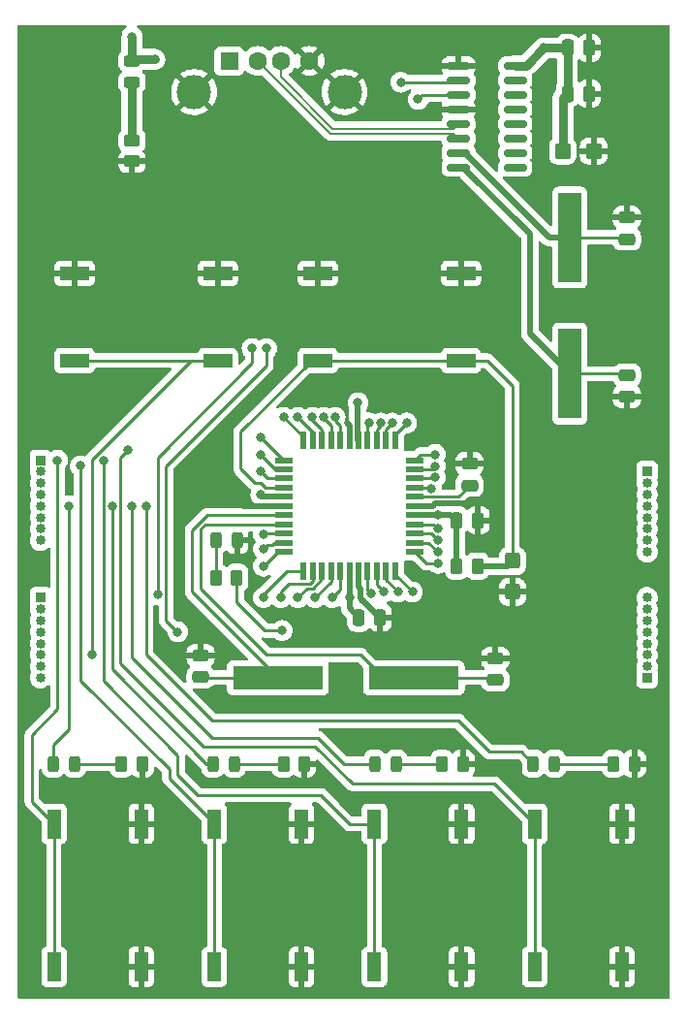
<source format=gbr>
%TF.GenerationSoftware,KiCad,Pcbnew,(6.0.5)*%
%TF.CreationDate,2022-06-16T01:18:26+03:00*%
%TF.ProjectId,P2_Neata_Adrian+Radulescu,50325f4e-6561-4746-915f-41647269616e,rev?*%
%TF.SameCoordinates,Original*%
%TF.FileFunction,Copper,L1,Top*%
%TF.FilePolarity,Positive*%
%FSLAX46Y46*%
G04 Gerber Fmt 4.6, Leading zero omitted, Abs format (unit mm)*
G04 Created by KiCad (PCBNEW (6.0.5)) date 2022-06-16 01:18:26*
%MOMM*%
%LPD*%
G01*
G04 APERTURE LIST*
G04 Aperture macros list*
%AMRoundRect*
0 Rectangle with rounded corners*
0 $1 Rounding radius*
0 $2 $3 $4 $5 $6 $7 $8 $9 X,Y pos of 4 corners*
0 Add a 4 corners polygon primitive as box body*
4,1,4,$2,$3,$4,$5,$6,$7,$8,$9,$2,$3,0*
0 Add four circle primitives for the rounded corners*
1,1,$1+$1,$2,$3*
1,1,$1+$1,$4,$5*
1,1,$1+$1,$6,$7*
1,1,$1+$1,$8,$9*
0 Add four rect primitives between the rounded corners*
20,1,$1+$1,$2,$3,$4,$5,0*
20,1,$1+$1,$4,$5,$6,$7,0*
20,1,$1+$1,$6,$7,$8,$9,0*
20,1,$1+$1,$8,$9,$2,$3,0*%
G04 Aperture macros list end*
%TA.AperFunction,SMDPad,CuDef*%
%ADD10RoundRect,0.250000X0.475000X-0.250000X0.475000X0.250000X-0.475000X0.250000X-0.475000X-0.250000X0*%
%TD*%
%TA.AperFunction,SMDPad,CuDef*%
%ADD11RoundRect,0.250000X-0.250000X-0.475000X0.250000X-0.475000X0.250000X0.475000X-0.250000X0.475000X0*%
%TD*%
%TA.AperFunction,SMDPad,CuDef*%
%ADD12RoundRect,0.250000X-0.425000X0.450000X-0.425000X-0.450000X0.425000X-0.450000X0.425000X0.450000X0*%
%TD*%
%TA.AperFunction,SMDPad,CuDef*%
%ADD13RoundRect,0.250000X-0.450000X-0.425000X0.450000X-0.425000X0.450000X0.425000X-0.450000X0.425000X0*%
%TD*%
%TA.AperFunction,SMDPad,CuDef*%
%ADD14RoundRect,0.250000X-0.475000X0.250000X-0.475000X-0.250000X0.475000X-0.250000X0.475000X0.250000X0*%
%TD*%
%TA.AperFunction,SMDPad,CuDef*%
%ADD15RoundRect,0.243750X0.243750X0.456250X-0.243750X0.456250X-0.243750X-0.456250X0.243750X-0.456250X0*%
%TD*%
%TA.AperFunction,SMDPad,CuDef*%
%ADD16RoundRect,0.243750X0.456250X-0.243750X0.456250X0.243750X-0.456250X0.243750X-0.456250X-0.243750X0*%
%TD*%
%TA.AperFunction,ComponentPad*%
%ADD17O,0.850000X0.850000*%
%TD*%
%TA.AperFunction,ComponentPad*%
%ADD18R,0.850000X0.850000*%
%TD*%
%TA.AperFunction,ComponentPad*%
%ADD19R,1.600000X1.500000*%
%TD*%
%TA.AperFunction,ComponentPad*%
%ADD20C,1.600000*%
%TD*%
%TA.AperFunction,ComponentPad*%
%ADD21C,3.000000*%
%TD*%
%TA.AperFunction,SMDPad,CuDef*%
%ADD22RoundRect,0.250000X0.262500X0.450000X-0.262500X0.450000X-0.262500X-0.450000X0.262500X-0.450000X0*%
%TD*%
%TA.AperFunction,SMDPad,CuDef*%
%ADD23RoundRect,0.250000X-0.262500X-0.450000X0.262500X-0.450000X0.262500X0.450000X-0.262500X0.450000X0*%
%TD*%
%TA.AperFunction,SMDPad,CuDef*%
%ADD24RoundRect,0.250000X-0.450000X0.262500X-0.450000X-0.262500X0.450000X-0.262500X0.450000X0.262500X0*%
%TD*%
%TA.AperFunction,SMDPad,CuDef*%
%ADD25R,2.500000X1.200000*%
%TD*%
%TA.AperFunction,SMDPad,CuDef*%
%ADD26R,1.200000X2.500000*%
%TD*%
%TA.AperFunction,SMDPad,CuDef*%
%ADD27R,1.500000X0.550000*%
%TD*%
%TA.AperFunction,SMDPad,CuDef*%
%ADD28R,0.550000X1.500000*%
%TD*%
%TA.AperFunction,SMDPad,CuDef*%
%ADD29RoundRect,0.150000X-0.825000X-0.150000X0.825000X-0.150000X0.825000X0.150000X-0.825000X0.150000X0*%
%TD*%
%TA.AperFunction,SMDPad,CuDef*%
%ADD30R,7.875000X2.000000*%
%TD*%
%TA.AperFunction,SMDPad,CuDef*%
%ADD31R,2.000000X7.875000*%
%TD*%
%TA.AperFunction,ViaPad*%
%ADD32C,0.800000*%
%TD*%
%TA.AperFunction,Conductor*%
%ADD33C,0.500000*%
%TD*%
%TA.AperFunction,Conductor*%
%ADD34C,0.250000*%
%TD*%
%TA.AperFunction,Conductor*%
%ADD35C,0.800000*%
%TD*%
%TA.AperFunction,Conductor*%
%ADD36C,0.200000*%
%TD*%
G04 APERTURE END LIST*
D10*
%TO.P,C1,1*%
%TO.N,AVR_XTAL2*%
X54000000Y-100950000D03*
%TO.P,C1,2*%
%TO.N,GND*%
X54000000Y-99050000D03*
%TD*%
D11*
%TO.P,C2,1*%
%TO.N,+5V*%
X67800000Y-95750000D03*
%TO.P,C2,2*%
%TO.N,GND*%
X69700000Y-95750000D03*
%TD*%
D12*
%TO.P,C3,1*%
%TO.N,Net-(C3-Pad1)*%
X81250000Y-90800000D03*
%TO.P,C3,2*%
%TO.N,GND*%
X81250000Y-93500000D03*
%TD*%
D11*
%TO.P,C4,1*%
%TO.N,+5V*%
X76350000Y-87250000D03*
%TO.P,C4,2*%
%TO.N,GND*%
X78250000Y-87250000D03*
%TD*%
D10*
%TO.P,C5,1*%
%TO.N,AVR_XTAL1*%
X79750000Y-101200000D03*
%TO.P,C5,2*%
%TO.N,GND*%
X79750000Y-99300000D03*
%TD*%
%TO.P,C6,1*%
%TO.N,Net-(C6-Pad1)*%
X77500000Y-84200000D03*
%TO.P,C6,2*%
%TO.N,GND*%
X77500000Y-82300000D03*
%TD*%
%TO.P,C7,1*%
%TO.N,Net-(C7-Pad1)*%
X91250000Y-62700000D03*
%TO.P,C7,2*%
%TO.N,GND*%
X91250000Y-60800000D03*
%TD*%
D13*
%TO.P,C8,1*%
%TO.N,+5V*%
X85650000Y-55000000D03*
%TO.P,C8,2*%
%TO.N,GND*%
X88350000Y-55000000D03*
%TD*%
D14*
%TO.P,C9,1*%
%TO.N,Net-(C9-Pad1)*%
X91250000Y-74550000D03*
%TO.P,C9,2*%
%TO.N,GND*%
X91250000Y-76450000D03*
%TD*%
D11*
%TO.P,C10,1*%
%TO.N,+5V*%
X86050000Y-46000000D03*
%TO.P,C10,2*%
%TO.N,GND*%
X87950000Y-46000000D03*
%TD*%
%TO.P,C11,1*%
%TO.N,+5V*%
X86050000Y-50000000D03*
%TO.P,C11,2*%
%TO.N,GND*%
X87950000Y-50000000D03*
%TD*%
D15*
%TO.P,D1,1*%
%TO.N,GND*%
X57187500Y-89000000D03*
%TO.P,D1,2*%
%TO.N,Net-(D1-Pad2)*%
X55312500Y-89000000D03*
%TD*%
%TO.P,LED1,1*%
%TO.N,Net-(D2-Pad1)*%
X43000000Y-108500000D03*
%TO.P,LED1,2*%
%TO.N,AVR_PB4*%
X41125000Y-108500000D03*
%TD*%
%TO.P,LED2,1*%
%TO.N,Net-(D3-Pad1)*%
X56937500Y-108500000D03*
%TO.P,LED2,2*%
%TO.N,AVR_PB5*%
X55062500Y-108500000D03*
%TD*%
%TO.P,LED3,1*%
%TO.N,Net-(D4-Pad1)*%
X71100000Y-108500000D03*
%TO.P,LED3,2*%
%TO.N,AVR_PB6*%
X69225000Y-108500000D03*
%TD*%
%TO.P,LED4,1*%
%TO.N,Net-(D5-Pad1)*%
X84937500Y-108500000D03*
%TO.P,LED4,2*%
%TO.N,AVR_PB7*%
X83062500Y-108500000D03*
%TD*%
D16*
%TO.P,D6,1*%
%TO.N,Net-(D6-Pad1)*%
X48000000Y-49000000D03*
%TO.P,D6,2*%
%TO.N,+5V*%
X48000000Y-47125000D03*
%TD*%
D17*
%TO.P,J1,8*%
%TO.N,Net-(J1-Pad8)*%
X93000000Y-90000000D03*
%TO.P,J1,7*%
%TO.N,Net-(J1-Pad7)*%
X93000000Y-89000000D03*
%TO.P,J1,6*%
%TO.N,Net-(J1-Pad6)*%
X93000000Y-88000000D03*
%TO.P,J1,5*%
%TO.N,Net-(J1-Pad5)*%
X93000000Y-87000000D03*
%TO.P,J1,4*%
%TO.N,Net-(J1-Pad4)*%
X93000000Y-86000000D03*
%TO.P,J1,3*%
%TO.N,Net-(J1-Pad3)*%
X93000000Y-85000000D03*
%TO.P,J1,2*%
%TO.N,Net-(J1-Pad2)*%
X93000000Y-84000000D03*
D18*
%TO.P,J1,1*%
%TO.N,Net-(J1-Pad1)*%
X93000000Y-83000000D03*
%TD*%
%TO.P,J2,1*%
%TO.N,Net-(J2-Pad1)*%
X93000000Y-101000000D03*
D17*
%TO.P,J2,2*%
%TO.N,Net-(J2-Pad2)*%
X93000000Y-100000000D03*
%TO.P,J2,3*%
%TO.N,Net-(J2-Pad3)*%
X93000000Y-99000000D03*
%TO.P,J2,4*%
%TO.N,Net-(J2-Pad4)*%
X93000000Y-98000000D03*
%TO.P,J2,5*%
%TO.N,Net-(J2-Pad5)*%
X93000000Y-97000000D03*
%TO.P,J2,6*%
%TO.N,Net-(J2-Pad6)*%
X93000000Y-96000000D03*
%TO.P,J2,7*%
%TO.N,Net-(J2-Pad7)*%
X93000000Y-95000000D03*
%TO.P,J2,8*%
%TO.N,Net-(J2-Pad8)*%
X93000000Y-94000000D03*
%TD*%
D18*
%TO.P,J3,1*%
%TO.N,AVR_PB0*%
X40000000Y-82000000D03*
D17*
%TO.P,J3,2*%
%TO.N,AVR_PB1*%
X40000000Y-83000000D03*
%TO.P,J3,3*%
%TO.N,AVR_PB2*%
X40000000Y-84000000D03*
%TO.P,J3,4*%
%TO.N,AVR_PB3*%
X40000000Y-85000000D03*
%TO.P,J3,5*%
%TO.N,AVR_PB4*%
X40000000Y-86000000D03*
%TO.P,J3,6*%
%TO.N,AVR_PB5*%
X40000000Y-87000000D03*
%TO.P,J3,7*%
%TO.N,AVR_PB6*%
X40000000Y-88000000D03*
%TO.P,J3,8*%
%TO.N,AVR_PB7*%
X40000000Y-89000000D03*
%TD*%
D18*
%TO.P,J4,1*%
%TO.N,AVR_PD0*%
X40000000Y-94000000D03*
D17*
%TO.P,J4,2*%
%TO.N,AVR_PD1*%
X40000000Y-95000000D03*
%TO.P,J4,3*%
%TO.N,AVR_RXD*%
X40000000Y-96000000D03*
%TO.P,J4,4*%
%TO.N,AVR_TXD*%
X40000000Y-97000000D03*
%TO.P,J4,5*%
%TO.N,AVR_PD4*%
X40000000Y-98000000D03*
%TO.P,J4,6*%
%TO.N,AVR_PD5*%
X40000000Y-99000000D03*
%TO.P,J4,7*%
%TO.N,AVR_PD6*%
X40000000Y-100000000D03*
%TO.P,J4,8*%
%TO.N,AVR_PD7*%
X40000000Y-101000000D03*
%TD*%
D19*
%TO.P,USB,1*%
%TO.N,+5V*%
X56500000Y-47140000D03*
D20*
%TO.P,USB,2*%
%TO.N,USB_D-*%
X59000000Y-47140000D03*
%TO.P,USB,3*%
%TO.N,USB_D+*%
X61000000Y-47140000D03*
%TO.P,USB,4*%
%TO.N,GND*%
X63500000Y-47140000D03*
D21*
%TO.P,USB,5*%
X53430000Y-49850000D03*
X66570000Y-49850000D03*
%TD*%
D22*
%TO.P,R1,1*%
%TO.N,Net-(C3-Pad1)*%
X78212500Y-91250000D03*
%TO.P,R1,2*%
%TO.N,+5V*%
X76387500Y-91250000D03*
%TD*%
%TO.P,R2,1*%
%TO.N,AVR_PD6*%
X57162500Y-92250000D03*
%TO.P,R2,2*%
%TO.N,Net-(D1-Pad2)*%
X55337500Y-92250000D03*
%TD*%
D23*
%TO.P,R3,1*%
%TO.N,Net-(D2-Pad1)*%
X47087500Y-108500000D03*
%TO.P,R3,2*%
%TO.N,GND*%
X48912500Y-108500000D03*
%TD*%
%TO.P,R4,1*%
%TO.N,Net-(D3-Pad1)*%
X61237500Y-108500000D03*
%TO.P,R4,2*%
%TO.N,GND*%
X63062500Y-108500000D03*
%TD*%
%TO.P,R5,1*%
%TO.N,Net-(D4-Pad1)*%
X75087500Y-108500000D03*
%TO.P,R5,2*%
%TO.N,GND*%
X76912500Y-108500000D03*
%TD*%
%TO.P,R6,1*%
%TO.N,Net-(D5-Pad1)*%
X90087500Y-108500000D03*
%TO.P,R6,2*%
%TO.N,GND*%
X91912500Y-108500000D03*
%TD*%
D24*
%TO.P,R7,1*%
%TO.N,Net-(D6-Pad1)*%
X48000000Y-54087500D03*
%TO.P,R7,2*%
%TO.N,GND*%
X48000000Y-55912500D03*
%TD*%
D25*
%TO.P,SW1,1*%
%TO.N,GND*%
X76750000Y-65690000D03*
%TO.P,SW1,2*%
X64250000Y-65690000D03*
%TO.P,SW1,3*%
%TO.N,Net-(C3-Pad1)*%
X76750000Y-73310000D03*
%TO.P,SW1,4*%
X64250000Y-73310000D03*
%TD*%
%TO.P,SW2,1*%
%TO.N,AVR_PD5*%
X43000000Y-73310000D03*
%TO.P,SW2,2*%
X55500000Y-73310000D03*
%TO.P,SW2,3*%
%TO.N,GND*%
X43000000Y-65690000D03*
%TO.P,SW2,4*%
X55500000Y-65690000D03*
%TD*%
D26*
%TO.P,SW3,1*%
%TO.N,AVR_PB0*%
X41190000Y-113750000D03*
%TO.P,SW3,2*%
X41190000Y-126250000D03*
%TO.P,SW3,3*%
%TO.N,GND*%
X48810000Y-113750000D03*
%TO.P,SW3,4*%
X48810000Y-126250000D03*
%TD*%
%TO.P,SW4,1*%
%TO.N,AVR_PB1*%
X55190000Y-113750000D03*
%TO.P,SW4,2*%
X55190000Y-126250000D03*
%TO.P,SW4,3*%
%TO.N,GND*%
X62810000Y-113750000D03*
%TO.P,SW4,4*%
X62810000Y-126250000D03*
%TD*%
%TO.P,SW5,1*%
%TO.N,AVR_PB2*%
X69190000Y-113750000D03*
%TO.P,SW5,2*%
X69190000Y-126250000D03*
%TO.P,SW5,3*%
%TO.N,GND*%
X76810000Y-113750000D03*
%TO.P,SW5,4*%
X76810000Y-126250000D03*
%TD*%
%TO.P,SW6,1*%
%TO.N,AVR_PB3*%
X83190000Y-113750000D03*
%TO.P,SW6,2*%
X83190000Y-126250000D03*
%TO.P,SW6,3*%
%TO.N,GND*%
X90810000Y-113750000D03*
%TO.P,SW6,4*%
X90810000Y-126250000D03*
%TD*%
D27*
%TO.P,ATMEGA164A,1*%
%TO.N,AVR_PB5*%
X61300000Y-82000000D03*
%TO.P,ATMEGA164A,2*%
%TO.N,AVR_PB6*%
X61300000Y-82800000D03*
%TO.P,ATMEGA164A,3*%
%TO.N,AVR_PB7*%
X61300000Y-83600000D03*
%TO.P,ATMEGA164A,4*%
%TO.N,Net-(C3-Pad1)*%
X61300000Y-84400000D03*
%TO.P,ATMEGA164A,5*%
%TO.N,+5V*%
X61300000Y-85200000D03*
%TO.P,ATMEGA164A,6*%
%TO.N,GND*%
X61300000Y-86000000D03*
%TO.P,ATMEGA164A,7*%
%TO.N,AVR_XTAL2*%
X61300000Y-86800000D03*
%TO.P,ATMEGA164A,8*%
%TO.N,AVR_XTAL1*%
X61300000Y-87600000D03*
%TO.P,ATMEGA164A,9*%
%TO.N,AVR_PD0*%
X61300000Y-88400000D03*
%TO.P,ATMEGA164A,10*%
%TO.N,AVR_PD1*%
X61300000Y-89200000D03*
%TO.P,ATMEGA164A,11*%
%TO.N,AVR_RXD*%
X61300000Y-90000000D03*
D28*
%TO.P,ATMEGA164A,12*%
%TO.N,AVR_TXD*%
X63000000Y-91700000D03*
%TO.P,ATMEGA164A,13*%
%TO.N,AVR_PD4*%
X63800000Y-91700000D03*
%TO.P,ATMEGA164A,14*%
%TO.N,AVR_PD5*%
X64600000Y-91700000D03*
%TO.P,ATMEGA164A,15*%
%TO.N,AVR_PD6*%
X65400000Y-91700000D03*
%TO.P,ATMEGA164A,16*%
%TO.N,AVR_PD7*%
X66200000Y-91700000D03*
%TO.P,ATMEGA164A,17*%
%TO.N,+5V*%
X67000000Y-91700000D03*
%TO.P,ATMEGA164A,18*%
%TO.N,GND*%
X67800000Y-91700000D03*
%TO.P,ATMEGA164A,19*%
%TO.N,Net-(J2-Pad1)*%
X68600000Y-91700000D03*
%TO.P,ATMEGA164A,20*%
%TO.N,Net-(J2-Pad2)*%
X69400000Y-91700000D03*
%TO.P,ATMEGA164A,21*%
%TO.N,Net-(J2-Pad3)*%
X70200000Y-91700000D03*
%TO.P,ATMEGA164A,22*%
%TO.N,Net-(J2-Pad4)*%
X71000000Y-91700000D03*
D27*
%TO.P,ATMEGA164A,23*%
%TO.N,Net-(J2-Pad5)*%
X72700000Y-90000000D03*
%TO.P,ATMEGA164A,24*%
%TO.N,Net-(J2-Pad6)*%
X72700000Y-89200000D03*
%TO.P,ATMEGA164A,25*%
%TO.N,Net-(J2-Pad7)*%
X72700000Y-88400000D03*
%TO.P,ATMEGA164A,26*%
%TO.N,Net-(J2-Pad8)*%
X72700000Y-87600000D03*
%TO.P,ATMEGA164A,27*%
%TO.N,+5V*%
X72700000Y-86800000D03*
%TO.P,ATMEGA164A,28*%
%TO.N,GND*%
X72700000Y-86000000D03*
%TO.P,ATMEGA164A,29*%
%TO.N,Net-(C6-Pad1)*%
X72700000Y-85200000D03*
%TO.P,ATMEGA164A,30*%
%TO.N,Net-(J1-Pad8)*%
X72700000Y-84400000D03*
%TO.P,ATMEGA164A,31*%
%TO.N,Net-(J1-Pad7)*%
X72700000Y-83600000D03*
%TO.P,ATMEGA164A,32*%
%TO.N,Net-(J1-Pad6)*%
X72700000Y-82800000D03*
%TO.P,ATMEGA164A,33*%
%TO.N,Net-(J1-Pad5)*%
X72700000Y-82000000D03*
D28*
%TO.P,ATMEGA164A,34*%
%TO.N,Net-(J1-Pad4)*%
X71000000Y-80300000D03*
%TO.P,ATMEGA164A,35*%
%TO.N,Net-(J1-Pad3)*%
X70200000Y-80300000D03*
%TO.P,ATMEGA164A,36*%
%TO.N,Net-(J1-Pad2)*%
X69400000Y-80300000D03*
%TO.P,ATMEGA164A,37*%
%TO.N,Net-(J1-Pad1)*%
X68600000Y-80300000D03*
%TO.P,ATMEGA164A,38*%
%TO.N,+5V*%
X67800000Y-80300000D03*
%TO.P,ATMEGA164A,39*%
%TO.N,GND*%
X67000000Y-80300000D03*
%TO.P,ATMEGA164A,40*%
%TO.N,AVR_PB0*%
X66200000Y-80300000D03*
%TO.P,ATMEGA164A,41*%
%TO.N,AVR_PB1*%
X65400000Y-80300000D03*
%TO.P,ATMEGA164A,42*%
%TO.N,AVR_PB2*%
X64600000Y-80300000D03*
%TO.P,ATMEGA164A,43*%
%TO.N,AVR_PB3*%
X63800000Y-80300000D03*
%TO.P,ATMEGA164A,44*%
%TO.N,AVR_PB4*%
X63000000Y-80300000D03*
%TD*%
D29*
%TO.P,CH340G,1*%
%TO.N,GND*%
X76525000Y-47555000D03*
%TO.P,CH340G,2*%
%TO.N,AVR_RXD*%
X76525000Y-48825000D03*
%TO.P,CH340G,3*%
%TO.N,AVR_TXD*%
X76525000Y-50095000D03*
%TO.P,CH340G,4*%
%TO.N,GND*%
X76525000Y-51365000D03*
%TO.P,CH340G,5*%
%TO.N,USB_D+*%
X76525000Y-52635000D03*
%TO.P,CH340G,6*%
%TO.N,USB_D-*%
X76525000Y-53905000D03*
%TO.P,CH340G,7*%
%TO.N,Net-(C7-Pad1)*%
X76525000Y-55175000D03*
%TO.P,CH340G,8*%
%TO.N,Net-(C9-Pad1)*%
X76525000Y-56445000D03*
%TO.P,CH340G,9*%
%TO.N,Net-(U2-Pad9)*%
X81475000Y-56445000D03*
%TO.P,CH340G,10*%
%TO.N,Net-(U2-Pad10)*%
X81475000Y-55175000D03*
%TO.P,CH340G,11*%
%TO.N,Net-(U2-Pad11)*%
X81475000Y-53905000D03*
%TO.P,CH340G,12*%
%TO.N,Net-(U2-Pad12)*%
X81475000Y-52635000D03*
%TO.P,CH340G,13*%
%TO.N,Net-(U2-Pad13)*%
X81475000Y-51365000D03*
%TO.P,CH340G,14*%
%TO.N,Net-(U2-Pad14)*%
X81475000Y-50095000D03*
%TO.P,CH340G,15*%
%TO.N,Net-(U2-Pad15)*%
X81475000Y-48825000D03*
%TO.P,CH340G,16*%
%TO.N,+5V*%
X81475000Y-47555000D03*
%TD*%
D30*
%TO.P,Y1,1*%
%TO.N,AVR_XTAL2*%
X60750000Y-101000000D03*
%TO.P,Y1,2*%
%TO.N,AVR_XTAL1*%
X72625000Y-101000000D03*
%TD*%
D31*
%TO.P,Y2,1*%
%TO.N,Net-(C7-Pad1)*%
X86250000Y-62562500D03*
%TO.P,Y2,2*%
%TO.N,Net-(C9-Pad1)*%
X86250000Y-74437500D03*
%TD*%
D32*
%TO.N,GND*%
X69250000Y-75250000D03*
X70250000Y-72000000D03*
%TO.N,+5V*%
X48000000Y-45000000D03*
X67000000Y-94000000D03*
X67750000Y-77000000D03*
X74750000Y-86750000D03*
X50000000Y-47000000D03*
X84000000Y-46000000D03*
X59250000Y-85000000D03*
%TO.N,AVR_PB4*%
X61250000Y-78250000D03*
X42500000Y-86000000D03*
%TO.N,AVR_PB5*%
X59250000Y-80000000D03*
X46250000Y-86000000D03*
%TO.N,AVR_PB6*%
X59250000Y-81500000D03*
X48000000Y-86000000D03*
%TO.N,AVR_PB7*%
X49250000Y-86000000D03*
X59250000Y-83000000D03*
%TO.N,Net-(J1-Pad8)*%
X74182464Y-84475500D03*
%TO.N,Net-(J1-Pad7)*%
X74500146Y-83511724D03*
%TO.N,Net-(J1-Pad6)*%
X74487701Y-82512299D03*
%TO.N,Net-(J1-Pad5)*%
X74500000Y-81500000D03*
%TO.N,Net-(J1-Pad4)*%
X72000000Y-78750000D03*
%TO.N,Net-(J1-Pad3)*%
X70750000Y-78750000D03*
X70750000Y-78750000D03*
%TO.N,Net-(J1-Pad2)*%
X69749503Y-78750000D03*
%TO.N,Net-(J1-Pad1)*%
X68750000Y-78750000D03*
%TO.N,Net-(J2-Pad8)*%
X74750000Y-88000000D03*
%TO.N,Net-(J2-Pad7)*%
X74750000Y-89000000D03*
%TO.N,Net-(J2-Pad6)*%
X74750000Y-90000000D03*
%TO.N,Net-(J2-Pad5)*%
X74750000Y-91000000D03*
%TO.N,Net-(J2-Pad4)*%
X72500000Y-93500000D03*
%TO.N,Net-(J2-Pad3)*%
X71250000Y-93500000D03*
%TO.N,Net-(J2-Pad2)*%
X70000000Y-93500000D03*
%TO.N,Net-(J2-Pad1)*%
X68875000Y-93625000D03*
%TO.N,AVR_PB3*%
X62500000Y-78250000D03*
X47625000Y-81125000D03*
%TO.N,AVR_PB2*%
X45500000Y-82000000D03*
X63750000Y-78250000D03*
%TO.N,AVR_PB1*%
X64750000Y-78250000D03*
X43500000Y-82500000D03*
%TO.N,AVR_PB0*%
X41500000Y-82000000D03*
X65750000Y-78250000D03*
%TO.N,AVR_PD7*%
X65500000Y-94000000D03*
%TO.N,AVR_PD6*%
X64000000Y-94000000D03*
X61125000Y-96875000D03*
%TO.N,AVR_PD5*%
X44500000Y-99000000D03*
X62500000Y-94000000D03*
%TO.N,AVR_PD4*%
X61000000Y-94000000D03*
%TO.N,AVR_TXD*%
X52000000Y-97000000D03*
X59750000Y-72250000D03*
X73000000Y-50500000D03*
X59500000Y-94000000D03*
%TO.N,AVR_RXD*%
X59500000Y-91250000D03*
X71500000Y-49000000D03*
X50250000Y-93750000D03*
X58500000Y-72250000D03*
%TO.N,AVR_PD1*%
X59500000Y-89750000D03*
%TO.N,AVR_PD0*%
X59500000Y-88500000D03*
%TD*%
D33*
%TO.N,GND*%
X68000000Y-93250000D02*
X68000000Y-94050000D01*
X72700000Y-86000000D02*
X74298609Y-86000000D01*
X61300000Y-86000000D02*
X59250000Y-86000000D01*
X59250000Y-86000000D02*
X57750000Y-86000000D01*
X67800000Y-91700000D02*
X67800000Y-93050000D01*
X68000000Y-94050000D02*
X69700000Y-95750000D01*
X67800000Y-93050000D02*
X68000000Y-93250000D01*
X74524089Y-85774520D02*
X77975480Y-85774520D01*
X57750000Y-86000000D02*
X57250000Y-85500000D01*
X74298609Y-86000000D02*
X74524089Y-85774520D01*
X67000000Y-80300000D02*
X67000000Y-79000000D01*
X67000000Y-79000000D02*
X66750000Y-78750000D01*
D34*
%TO.N,AVR_XTAL2*%
X61300000Y-86800000D02*
X54564282Y-86800000D01*
X54000000Y-100950000D02*
X53950000Y-101000000D01*
X53250000Y-88114282D02*
X53250000Y-93500000D01*
X54000000Y-100950000D02*
X54050000Y-101000000D01*
X53250000Y-93500000D02*
X60750000Y-101000000D01*
X54564282Y-86800000D02*
X53250000Y-88114282D01*
X54050000Y-101000000D02*
X60750000Y-101000000D01*
D35*
%TO.N,+5V*%
X50000000Y-47000000D02*
X48125000Y-47000000D01*
X86050000Y-46000000D02*
X84000000Y-46000000D01*
D33*
X67000000Y-94000000D02*
X67000000Y-91700000D01*
D35*
X81475000Y-47555000D02*
X82445000Y-47555000D01*
D33*
X74700000Y-86800000D02*
X74750000Y-86750000D01*
X75850000Y-86750000D02*
X76350000Y-87250000D01*
X59450000Y-85200000D02*
X61300000Y-85200000D01*
D35*
X82445000Y-47555000D02*
X84000000Y-46000000D01*
X85650000Y-55000000D02*
X85650000Y-50400000D01*
D33*
X59250000Y-85000000D02*
X59450000Y-85200000D01*
D35*
X86050000Y-46000000D02*
X86050000Y-50000000D01*
D33*
X67000000Y-94000000D02*
X67000000Y-94950000D01*
D35*
X48125000Y-47000000D02*
X48000000Y-47125000D01*
D33*
X67750000Y-80250000D02*
X67800000Y-80300000D01*
X74750000Y-86750000D02*
X75850000Y-86750000D01*
X67750000Y-77000000D02*
X67750000Y-80250000D01*
D35*
X85650000Y-50400000D02*
X86050000Y-50000000D01*
D33*
X76350000Y-87250000D02*
X76350000Y-91212500D01*
X67000000Y-94950000D02*
X67800000Y-95750000D01*
X72700000Y-86800000D02*
X74700000Y-86800000D01*
D35*
X48000000Y-45000000D02*
X48000000Y-47125000D01*
D33*
X76350000Y-91212500D02*
X76387500Y-91250000D01*
D34*
%TO.N,Net-(C3-Pad1)*%
X57500000Y-82750000D02*
X58750000Y-84000000D01*
X64250000Y-73310000D02*
X63690000Y-73310000D01*
X57500000Y-79500000D02*
X57500000Y-82750000D01*
X58750000Y-84000000D02*
X59274614Y-84000000D01*
X59274614Y-84000000D02*
X59674614Y-84400000D01*
D33*
X78212500Y-91250000D02*
X80800000Y-91250000D01*
D34*
X76750000Y-73310000D02*
X64250000Y-73310000D01*
X59674614Y-84400000D02*
X61300000Y-84400000D01*
D33*
X80800000Y-91250000D02*
X81250000Y-90800000D01*
D34*
X78250000Y-91237500D02*
X80812500Y-91237500D01*
X81250000Y-75500000D02*
X81250000Y-90800000D01*
X64250000Y-73310000D02*
X63940000Y-73310000D01*
X79060000Y-73310000D02*
X81250000Y-75500000D01*
X76750000Y-73310000D02*
X79060000Y-73310000D01*
X80812500Y-91237500D02*
X81250000Y-90800000D01*
X63690000Y-73310000D02*
X57500000Y-79500000D01*
%TO.N,AVR_XTAL1*%
X72625000Y-101000000D02*
X70000000Y-101000000D01*
X54000000Y-88000000D02*
X54400000Y-87600000D01*
X79550000Y-101000000D02*
X72625000Y-101000000D01*
X79887500Y-101000000D02*
X79937500Y-101050000D01*
X68000000Y-99000000D02*
X59750000Y-99000000D01*
X54400000Y-87600000D02*
X61300000Y-87600000D01*
X59750000Y-99000000D02*
X54000000Y-93250000D01*
X70000000Y-101000000D02*
X68000000Y-99000000D01*
X54000000Y-93250000D02*
X54000000Y-88000000D01*
X79750000Y-101200000D02*
X79550000Y-101000000D01*
%TO.N,Net-(C6-Pad1)*%
X72700000Y-85200000D02*
X76500000Y-85200000D01*
X76500000Y-85200000D02*
X77500000Y-84200000D01*
D33*
%TO.N,Net-(C7-Pad1)*%
X76525000Y-55175000D02*
X77077849Y-55175000D01*
X84465349Y-62562500D02*
X86250000Y-62562500D01*
D34*
X91112500Y-62562500D02*
X91250000Y-62700000D01*
X86250000Y-62562500D02*
X91112500Y-62562500D01*
D33*
X77077849Y-55175000D02*
X84465349Y-62562500D01*
D34*
%TO.N,Net-(C9-Pad1)*%
X86250000Y-74437500D02*
X91137500Y-74437500D01*
D33*
X76945000Y-56445000D02*
X82750000Y-62250000D01*
X76525000Y-56445000D02*
X76945000Y-56445000D01*
X82750000Y-62250000D02*
X82750000Y-70937500D01*
D34*
X91137500Y-74437500D02*
X91250000Y-74550000D01*
D33*
X82750000Y-70937500D02*
X86250000Y-74437500D01*
D34*
%TO.N,Net-(D1-Pad2)*%
X55312500Y-92225000D02*
X55337500Y-92250000D01*
X55312500Y-92214282D02*
X55307141Y-92219641D01*
X55312500Y-89000000D02*
X55312500Y-92225000D01*
%TO.N,AVR_PB4*%
X42500000Y-86000000D02*
X42500000Y-105500000D01*
X61250000Y-78250000D02*
X63000000Y-80000000D01*
X41125000Y-106875000D02*
X41125000Y-108500000D01*
X42500000Y-105500000D02*
X41125000Y-106875000D01*
X63000000Y-80000000D02*
X63000000Y-80300000D01*
%TO.N,Net-(D2-Pad1)*%
X43000000Y-108500000D02*
X47087500Y-108500000D01*
%TO.N,AVR_PB5*%
X54500000Y-108500000D02*
X55062500Y-108500000D01*
X59250000Y-80000000D02*
X61250000Y-82000000D01*
X61250000Y-82000000D02*
X61300000Y-82000000D01*
X46250000Y-100250000D02*
X54500000Y-108500000D01*
X46250000Y-86000000D02*
X46250000Y-100250000D01*
%TO.N,Net-(D3-Pad1)*%
X56937500Y-108500000D02*
X61237500Y-108500000D01*
%TO.N,AVR_PB6*%
X48000000Y-99250000D02*
X55000000Y-106250000D01*
X55000000Y-106250000D02*
X64250000Y-106250000D01*
X48000000Y-86000000D02*
X48000000Y-99250000D01*
X60550000Y-82800000D02*
X61300000Y-82800000D01*
X66500000Y-108500000D02*
X69225000Y-108500000D01*
X59250000Y-81500000D02*
X60550000Y-82800000D01*
X64250000Y-106250000D02*
X66500000Y-108500000D01*
%TO.N,Net-(D4-Pad1)*%
X71100000Y-108500000D02*
X75087500Y-108500000D01*
%TO.N,AVR_PB7*%
X82037980Y-107475480D02*
X79225480Y-107475480D01*
X49250000Y-99000000D02*
X49250000Y-86000000D01*
X83062500Y-108500000D02*
X82037980Y-107475480D01*
X61300000Y-83600000D02*
X59850000Y-83600000D01*
X59850000Y-83600000D02*
X59250000Y-83000000D01*
X59350000Y-83100000D02*
X59250000Y-83000000D01*
X79225480Y-107475480D02*
X76500000Y-104750000D01*
X76500000Y-104750000D02*
X55000000Y-104750000D01*
X55000000Y-104750000D02*
X49250000Y-99000000D01*
%TO.N,Net-(D5-Pad1)*%
X84937500Y-108500000D02*
X90087500Y-108500000D01*
D35*
%TO.N,Net-(D6-Pad1)*%
X48000000Y-49000000D02*
X48000000Y-54087500D01*
D34*
%TO.N,Net-(J1-Pad8)*%
X74182464Y-84475500D02*
X74024500Y-84475500D01*
X72700000Y-84400000D02*
X74106964Y-84400000D01*
X74106964Y-84400000D02*
X74182464Y-84475500D01*
X74024500Y-84475500D02*
X74000000Y-84500000D01*
%TO.N,Net-(J1-Pad7)*%
X74411870Y-83600000D02*
X74500146Y-83511724D01*
X72700000Y-83600000D02*
X74411870Y-83600000D01*
%TO.N,Net-(J1-Pad6)*%
X72700000Y-82800000D02*
X74200000Y-82800000D01*
X74200000Y-82800000D02*
X74487701Y-82512299D01*
%TO.N,Net-(J1-Pad5)*%
X72700000Y-82000000D02*
X73200000Y-81500000D01*
X73200000Y-81500000D02*
X74500000Y-81500000D01*
%TO.N,Net-(J1-Pad4)*%
X71000000Y-79750000D02*
X72000000Y-78750000D01*
X71000000Y-80300000D02*
X71000000Y-79750000D01*
%TO.N,Net-(J1-Pad3)*%
X70750000Y-78750000D02*
X70750000Y-78774117D01*
X70200000Y-79324117D02*
X70750000Y-78750000D01*
X70200000Y-80300000D02*
X70200000Y-79324117D01*
%TO.N,Net-(J1-Pad2)*%
X69400000Y-80300000D02*
X69400000Y-79350000D01*
X69400000Y-79300000D02*
X69749503Y-78950497D01*
X69749503Y-78950497D02*
X69749503Y-78750000D01*
%TO.N,Net-(J1-Pad1)*%
X68600000Y-78900000D02*
X68750000Y-78750000D01*
X68600000Y-80300000D02*
X68600000Y-78900000D01*
%TO.N,Net-(J2-Pad8)*%
X74350000Y-87600000D02*
X74750000Y-88000000D01*
X72700000Y-87600000D02*
X74350000Y-87600000D01*
%TO.N,Net-(J2-Pad7)*%
X74725386Y-89000000D02*
X74750000Y-89000000D01*
X74125386Y-88400000D02*
X74725386Y-89000000D01*
X72700000Y-88400000D02*
X74125386Y-88400000D01*
%TO.N,Net-(J2-Pad6)*%
X74725386Y-90000000D02*
X74750000Y-90000000D01*
X72700000Y-89200000D02*
X73925386Y-89200000D01*
X73925386Y-89200000D02*
X74725386Y-90000000D01*
%TO.N,Net-(J2-Pad5)*%
X73700000Y-91000000D02*
X74750000Y-91000000D01*
X72700000Y-90000000D02*
X73700000Y-91000000D01*
%TO.N,Net-(J2-Pad4)*%
X71000000Y-91700000D02*
X71000000Y-92000000D01*
X71000000Y-92000000D02*
X72500000Y-93500000D01*
%TO.N,Net-(J2-Pad3)*%
X70200000Y-91700000D02*
X70200000Y-92450000D01*
X70200000Y-92450000D02*
X71250000Y-93500000D01*
%TO.N,Net-(J2-Pad2)*%
X69400000Y-91700000D02*
X69400000Y-92900000D01*
X69400000Y-92900000D02*
X70000000Y-93500000D01*
%TO.N,Net-(J2-Pad1)*%
X68600000Y-91700000D02*
X68600000Y-93350000D01*
X68600000Y-93350000D02*
X68875000Y-93625000D01*
%TO.N,AVR_PB3*%
X83190000Y-113750000D02*
X83190000Y-126250000D01*
X83190000Y-113750000D02*
X79690000Y-110250000D01*
X67250000Y-110250000D02*
X64000000Y-107000000D01*
X79690000Y-110250000D02*
X67250000Y-110250000D01*
X46974511Y-81775489D02*
X47625000Y-81125000D01*
X46974511Y-99724511D02*
X46974511Y-81775489D01*
X64000000Y-107000000D02*
X54250000Y-107000000D01*
X63800000Y-80300000D02*
X63800000Y-79550000D01*
X63800000Y-79550000D02*
X62500000Y-78250000D01*
X54250000Y-107000000D02*
X46974511Y-99724511D01*
%TO.N,AVR_PB2*%
X63750000Y-78500000D02*
X63750000Y-78250000D01*
X64500000Y-111250000D02*
X53750000Y-111250000D01*
X52000000Y-109500000D02*
X52000000Y-107750000D01*
X45500000Y-101250000D02*
X45500000Y-82000000D01*
X64600000Y-79350000D02*
X63750000Y-78500000D01*
X67000000Y-113750000D02*
X64500000Y-111250000D01*
X69190000Y-126250000D02*
X69190000Y-113750000D01*
X69190000Y-113750000D02*
X67000000Y-113750000D01*
X64600000Y-80300000D02*
X64600000Y-79350000D01*
X52000000Y-107750000D02*
X45500000Y-101250000D01*
X53750000Y-111250000D02*
X52000000Y-109500000D01*
%TO.N,AVR_PB1*%
X55190000Y-113750000D02*
X55190000Y-126250000D01*
X65400000Y-78975000D02*
X64750000Y-78325000D01*
X55190000Y-113690000D02*
X55190000Y-113750000D01*
X43500000Y-101250000D02*
X51250000Y-109000000D01*
X64750000Y-78325000D02*
X64750000Y-78250000D01*
X51310000Y-109810000D02*
X55190000Y-113690000D01*
X43500000Y-82500000D02*
X43500000Y-101250000D01*
X65400000Y-80300000D02*
X65400000Y-78975000D01*
X51250000Y-109000000D02*
X51250000Y-109750000D01*
%TO.N,AVR_PB0*%
X66200000Y-79012494D02*
X65750000Y-78562494D01*
X41190000Y-113750000D02*
X39250000Y-111810000D01*
X39250000Y-111810000D02*
X39250000Y-106000000D01*
X41500000Y-103750000D02*
X41500000Y-82000000D01*
X41190000Y-126250000D02*
X41190000Y-113750000D01*
X39250000Y-106000000D02*
X41500000Y-103750000D01*
X65750000Y-78562494D02*
X65750000Y-78250000D01*
X66200000Y-80300000D02*
X66200000Y-79012494D01*
%TO.N,AVR_PD7*%
X66200000Y-93300000D02*
X66200000Y-91700000D01*
X65500000Y-94000000D02*
X66200000Y-93300000D01*
%TO.N,AVR_PD6*%
X65400000Y-92600000D02*
X65400000Y-91700000D01*
X57162500Y-92250000D02*
X57162500Y-94412500D01*
X64000000Y-94000000D02*
X65400000Y-92600000D01*
X59625000Y-96875000D02*
X61125000Y-96875000D01*
X57162500Y-94412500D02*
X59625000Y-96875000D01*
%TO.N,AVR_PD5*%
X62500000Y-94000000D02*
X63275969Y-93224031D01*
X64600000Y-92409740D02*
X64600000Y-91700000D01*
X44500000Y-81975386D02*
X44500000Y-99000000D01*
X63275969Y-93224031D02*
X63785709Y-93224031D01*
X55500000Y-73500000D02*
X55500000Y-73310000D01*
X55500000Y-73310000D02*
X43000000Y-73310000D01*
X55500000Y-73310000D02*
X53165386Y-73310000D01*
X63785709Y-93224031D02*
X64600000Y-92409740D01*
X53165386Y-73310000D02*
X44500000Y-81975386D01*
%TO.N,AVR_PD4*%
X63800000Y-92574022D02*
X63599511Y-92774511D01*
X63599511Y-92774511D02*
X61725489Y-92774511D01*
X61000000Y-93500000D02*
X61000000Y-94000000D01*
X61725489Y-92774511D02*
X61000000Y-93500000D01*
X63800000Y-91700000D02*
X63800000Y-92574022D01*
%TO.N,AVR_TXD*%
X50974511Y-82525489D02*
X50974511Y-95974511D01*
X73405000Y-50095000D02*
X73000000Y-50500000D01*
X59500000Y-94000000D02*
X59500000Y-93750000D01*
X50974511Y-95974511D02*
X52000000Y-97000000D01*
X61550000Y-91700000D02*
X63000000Y-91700000D01*
X59750000Y-73750000D02*
X50974511Y-82525489D01*
X59500000Y-94000000D02*
X59250000Y-94000000D01*
X59500000Y-93750000D02*
X61550000Y-91700000D01*
X76525000Y-50095000D02*
X73405000Y-50095000D01*
X59750000Y-72250000D02*
X59750000Y-73750000D01*
%TO.N,AVR_RXD*%
X60750000Y-90000000D02*
X61300000Y-90000000D01*
X50250000Y-81750000D02*
X50250000Y-93750000D01*
X58500000Y-72250000D02*
X58500000Y-73500000D01*
X76525000Y-48825000D02*
X76148928Y-48825000D01*
X76148928Y-48825000D02*
X75973928Y-49000000D01*
X58500000Y-73500000D02*
X50250000Y-81750000D01*
X59500000Y-91250000D02*
X60750000Y-90000000D01*
X75973928Y-49000000D02*
X71500000Y-49000000D01*
%TO.N,AVR_PD1*%
X59849511Y-89400489D02*
X60225489Y-89400489D01*
X60425978Y-89200000D02*
X61300000Y-89200000D01*
X59500000Y-89750000D02*
X59849511Y-89400489D01*
X60225489Y-89400489D02*
X60425978Y-89200000D01*
%TO.N,AVR_PD0*%
X59500000Y-88500000D02*
X59600000Y-88400000D01*
X59600000Y-88400000D02*
X61300000Y-88400000D01*
D36*
%TO.N,USB_D+*%
X76525000Y-52635000D02*
X76115001Y-53044999D01*
X65541396Y-53044999D02*
X61000000Y-48503603D01*
X76115001Y-53044999D02*
X65541396Y-53044999D01*
X61000000Y-48503603D02*
X61000000Y-47140000D01*
%TO.N,USB_D-*%
X76525000Y-53905000D02*
X76115001Y-53495001D01*
X76115001Y-53495001D02*
X65355001Y-53495001D01*
X65355001Y-53495001D02*
X59000000Y-47140000D01*
%TD*%
%TA.AperFunction,Conductor*%
%TO.N,GND*%
G36*
X47511083Y-44020002D02*
G01*
X47557576Y-44073658D01*
X47567680Y-44143932D01*
X47538186Y-44208512D01*
X47517025Y-44227934D01*
X47388747Y-44321134D01*
X47260960Y-44463056D01*
X47165473Y-44628444D01*
X47106458Y-44810072D01*
X47105768Y-44816633D01*
X47105768Y-44816635D01*
X47103548Y-44837761D01*
X47086496Y-45000000D01*
X47087186Y-45006565D01*
X47090810Y-45041045D01*
X47091500Y-45054216D01*
X47091500Y-46217355D01*
X47071498Y-46285476D01*
X47054673Y-46306373D01*
X47004422Y-46356712D01*
X46949383Y-46411847D01*
X46857339Y-46561171D01*
X46855034Y-46568119D01*
X46855034Y-46568120D01*
X46807415Y-46711687D01*
X46802115Y-46727665D01*
X46791500Y-46831269D01*
X46791501Y-47418730D01*
X46802384Y-47523629D01*
X46804563Y-47530160D01*
X46804564Y-47530165D01*
X46840831Y-47638871D01*
X46857898Y-47690026D01*
X46950203Y-47839189D01*
X47074347Y-47963117D01*
X47077270Y-47964919D01*
X47117408Y-48021529D01*
X47120642Y-48092452D01*
X47085018Y-48153864D01*
X47078622Y-48159416D01*
X47073311Y-48162703D01*
X46949383Y-48286847D01*
X46857339Y-48436171D01*
X46855034Y-48443119D01*
X46855034Y-48443120D01*
X46810436Y-48577579D01*
X46802115Y-48602665D01*
X46791500Y-48706269D01*
X46791501Y-49293730D01*
X46802384Y-49398629D01*
X46804563Y-49405160D01*
X46804564Y-49405165D01*
X46848529Y-49536944D01*
X46857898Y-49565026D01*
X46950203Y-49714189D01*
X46955385Y-49719362D01*
X47054518Y-49818323D01*
X47088597Y-49880606D01*
X47091500Y-49907496D01*
X47091500Y-53158520D01*
X47071498Y-53226641D01*
X47054675Y-53247536D01*
X46950695Y-53351697D01*
X46946855Y-53357927D01*
X46946854Y-53357928D01*
X46868789Y-53484573D01*
X46857885Y-53502262D01*
X46802203Y-53670139D01*
X46801503Y-53676975D01*
X46801502Y-53676978D01*
X46800322Y-53688498D01*
X46791500Y-53774600D01*
X46791500Y-54400400D01*
X46791837Y-54403646D01*
X46791837Y-54403650D01*
X46794258Y-54426978D01*
X46802474Y-54506166D01*
X46804655Y-54512702D01*
X46804655Y-54512704D01*
X46813762Y-54540000D01*
X46858450Y-54673946D01*
X46951522Y-54824348D01*
X46956704Y-54829521D01*
X47038463Y-54911138D01*
X47072542Y-54973421D01*
X47067539Y-55044241D01*
X47038618Y-55089329D01*
X46956261Y-55171829D01*
X46947249Y-55183240D01*
X46862184Y-55321243D01*
X46856037Y-55334424D01*
X46804862Y-55488710D01*
X46801995Y-55502086D01*
X46792328Y-55596438D01*
X46792000Y-55602855D01*
X46792000Y-55640385D01*
X46796475Y-55655624D01*
X46797865Y-55656829D01*
X46805548Y-55658500D01*
X49189884Y-55658500D01*
X49205123Y-55654025D01*
X49206328Y-55652635D01*
X49207999Y-55644952D01*
X49207999Y-55602905D01*
X49207662Y-55596386D01*
X49197743Y-55500794D01*
X49194851Y-55487400D01*
X49143412Y-55333216D01*
X49137239Y-55320038D01*
X49051937Y-55182193D01*
X49042901Y-55170792D01*
X48961538Y-55089570D01*
X48927459Y-55027287D01*
X48932462Y-54956467D01*
X48961383Y-54911380D01*
X49044130Y-54828488D01*
X49044134Y-54828483D01*
X49049305Y-54823303D01*
X49082771Y-54769012D01*
X49138275Y-54678968D01*
X49138276Y-54678966D01*
X49142115Y-54672738D01*
X49197797Y-54504861D01*
X49208500Y-54400400D01*
X49208500Y-53774600D01*
X49199823Y-53690968D01*
X49198238Y-53675692D01*
X49198237Y-53675688D01*
X49197526Y-53668834D01*
X49191633Y-53651169D01*
X49143868Y-53508002D01*
X49141550Y-53501054D01*
X49048478Y-53350652D01*
X48978844Y-53281139D01*
X48945482Y-53247835D01*
X48911403Y-53185552D01*
X48908500Y-53158662D01*
X48908500Y-51439654D01*
X52205618Y-51439654D01*
X52212673Y-51449627D01*
X52243679Y-51475551D01*
X52250598Y-51480579D01*
X52475272Y-51621515D01*
X52482807Y-51625556D01*
X52724520Y-51734694D01*
X52732551Y-51737680D01*
X52986832Y-51813002D01*
X52995184Y-51814869D01*
X53257340Y-51854984D01*
X53265874Y-51855700D01*
X53531045Y-51859867D01*
X53539596Y-51859418D01*
X53802883Y-51827557D01*
X53811284Y-51825955D01*
X54067824Y-51758653D01*
X54075926Y-51755926D01*
X54320949Y-51654434D01*
X54328617Y-51650628D01*
X54557598Y-51516822D01*
X54564679Y-51512009D01*
X54644655Y-51449301D01*
X54653125Y-51437442D01*
X54646608Y-51425818D01*
X53442812Y-50222022D01*
X53428868Y-50214408D01*
X53427035Y-50214539D01*
X53420420Y-50218790D01*
X52212910Y-51426300D01*
X52205618Y-51439654D01*
X48908500Y-51439654D01*
X48908500Y-49907645D01*
X48928502Y-49839524D01*
X48933590Y-49833204D01*
X51417665Y-49833204D01*
X51432932Y-50097969D01*
X51434005Y-50106470D01*
X51485065Y-50366722D01*
X51487276Y-50374974D01*
X51573184Y-50625894D01*
X51576499Y-50633779D01*
X51695664Y-50870713D01*
X51700020Y-50878079D01*
X51829347Y-51066250D01*
X51839601Y-51074594D01*
X51853342Y-51067448D01*
X53057978Y-49862812D01*
X53064356Y-49851132D01*
X53794408Y-49851132D01*
X53794539Y-49852965D01*
X53798790Y-49859580D01*
X55005730Y-51066520D01*
X55017939Y-51073187D01*
X55029439Y-51064497D01*
X55126831Y-50931913D01*
X55131418Y-50924685D01*
X55257962Y-50691621D01*
X55261530Y-50683827D01*
X55355271Y-50435750D01*
X55357748Y-50427544D01*
X55416954Y-50169038D01*
X55418294Y-50160577D01*
X55442031Y-49894616D01*
X55442277Y-49889677D01*
X55442666Y-49852485D01*
X55442523Y-49847519D01*
X55424362Y-49581123D01*
X55423201Y-49572649D01*
X55369419Y-49312944D01*
X55367120Y-49304709D01*
X55278588Y-49054705D01*
X55275191Y-49046854D01*
X55153550Y-48811178D01*
X55149122Y-48803866D01*
X55030031Y-48634417D01*
X55019509Y-48626037D01*
X55006121Y-48633089D01*
X53802022Y-49837188D01*
X53794408Y-49851132D01*
X53064356Y-49851132D01*
X53065592Y-49848868D01*
X53065461Y-49847035D01*
X53061210Y-49840420D01*
X51853814Y-48633024D01*
X51841804Y-48626466D01*
X51830064Y-48635434D01*
X51721935Y-48785911D01*
X51717418Y-48793196D01*
X51593325Y-49027567D01*
X51589839Y-49035395D01*
X51498700Y-49284446D01*
X51496311Y-49292670D01*
X51439812Y-49551795D01*
X51438563Y-49560250D01*
X51417754Y-49824653D01*
X51417665Y-49833204D01*
X48933590Y-49833204D01*
X48945327Y-49818627D01*
X49045446Y-49718333D01*
X49050617Y-49713153D01*
X49142661Y-49563829D01*
X49148899Y-49545022D01*
X49195719Y-49403866D01*
X49195719Y-49403864D01*
X49197885Y-49397335D01*
X49208500Y-49293731D01*
X49208499Y-48706270D01*
X49197616Y-48601371D01*
X49195437Y-48594840D01*
X49195436Y-48594835D01*
X49144420Y-48441922D01*
X49142102Y-48434974D01*
X49049797Y-48285811D01*
X49026445Y-48262500D01*
X52206584Y-48262500D01*
X52212980Y-48273770D01*
X53417188Y-49477978D01*
X53431132Y-49485592D01*
X53432965Y-49485461D01*
X53439580Y-49481210D01*
X54646604Y-48274186D01*
X54653795Y-48261017D01*
X54646473Y-48250780D01*
X54599233Y-48212115D01*
X54592261Y-48207160D01*
X54366122Y-48068582D01*
X54358552Y-48064624D01*
X54115704Y-47958022D01*
X54107644Y-47955120D01*
X54048014Y-47938134D01*
X55191500Y-47938134D01*
X55198255Y-48000316D01*
X55249385Y-48136705D01*
X55336739Y-48253261D01*
X55453295Y-48340615D01*
X55589684Y-48391745D01*
X55651866Y-48398500D01*
X57348134Y-48398500D01*
X57410316Y-48391745D01*
X57546705Y-48340615D01*
X57663261Y-48253261D01*
X57750615Y-48136705D01*
X57789783Y-48032223D01*
X57832424Y-47975459D01*
X57898985Y-47950759D01*
X57968334Y-47965966D01*
X57996860Y-47987358D01*
X58155700Y-48146198D01*
X58160208Y-48149355D01*
X58160211Y-48149357D01*
X58225503Y-48195075D01*
X58343251Y-48277523D01*
X58348233Y-48279846D01*
X58348238Y-48279849D01*
X58491169Y-48346498D01*
X58550757Y-48374284D01*
X58556065Y-48375706D01*
X58556067Y-48375707D01*
X58766598Y-48432119D01*
X58766600Y-48432119D01*
X58771913Y-48433543D01*
X59000000Y-48453498D01*
X59228087Y-48433543D01*
X59233400Y-48432119D01*
X59233402Y-48432119D01*
X59319426Y-48409069D01*
X59390403Y-48410759D01*
X59441132Y-48441681D01*
X64890686Y-53891235D01*
X64901553Y-53903626D01*
X64921014Y-53928988D01*
X64927564Y-53934014D01*
X64952922Y-53953472D01*
X64952938Y-53953486D01*
X64969990Y-53966570D01*
X65048125Y-54026525D01*
X65196150Y-54087839D01*
X65355001Y-54108752D01*
X65386700Y-54104579D01*
X65403145Y-54103501D01*
X74933760Y-54103501D01*
X75001881Y-54123503D01*
X75048374Y-54177159D01*
X75054756Y-54194347D01*
X75090855Y-54318601D01*
X75175547Y-54461807D01*
X75178229Y-54464489D01*
X75203502Y-54528861D01*
X75189600Y-54598484D01*
X75179428Y-54614312D01*
X75175547Y-54618193D01*
X75090855Y-54761399D01*
X75044438Y-54921169D01*
X75043934Y-54927574D01*
X75043933Y-54927579D01*
X75041693Y-54956042D01*
X75041500Y-54958498D01*
X75041500Y-55391502D01*
X75044438Y-55428831D01*
X75058886Y-55478562D01*
X75086703Y-55574308D01*
X75090855Y-55588601D01*
X75175547Y-55731807D01*
X75178229Y-55734489D01*
X75203502Y-55798861D01*
X75189600Y-55868484D01*
X75179428Y-55884312D01*
X75175547Y-55888193D01*
X75090855Y-56031399D01*
X75044438Y-56191169D01*
X75041500Y-56228498D01*
X75041500Y-56661502D01*
X75041693Y-56663950D01*
X75041693Y-56663958D01*
X75043933Y-56692412D01*
X75044438Y-56698831D01*
X75064748Y-56768739D01*
X75081104Y-56825036D01*
X75090855Y-56858601D01*
X75094892Y-56865427D01*
X75171509Y-56994980D01*
X75171511Y-56994983D01*
X75175547Y-57001807D01*
X75293193Y-57119453D01*
X75300017Y-57123489D01*
X75300020Y-57123491D01*
X75407589Y-57187107D01*
X75436399Y-57204145D01*
X75444010Y-57206356D01*
X75444012Y-57206357D01*
X75496231Y-57221528D01*
X75596169Y-57250562D01*
X75602574Y-57251066D01*
X75602579Y-57251067D01*
X75631042Y-57253307D01*
X75631050Y-57253307D01*
X75633498Y-57253500D01*
X76628629Y-57253500D01*
X76696750Y-57273502D01*
X76717724Y-57290405D01*
X81954595Y-62527276D01*
X81988621Y-62589588D01*
X81991500Y-62616371D01*
X81991500Y-70870430D01*
X81990067Y-70889380D01*
X81986801Y-70910849D01*
X81987394Y-70918141D01*
X81987394Y-70918144D01*
X81991085Y-70963518D01*
X81991500Y-70973733D01*
X81991500Y-70981793D01*
X81991925Y-70985437D01*
X81994789Y-71010007D01*
X81995222Y-71014382D01*
X82001140Y-71087137D01*
X82003396Y-71094101D01*
X82004587Y-71100060D01*
X82005971Y-71105915D01*
X82006818Y-71113181D01*
X82031735Y-71181827D01*
X82033152Y-71185955D01*
X82055649Y-71255399D01*
X82059445Y-71261654D01*
X82061951Y-71267128D01*
X82064670Y-71272558D01*
X82067167Y-71279437D01*
X82071180Y-71285557D01*
X82071180Y-71285558D01*
X82107186Y-71340476D01*
X82109523Y-71344180D01*
X82147405Y-71406607D01*
X82151121Y-71410815D01*
X82151122Y-71410816D01*
X82154803Y-71414984D01*
X82154776Y-71415008D01*
X82157429Y-71418000D01*
X82160132Y-71421233D01*
X82164144Y-71427352D01*
X82169456Y-71432384D01*
X82220383Y-71480628D01*
X82222825Y-71483006D01*
X84704595Y-73964776D01*
X84738621Y-74027088D01*
X84741500Y-74053871D01*
X84741500Y-78423134D01*
X84748255Y-78485316D01*
X84799385Y-78621705D01*
X84886739Y-78738261D01*
X85003295Y-78825615D01*
X85139684Y-78876745D01*
X85201866Y-78883500D01*
X87298134Y-78883500D01*
X87360316Y-78876745D01*
X87496705Y-78825615D01*
X87613261Y-78738261D01*
X87700615Y-78621705D01*
X87751745Y-78485316D01*
X87758500Y-78423134D01*
X87758500Y-76747095D01*
X90017001Y-76747095D01*
X90017338Y-76753614D01*
X90027257Y-76849206D01*
X90030149Y-76862600D01*
X90081588Y-77016784D01*
X90087761Y-77029962D01*
X90173063Y-77167807D01*
X90182099Y-77179208D01*
X90296829Y-77293739D01*
X90308240Y-77302751D01*
X90446243Y-77387816D01*
X90459424Y-77393963D01*
X90613710Y-77445138D01*
X90627086Y-77448005D01*
X90721438Y-77457672D01*
X90727854Y-77458000D01*
X90977885Y-77458000D01*
X90993124Y-77453525D01*
X90994329Y-77452135D01*
X90996000Y-77444452D01*
X90996000Y-77439884D01*
X91504000Y-77439884D01*
X91508475Y-77455123D01*
X91509865Y-77456328D01*
X91517548Y-77457999D01*
X91772095Y-77457999D01*
X91778614Y-77457662D01*
X91874206Y-77447743D01*
X91887600Y-77444851D01*
X92041784Y-77393412D01*
X92054962Y-77387239D01*
X92192807Y-77301937D01*
X92204208Y-77292901D01*
X92318739Y-77178171D01*
X92327751Y-77166760D01*
X92412816Y-77028757D01*
X92418963Y-77015576D01*
X92470138Y-76861290D01*
X92473005Y-76847914D01*
X92482672Y-76753562D01*
X92483000Y-76747146D01*
X92483000Y-76722115D01*
X92478525Y-76706876D01*
X92477135Y-76705671D01*
X92469452Y-76704000D01*
X91522115Y-76704000D01*
X91506876Y-76708475D01*
X91505671Y-76709865D01*
X91504000Y-76717548D01*
X91504000Y-77439884D01*
X90996000Y-77439884D01*
X90996000Y-76722115D01*
X90991525Y-76706876D01*
X90990135Y-76705671D01*
X90982452Y-76704000D01*
X90035116Y-76704000D01*
X90019877Y-76708475D01*
X90018672Y-76709865D01*
X90017001Y-76717548D01*
X90017001Y-76747095D01*
X87758500Y-76747095D01*
X87758500Y-75197000D01*
X87778502Y-75128879D01*
X87832158Y-75082386D01*
X87884500Y-75071000D01*
X89980484Y-75071000D01*
X90048605Y-75091002D01*
X90087627Y-75130696D01*
X90176522Y-75274348D01*
X90301697Y-75399305D01*
X90306235Y-75402102D01*
X90346824Y-75459353D01*
X90350054Y-75530276D01*
X90314428Y-75591687D01*
X90305932Y-75599062D01*
X90295793Y-75607098D01*
X90181261Y-75721829D01*
X90172249Y-75733240D01*
X90087184Y-75871243D01*
X90081037Y-75884424D01*
X90029862Y-76038710D01*
X90026995Y-76052086D01*
X90017328Y-76146438D01*
X90017000Y-76152855D01*
X90017000Y-76177885D01*
X90021475Y-76193124D01*
X90022865Y-76194329D01*
X90030548Y-76196000D01*
X92464884Y-76196000D01*
X92480123Y-76191525D01*
X92481328Y-76190135D01*
X92482999Y-76182452D01*
X92482999Y-76152905D01*
X92482662Y-76146386D01*
X92472743Y-76050794D01*
X92469851Y-76037400D01*
X92418412Y-75883216D01*
X92412239Y-75870038D01*
X92326937Y-75732193D01*
X92317901Y-75720792D01*
X92203172Y-75606262D01*
X92194238Y-75599206D01*
X92153177Y-75541288D01*
X92149947Y-75470365D01*
X92185574Y-75408954D01*
X92193407Y-75402154D01*
X92199348Y-75398478D01*
X92324305Y-75273303D01*
X92362578Y-75211213D01*
X92413275Y-75128968D01*
X92413276Y-75128966D01*
X92417115Y-75122738D01*
X92472797Y-74954861D01*
X92483500Y-74850400D01*
X92483500Y-74249600D01*
X92483092Y-74245668D01*
X92473238Y-74150692D01*
X92473237Y-74150688D01*
X92472526Y-74143834D01*
X92449575Y-74075040D01*
X92418868Y-73983002D01*
X92416550Y-73976054D01*
X92323478Y-73825652D01*
X92198303Y-73700695D01*
X92131411Y-73659462D01*
X92053968Y-73611725D01*
X92053966Y-73611724D01*
X92047738Y-73607885D01*
X91967995Y-73581436D01*
X91886389Y-73554368D01*
X91886387Y-73554368D01*
X91879861Y-73552203D01*
X91873025Y-73551503D01*
X91873022Y-73551502D01*
X91829969Y-73547091D01*
X91775400Y-73541500D01*
X90724600Y-73541500D01*
X90721354Y-73541837D01*
X90721350Y-73541837D01*
X90625692Y-73551762D01*
X90625688Y-73551763D01*
X90618834Y-73552474D01*
X90612298Y-73554655D01*
X90612296Y-73554655D01*
X90480194Y-73598728D01*
X90451054Y-73608450D01*
X90300652Y-73701522D01*
X90240115Y-73762165D01*
X90235270Y-73767018D01*
X90172987Y-73801097D01*
X90146097Y-73804000D01*
X87884500Y-73804000D01*
X87816379Y-73783998D01*
X87769886Y-73730342D01*
X87758500Y-73678000D01*
X87758500Y-70451866D01*
X87751745Y-70389684D01*
X87700615Y-70253295D01*
X87613261Y-70136739D01*
X87496705Y-70049385D01*
X87360316Y-69998255D01*
X87298134Y-69991500D01*
X85201866Y-69991500D01*
X85139684Y-69998255D01*
X85003295Y-70049385D01*
X84886739Y-70136739D01*
X84799385Y-70253295D01*
X84748255Y-70389684D01*
X84741500Y-70451866D01*
X84741500Y-71552129D01*
X84721498Y-71620250D01*
X84667842Y-71666743D01*
X84597568Y-71676847D01*
X84532988Y-71647353D01*
X84526405Y-71641224D01*
X83545405Y-70660224D01*
X83511379Y-70597912D01*
X83508500Y-70571129D01*
X83508500Y-62982522D01*
X83528502Y-62914401D01*
X83582158Y-62867908D01*
X83652432Y-62857804D01*
X83717012Y-62887298D01*
X83723595Y-62893427D01*
X83881579Y-63051411D01*
X83893965Y-63065823D01*
X83902498Y-63077418D01*
X83902503Y-63077423D01*
X83906841Y-63083318D01*
X83912419Y-63088057D01*
X83912422Y-63088060D01*
X83947117Y-63117535D01*
X83954633Y-63124465D01*
X83960329Y-63130161D01*
X83963190Y-63132424D01*
X83963195Y-63132429D01*
X83982615Y-63147793D01*
X83986016Y-63150582D01*
X84041634Y-63197833D01*
X84048147Y-63201159D01*
X84053186Y-63204520D01*
X84058328Y-63207696D01*
X84064065Y-63212234D01*
X84130224Y-63243155D01*
X84134118Y-63245058D01*
X84199157Y-63278269D01*
X84206266Y-63280008D01*
X84211900Y-63282104D01*
X84217670Y-63284023D01*
X84224299Y-63287122D01*
X84231462Y-63288612D01*
X84231465Y-63288613D01*
X84282179Y-63299161D01*
X84295784Y-63301991D01*
X84300050Y-63302957D01*
X84370959Y-63320308D01*
X84376561Y-63320656D01*
X84376564Y-63320656D01*
X84382113Y-63321000D01*
X84382111Y-63321035D01*
X84386083Y-63321275D01*
X84390304Y-63321652D01*
X84397464Y-63323141D01*
X84474891Y-63321046D01*
X84478299Y-63321000D01*
X84615500Y-63321000D01*
X84683621Y-63341002D01*
X84730114Y-63394658D01*
X84741500Y-63447000D01*
X84741500Y-66548134D01*
X84748255Y-66610316D01*
X84799385Y-66746705D01*
X84886739Y-66863261D01*
X85003295Y-66950615D01*
X85139684Y-67001745D01*
X85201866Y-67008500D01*
X87298134Y-67008500D01*
X87360316Y-67001745D01*
X87496705Y-66950615D01*
X87613261Y-66863261D01*
X87700615Y-66746705D01*
X87751745Y-66610316D01*
X87758500Y-66548134D01*
X87758500Y-63322000D01*
X87778502Y-63253879D01*
X87832158Y-63207386D01*
X87884500Y-63196000D01*
X89967757Y-63196000D01*
X90035878Y-63216002D01*
X90081521Y-63268164D01*
X90083450Y-63273946D01*
X90087299Y-63280166D01*
X90087301Y-63280170D01*
X90158149Y-63394658D01*
X90176522Y-63424348D01*
X90301697Y-63549305D01*
X90307927Y-63553145D01*
X90307928Y-63553146D01*
X90445090Y-63637694D01*
X90452262Y-63642115D01*
X90532005Y-63668564D01*
X90613611Y-63695632D01*
X90613613Y-63695632D01*
X90620139Y-63697797D01*
X90626975Y-63698497D01*
X90626978Y-63698498D01*
X90670031Y-63702909D01*
X90724600Y-63708500D01*
X91775400Y-63708500D01*
X91778646Y-63708163D01*
X91778650Y-63708163D01*
X91874308Y-63698238D01*
X91874312Y-63698237D01*
X91881166Y-63697526D01*
X91887702Y-63695345D01*
X91887704Y-63695345D01*
X92019806Y-63651272D01*
X92048946Y-63641550D01*
X92199348Y-63548478D01*
X92324305Y-63423303D01*
X92386168Y-63322943D01*
X92413275Y-63278968D01*
X92413276Y-63278966D01*
X92417115Y-63272738D01*
X92463653Y-63132429D01*
X92470632Y-63111389D01*
X92470632Y-63111387D01*
X92472797Y-63104861D01*
X92474519Y-63088060D01*
X92483172Y-63003598D01*
X92483500Y-63000400D01*
X92483500Y-62399600D01*
X92472526Y-62293834D01*
X92416550Y-62126054D01*
X92323478Y-61975652D01*
X92198303Y-61850695D01*
X92193765Y-61847898D01*
X92153176Y-61790647D01*
X92149946Y-61719724D01*
X92185572Y-61658313D01*
X92194068Y-61650938D01*
X92204207Y-61642902D01*
X92318739Y-61528171D01*
X92327751Y-61516760D01*
X92412816Y-61378757D01*
X92418963Y-61365576D01*
X92470138Y-61211290D01*
X92473005Y-61197914D01*
X92482672Y-61103562D01*
X92483000Y-61097146D01*
X92483000Y-61072115D01*
X92478525Y-61056876D01*
X92477135Y-61055671D01*
X92469452Y-61054000D01*
X90035116Y-61054000D01*
X90019877Y-61058475D01*
X90018672Y-61059865D01*
X90017001Y-61067548D01*
X90017001Y-61097095D01*
X90017338Y-61103614D01*
X90027257Y-61199206D01*
X90030149Y-61212600D01*
X90081588Y-61366784D01*
X90087761Y-61379962D01*
X90173063Y-61517807D01*
X90182099Y-61529208D01*
X90296828Y-61643738D01*
X90305762Y-61650794D01*
X90346823Y-61708712D01*
X90350053Y-61779635D01*
X90314426Y-61841046D01*
X90306593Y-61847846D01*
X90300652Y-61851522D01*
X90295479Y-61856704D01*
X90260228Y-61892017D01*
X90197945Y-61926097D01*
X90171054Y-61929000D01*
X87884500Y-61929000D01*
X87816379Y-61908998D01*
X87769886Y-61855342D01*
X87758500Y-61803000D01*
X87758500Y-60527885D01*
X90017000Y-60527885D01*
X90021475Y-60543124D01*
X90022865Y-60544329D01*
X90030548Y-60546000D01*
X90977885Y-60546000D01*
X90993124Y-60541525D01*
X90994329Y-60540135D01*
X90996000Y-60532452D01*
X90996000Y-60527885D01*
X91504000Y-60527885D01*
X91508475Y-60543124D01*
X91509865Y-60544329D01*
X91517548Y-60546000D01*
X92464884Y-60546000D01*
X92480123Y-60541525D01*
X92481328Y-60540135D01*
X92482999Y-60532452D01*
X92482999Y-60502905D01*
X92482662Y-60496386D01*
X92472743Y-60400794D01*
X92469851Y-60387400D01*
X92418412Y-60233216D01*
X92412239Y-60220038D01*
X92326937Y-60082193D01*
X92317901Y-60070792D01*
X92203171Y-59956261D01*
X92191760Y-59947249D01*
X92053757Y-59862184D01*
X92040576Y-59856037D01*
X91886290Y-59804862D01*
X91872914Y-59801995D01*
X91778562Y-59792328D01*
X91772145Y-59792000D01*
X91522115Y-59792000D01*
X91506876Y-59796475D01*
X91505671Y-59797865D01*
X91504000Y-59805548D01*
X91504000Y-60527885D01*
X90996000Y-60527885D01*
X90996000Y-59810116D01*
X90991525Y-59794877D01*
X90990135Y-59793672D01*
X90982452Y-59792001D01*
X90727905Y-59792001D01*
X90721386Y-59792338D01*
X90625794Y-59802257D01*
X90612400Y-59805149D01*
X90458216Y-59856588D01*
X90445038Y-59862761D01*
X90307193Y-59948063D01*
X90295792Y-59957099D01*
X90181261Y-60071829D01*
X90172249Y-60083240D01*
X90087184Y-60221243D01*
X90081037Y-60234424D01*
X90029862Y-60388710D01*
X90026995Y-60402086D01*
X90017328Y-60496438D01*
X90017000Y-60502855D01*
X90017000Y-60527885D01*
X87758500Y-60527885D01*
X87758500Y-58576866D01*
X87751745Y-58514684D01*
X87700615Y-58378295D01*
X87613261Y-58261739D01*
X87496705Y-58174385D01*
X87360316Y-58123255D01*
X87298134Y-58116500D01*
X85201866Y-58116500D01*
X85139684Y-58123255D01*
X85003295Y-58174385D01*
X84886739Y-58261739D01*
X84799385Y-58378295D01*
X84748255Y-58514684D01*
X84741500Y-58576866D01*
X84741500Y-61461780D01*
X84721498Y-61529901D01*
X84667842Y-61576394D01*
X84597568Y-61586498D01*
X84532988Y-61557004D01*
X84526405Y-61550875D01*
X80439371Y-57463841D01*
X80405345Y-57401529D01*
X80410410Y-57330714D01*
X80452957Y-57273878D01*
X80519477Y-57249067D01*
X80546020Y-57250519D01*
X80546169Y-57250562D01*
X80564318Y-57251990D01*
X80581042Y-57253307D01*
X80581050Y-57253307D01*
X80583498Y-57253500D01*
X82366502Y-57253500D01*
X82368950Y-57253307D01*
X82368958Y-57253307D01*
X82397421Y-57251067D01*
X82397426Y-57251066D01*
X82403831Y-57250562D01*
X82503769Y-57221528D01*
X82555988Y-57206357D01*
X82555990Y-57206356D01*
X82563601Y-57204145D01*
X82592411Y-57187107D01*
X82699980Y-57123491D01*
X82699983Y-57123489D01*
X82706807Y-57119453D01*
X82824453Y-57001807D01*
X82828489Y-56994983D01*
X82828491Y-56994980D01*
X82905108Y-56865427D01*
X82909145Y-56858601D01*
X82918897Y-56825036D01*
X82935252Y-56768739D01*
X82955562Y-56698831D01*
X82956068Y-56692412D01*
X82958307Y-56663958D01*
X82958307Y-56663950D01*
X82958500Y-56661502D01*
X82958500Y-56228498D01*
X82955562Y-56191169D01*
X82909145Y-56031399D01*
X82824453Y-55888193D01*
X82821771Y-55885511D01*
X82796498Y-55821139D01*
X82810400Y-55751516D01*
X82820572Y-55735688D01*
X82824453Y-55731807D01*
X82909145Y-55588601D01*
X82913298Y-55574308D01*
X82941114Y-55478562D01*
X82955562Y-55428831D01*
X82958500Y-55391502D01*
X82958500Y-54958498D01*
X82958307Y-54956042D01*
X82956067Y-54927579D01*
X82956066Y-54927574D01*
X82955562Y-54921169D01*
X82909145Y-54761399D01*
X82824453Y-54618193D01*
X82821771Y-54615511D01*
X82796498Y-54551139D01*
X82810400Y-54481516D01*
X82820572Y-54465688D01*
X82824453Y-54461807D01*
X82909145Y-54318601D01*
X82911358Y-54310986D01*
X82953767Y-54165008D01*
X82955562Y-54158831D01*
X82958500Y-54121502D01*
X82958500Y-53688498D01*
X82958307Y-53686042D01*
X82956067Y-53657579D01*
X82956066Y-53657574D01*
X82955562Y-53651169D01*
X82909145Y-53491399D01*
X82824453Y-53348193D01*
X82821771Y-53345511D01*
X82796498Y-53281139D01*
X82810400Y-53211516D01*
X82820572Y-53195688D01*
X82824453Y-53191807D01*
X82909145Y-53048601D01*
X82955562Y-52888831D01*
X82958500Y-52851502D01*
X82958500Y-52418498D01*
X82957476Y-52405487D01*
X82956067Y-52387579D01*
X82956066Y-52387574D01*
X82955562Y-52381169D01*
X82926528Y-52281231D01*
X82911357Y-52229012D01*
X82911356Y-52229010D01*
X82909145Y-52221399D01*
X82824453Y-52078193D01*
X82821771Y-52075511D01*
X82796498Y-52011139D01*
X82810400Y-51941516D01*
X82820572Y-51925688D01*
X82824453Y-51921807D01*
X82909145Y-51778601D01*
X82911415Y-51770790D01*
X82953767Y-51625008D01*
X82955562Y-51618831D01*
X82958500Y-51581502D01*
X82958500Y-51148498D01*
X82955562Y-51111169D01*
X82926528Y-51011231D01*
X82911357Y-50959012D01*
X82911356Y-50959010D01*
X82909145Y-50951399D01*
X82824453Y-50808193D01*
X82821771Y-50805511D01*
X82796498Y-50741139D01*
X82810400Y-50671516D01*
X82820572Y-50655688D01*
X82824453Y-50651807D01*
X82909145Y-50508601D01*
X82955562Y-50348831D01*
X82957148Y-50328690D01*
X82958307Y-50313958D01*
X82958307Y-50313950D01*
X82958500Y-50311502D01*
X82958500Y-49878498D01*
X82958307Y-49876042D01*
X82956067Y-49847579D01*
X82956066Y-49847574D01*
X82955562Y-49841169D01*
X82918370Y-49713153D01*
X82911357Y-49689012D01*
X82911356Y-49689010D01*
X82909145Y-49681399D01*
X82824453Y-49538193D01*
X82821771Y-49535511D01*
X82796498Y-49471139D01*
X82810400Y-49401516D01*
X82820572Y-49385688D01*
X82824453Y-49381807D01*
X82909145Y-49238601D01*
X82955562Y-49078831D01*
X82958163Y-49045792D01*
X82958307Y-49043958D01*
X82958307Y-49043950D01*
X82958500Y-49041502D01*
X82958500Y-48608498D01*
X82955562Y-48571169D01*
X82917967Y-48441765D01*
X82918170Y-48370768D01*
X82956724Y-48311152D01*
X82975964Y-48297493D01*
X82976224Y-48297343D01*
X82976228Y-48297340D01*
X82981944Y-48294040D01*
X82986850Y-48289623D01*
X82986855Y-48289619D01*
X83032769Y-48248278D01*
X83037784Y-48243994D01*
X83051177Y-48233148D01*
X83053741Y-48231072D01*
X83068256Y-48216557D01*
X83073041Y-48212016D01*
X83109863Y-48178861D01*
X83123866Y-48166253D01*
X83132140Y-48154865D01*
X83144981Y-48139832D01*
X84339408Y-46945405D01*
X84401720Y-46911379D01*
X84428503Y-46908500D01*
X85015500Y-46908500D01*
X85083621Y-46928502D01*
X85130114Y-46982158D01*
X85141500Y-47034500D01*
X85141500Y-49112015D01*
X85122759Y-49178132D01*
X85111726Y-49196030D01*
X85111724Y-49196033D01*
X85107885Y-49202262D01*
X85052203Y-49370139D01*
X85051503Y-49376975D01*
X85051502Y-49376978D01*
X85049284Y-49398629D01*
X85041500Y-49474600D01*
X85041500Y-49669710D01*
X85021498Y-49737831D01*
X85009137Y-49754019D01*
X84992985Y-49771958D01*
X84988443Y-49776744D01*
X84973928Y-49791259D01*
X84971852Y-49793823D01*
X84961006Y-49807216D01*
X84956722Y-49812231D01*
X84915381Y-49858145D01*
X84915377Y-49858150D01*
X84910960Y-49863056D01*
X84907660Y-49868772D01*
X84907657Y-49868776D01*
X84903927Y-49875237D01*
X84892727Y-49891533D01*
X84883871Y-49902470D01*
X84880799Y-49908500D01*
X84852815Y-49963421D01*
X84849669Y-49969215D01*
X84815473Y-50028444D01*
X84813432Y-50034726D01*
X84813431Y-50034728D01*
X84811125Y-50041826D01*
X84803560Y-50060092D01*
X84797171Y-50072630D01*
X84795463Y-50079003D01*
X84795463Y-50079004D01*
X84779469Y-50138695D01*
X84777600Y-50145003D01*
X84756458Y-50210072D01*
X84755768Y-50216637D01*
X84755766Y-50216646D01*
X84754985Y-50224075D01*
X84751383Y-50243509D01*
X84749453Y-50250714D01*
X84747743Y-50257097D01*
X84747398Y-50263688D01*
X84747397Y-50263692D01*
X84744164Y-50325384D01*
X84743647Y-50331958D01*
X84742548Y-50342421D01*
X84741500Y-50352390D01*
X84741500Y-50372926D01*
X84741327Y-50379520D01*
X84737748Y-50447810D01*
X84738780Y-50454325D01*
X84739949Y-50461705D01*
X84741500Y-50481417D01*
X84741500Y-53908520D01*
X84721498Y-53976641D01*
X84704675Y-53997536D01*
X84600695Y-54101697D01*
X84596855Y-54107927D01*
X84596854Y-54107928D01*
X84587254Y-54123503D01*
X84507885Y-54252262D01*
X84452203Y-54420139D01*
X84451503Y-54426975D01*
X84451502Y-54426978D01*
X84447091Y-54470031D01*
X84441500Y-54524600D01*
X84441500Y-55475400D01*
X84441837Y-55478646D01*
X84441837Y-55478650D01*
X84451752Y-55574206D01*
X84452474Y-55581166D01*
X84454655Y-55587702D01*
X84454655Y-55587704D01*
X84472231Y-55640385D01*
X84508450Y-55748946D01*
X84601522Y-55899348D01*
X84726697Y-56024305D01*
X84732927Y-56028145D01*
X84732928Y-56028146D01*
X84870288Y-56112816D01*
X84877262Y-56117115D01*
X84957005Y-56143564D01*
X85038611Y-56170632D01*
X85038613Y-56170632D01*
X85045139Y-56172797D01*
X85051975Y-56173497D01*
X85051978Y-56173498D01*
X85095031Y-56177909D01*
X85149600Y-56183500D01*
X86150400Y-56183500D01*
X86153646Y-56183163D01*
X86153650Y-56183163D01*
X86249308Y-56173238D01*
X86249312Y-56173237D01*
X86256166Y-56172526D01*
X86262702Y-56170345D01*
X86262704Y-56170345D01*
X86394806Y-56126272D01*
X86423946Y-56116550D01*
X86574348Y-56023478D01*
X86699305Y-55898303D01*
X86792115Y-55747738D01*
X86847797Y-55579861D01*
X86858500Y-55475400D01*
X86858500Y-55472095D01*
X87142001Y-55472095D01*
X87142338Y-55478614D01*
X87152257Y-55574206D01*
X87155149Y-55587600D01*
X87206588Y-55741784D01*
X87212761Y-55754962D01*
X87298063Y-55892807D01*
X87307099Y-55904208D01*
X87421829Y-56018739D01*
X87433240Y-56027751D01*
X87571243Y-56112816D01*
X87584424Y-56118963D01*
X87738710Y-56170138D01*
X87752086Y-56173005D01*
X87846438Y-56182672D01*
X87852854Y-56183000D01*
X88077885Y-56183000D01*
X88093124Y-56178525D01*
X88094329Y-56177135D01*
X88096000Y-56169452D01*
X88096000Y-56164884D01*
X88604000Y-56164884D01*
X88608475Y-56180123D01*
X88609865Y-56181328D01*
X88617548Y-56182999D01*
X88847095Y-56182999D01*
X88853614Y-56182662D01*
X88949206Y-56172743D01*
X88962600Y-56169851D01*
X89116784Y-56118412D01*
X89129962Y-56112239D01*
X89267807Y-56026937D01*
X89279208Y-56017901D01*
X89393739Y-55903171D01*
X89402751Y-55891760D01*
X89487816Y-55753757D01*
X89493963Y-55740576D01*
X89545138Y-55586290D01*
X89548005Y-55572914D01*
X89557672Y-55478562D01*
X89558000Y-55472146D01*
X89558000Y-55272115D01*
X89553525Y-55256876D01*
X89552135Y-55255671D01*
X89544452Y-55254000D01*
X88622115Y-55254000D01*
X88606876Y-55258475D01*
X88605671Y-55259865D01*
X88604000Y-55267548D01*
X88604000Y-56164884D01*
X88096000Y-56164884D01*
X88096000Y-55272115D01*
X88091525Y-55256876D01*
X88090135Y-55255671D01*
X88082452Y-55254000D01*
X87160116Y-55254000D01*
X87144877Y-55258475D01*
X87143672Y-55259865D01*
X87142001Y-55267548D01*
X87142001Y-55472095D01*
X86858500Y-55472095D01*
X86858500Y-54727885D01*
X87142000Y-54727885D01*
X87146475Y-54743124D01*
X87147865Y-54744329D01*
X87155548Y-54746000D01*
X88077885Y-54746000D01*
X88093124Y-54741525D01*
X88094329Y-54740135D01*
X88096000Y-54732452D01*
X88096000Y-54727885D01*
X88604000Y-54727885D01*
X88608475Y-54743124D01*
X88609865Y-54744329D01*
X88617548Y-54746000D01*
X89539884Y-54746000D01*
X89555123Y-54741525D01*
X89556328Y-54740135D01*
X89557999Y-54732452D01*
X89557999Y-54527905D01*
X89557662Y-54521386D01*
X89547743Y-54425794D01*
X89544851Y-54412400D01*
X89493412Y-54258216D01*
X89487239Y-54245038D01*
X89401937Y-54107193D01*
X89392901Y-54095792D01*
X89278171Y-53981261D01*
X89266760Y-53972249D01*
X89128757Y-53887184D01*
X89115576Y-53881037D01*
X88961290Y-53829862D01*
X88947914Y-53826995D01*
X88853562Y-53817328D01*
X88847145Y-53817000D01*
X88622115Y-53817000D01*
X88606876Y-53821475D01*
X88605671Y-53822865D01*
X88604000Y-53830548D01*
X88604000Y-54727885D01*
X88096000Y-54727885D01*
X88096000Y-53835116D01*
X88091525Y-53819877D01*
X88090135Y-53818672D01*
X88082452Y-53817001D01*
X87852905Y-53817001D01*
X87846386Y-53817338D01*
X87750794Y-53827257D01*
X87737400Y-53830149D01*
X87583216Y-53881588D01*
X87570038Y-53887761D01*
X87432193Y-53973063D01*
X87420792Y-53982099D01*
X87306261Y-54096829D01*
X87297249Y-54108240D01*
X87212184Y-54246243D01*
X87206037Y-54259424D01*
X87154862Y-54413710D01*
X87151995Y-54427086D01*
X87142328Y-54521438D01*
X87142000Y-54527855D01*
X87142000Y-54727885D01*
X86858500Y-54727885D01*
X86858500Y-54524600D01*
X86857129Y-54511389D01*
X86848238Y-54425692D01*
X86848237Y-54425688D01*
X86847526Y-54418834D01*
X86840287Y-54397134D01*
X86793868Y-54258002D01*
X86791550Y-54251054D01*
X86698478Y-54100652D01*
X86595482Y-53997835D01*
X86561403Y-53935552D01*
X86558500Y-53908662D01*
X86558500Y-51276387D01*
X86578502Y-51208266D01*
X86624730Y-51167816D01*
X86623946Y-51166550D01*
X86768120Y-51077332D01*
X86774348Y-51073478D01*
X86780368Y-51067448D01*
X86894131Y-50953486D01*
X86899305Y-50948303D01*
X86902102Y-50943765D01*
X86959353Y-50903176D01*
X87030276Y-50899946D01*
X87091687Y-50935572D01*
X87099062Y-50944068D01*
X87107098Y-50954207D01*
X87221829Y-51068739D01*
X87233240Y-51077751D01*
X87371243Y-51162816D01*
X87384424Y-51168963D01*
X87538710Y-51220138D01*
X87552086Y-51223005D01*
X87646438Y-51232672D01*
X87652854Y-51233000D01*
X87677885Y-51233000D01*
X87693124Y-51228525D01*
X87694329Y-51227135D01*
X87696000Y-51219452D01*
X87696000Y-51214884D01*
X88204000Y-51214884D01*
X88208475Y-51230123D01*
X88209865Y-51231328D01*
X88217548Y-51232999D01*
X88247095Y-51232999D01*
X88253614Y-51232662D01*
X88349206Y-51222743D01*
X88362600Y-51219851D01*
X88516784Y-51168412D01*
X88529962Y-51162239D01*
X88667807Y-51076937D01*
X88679208Y-51067901D01*
X88793739Y-50953171D01*
X88802751Y-50941760D01*
X88887816Y-50803757D01*
X88893963Y-50790576D01*
X88945138Y-50636290D01*
X88948005Y-50622914D01*
X88957672Y-50528562D01*
X88958000Y-50522146D01*
X88958000Y-50272115D01*
X88953525Y-50256876D01*
X88952135Y-50255671D01*
X88944452Y-50254000D01*
X88222115Y-50254000D01*
X88206876Y-50258475D01*
X88205671Y-50259865D01*
X88204000Y-50267548D01*
X88204000Y-51214884D01*
X87696000Y-51214884D01*
X87696000Y-49727885D01*
X88204000Y-49727885D01*
X88208475Y-49743124D01*
X88209865Y-49744329D01*
X88217548Y-49746000D01*
X88939884Y-49746000D01*
X88955123Y-49741525D01*
X88956328Y-49740135D01*
X88957999Y-49732452D01*
X88957999Y-49477905D01*
X88957662Y-49471386D01*
X88947743Y-49375794D01*
X88944851Y-49362400D01*
X88893412Y-49208216D01*
X88887239Y-49195038D01*
X88801937Y-49057193D01*
X88792901Y-49045792D01*
X88678171Y-48931261D01*
X88666760Y-48922249D01*
X88528757Y-48837184D01*
X88515576Y-48831037D01*
X88361290Y-48779862D01*
X88347914Y-48776995D01*
X88253562Y-48767328D01*
X88247145Y-48767000D01*
X88222115Y-48767000D01*
X88206876Y-48771475D01*
X88205671Y-48772865D01*
X88204000Y-48780548D01*
X88204000Y-49727885D01*
X87696000Y-49727885D01*
X87696000Y-48785116D01*
X87691525Y-48769877D01*
X87690135Y-48768672D01*
X87682452Y-48767001D01*
X87652905Y-48767001D01*
X87646386Y-48767338D01*
X87550794Y-48777257D01*
X87537400Y-48780149D01*
X87383216Y-48831588D01*
X87370038Y-48837761D01*
X87232193Y-48923063D01*
X87220792Y-48932099D01*
X87173673Y-48979300D01*
X87111390Y-49013379D01*
X87040570Y-49008376D01*
X86983697Y-48965879D01*
X86958829Y-48899380D01*
X86958500Y-48890282D01*
X86958500Y-47109685D01*
X86978502Y-47041564D01*
X87032158Y-46995071D01*
X87102432Y-46984967D01*
X87167012Y-47014461D01*
X87173518Y-47020512D01*
X87221829Y-47068739D01*
X87233240Y-47077751D01*
X87371243Y-47162816D01*
X87384424Y-47168963D01*
X87538710Y-47220138D01*
X87552086Y-47223005D01*
X87646438Y-47232672D01*
X87652854Y-47233000D01*
X87677885Y-47233000D01*
X87693124Y-47228525D01*
X87694329Y-47227135D01*
X87696000Y-47219452D01*
X87696000Y-47214884D01*
X88204000Y-47214884D01*
X88208475Y-47230123D01*
X88209865Y-47231328D01*
X88217548Y-47232999D01*
X88247095Y-47232999D01*
X88253614Y-47232662D01*
X88349206Y-47222743D01*
X88362600Y-47219851D01*
X88516784Y-47168412D01*
X88529962Y-47162239D01*
X88667807Y-47076937D01*
X88679208Y-47067901D01*
X88793739Y-46953171D01*
X88802751Y-46941760D01*
X88887816Y-46803757D01*
X88893963Y-46790576D01*
X88945138Y-46636290D01*
X88948005Y-46622914D01*
X88957672Y-46528562D01*
X88958000Y-46522146D01*
X88958000Y-46272115D01*
X88953525Y-46256876D01*
X88952135Y-46255671D01*
X88944452Y-46254000D01*
X88222115Y-46254000D01*
X88206876Y-46258475D01*
X88205671Y-46259865D01*
X88204000Y-46267548D01*
X88204000Y-47214884D01*
X87696000Y-47214884D01*
X87696000Y-45727885D01*
X88204000Y-45727885D01*
X88208475Y-45743124D01*
X88209865Y-45744329D01*
X88217548Y-45746000D01*
X88939884Y-45746000D01*
X88955123Y-45741525D01*
X88956328Y-45740135D01*
X88957999Y-45732452D01*
X88957999Y-45477905D01*
X88957662Y-45471386D01*
X88947743Y-45375794D01*
X88944851Y-45362400D01*
X88893412Y-45208216D01*
X88887239Y-45195038D01*
X88801937Y-45057193D01*
X88792901Y-45045792D01*
X88678171Y-44931261D01*
X88666760Y-44922249D01*
X88528757Y-44837184D01*
X88515576Y-44831037D01*
X88361290Y-44779862D01*
X88347914Y-44776995D01*
X88253562Y-44767328D01*
X88247145Y-44767000D01*
X88222115Y-44767000D01*
X88206876Y-44771475D01*
X88205671Y-44772865D01*
X88204000Y-44780548D01*
X88204000Y-45727885D01*
X87696000Y-45727885D01*
X87696000Y-44785116D01*
X87691525Y-44769877D01*
X87690135Y-44768672D01*
X87682452Y-44767001D01*
X87652905Y-44767001D01*
X87646386Y-44767338D01*
X87550794Y-44777257D01*
X87537400Y-44780149D01*
X87383216Y-44831588D01*
X87370038Y-44837761D01*
X87232193Y-44923063D01*
X87220792Y-44932099D01*
X87106262Y-45046828D01*
X87099206Y-45055762D01*
X87041288Y-45096823D01*
X86970365Y-45100053D01*
X86908954Y-45064426D01*
X86902154Y-45056593D01*
X86898478Y-45050652D01*
X86773303Y-44925695D01*
X86767072Y-44921854D01*
X86628968Y-44836725D01*
X86628966Y-44836724D01*
X86622738Y-44832885D01*
X86535031Y-44803794D01*
X86461389Y-44779368D01*
X86461387Y-44779368D01*
X86454861Y-44777203D01*
X86448025Y-44776503D01*
X86448022Y-44776502D01*
X86404969Y-44772091D01*
X86350400Y-44766500D01*
X85749600Y-44766500D01*
X85746354Y-44766837D01*
X85746350Y-44766837D01*
X85650692Y-44776762D01*
X85650688Y-44776763D01*
X85643834Y-44777474D01*
X85637298Y-44779655D01*
X85637296Y-44779655D01*
X85505194Y-44823728D01*
X85476054Y-44833450D01*
X85325652Y-44926522D01*
X85200695Y-45051697D01*
X85199055Y-45050059D01*
X85150256Y-45084656D01*
X85109294Y-45091500D01*
X84081417Y-45091500D01*
X84061708Y-45089949D01*
X84047810Y-45087748D01*
X84041223Y-45088093D01*
X84041218Y-45088093D01*
X83979519Y-45091327D01*
X83972925Y-45091500D01*
X83904513Y-45091500D01*
X83898053Y-45092873D01*
X83898046Y-45092874D01*
X83890747Y-45094426D01*
X83871142Y-45097007D01*
X83863696Y-45097397D01*
X83863694Y-45097397D01*
X83857096Y-45097743D01*
X83843508Y-45101384D01*
X83824061Y-45104988D01*
X83816644Y-45105767D01*
X83816640Y-45105768D01*
X83810072Y-45106458D01*
X83803792Y-45108499D01*
X83803785Y-45108500D01*
X83770817Y-45119212D01*
X83758080Y-45122625D01*
X83727891Y-45129042D01*
X83717712Y-45131206D01*
X83707940Y-45135557D01*
X83704853Y-45136931D01*
X83686221Y-45143529D01*
X83679012Y-45145461D01*
X83672630Y-45147171D01*
X83666749Y-45150167D01*
X83666745Y-45150169D01*
X83660093Y-45153559D01*
X83641826Y-45161125D01*
X83634728Y-45163431D01*
X83634726Y-45163432D01*
X83628444Y-45165473D01*
X83622722Y-45168777D01*
X83622721Y-45168777D01*
X83592710Y-45186104D01*
X83580959Y-45192092D01*
X83549278Y-45206197D01*
X83549276Y-45206198D01*
X83543248Y-45208882D01*
X83537910Y-45212760D01*
X83537907Y-45212762D01*
X83531864Y-45217153D01*
X83515007Y-45227483D01*
X83508351Y-45230874D01*
X83508347Y-45230876D01*
X83502470Y-45233871D01*
X83497342Y-45238024D01*
X83497340Y-45238025D01*
X83491534Y-45242727D01*
X83475237Y-45253927D01*
X83468776Y-45257657D01*
X83468772Y-45257660D01*
X83463056Y-45260960D01*
X83458150Y-45265377D01*
X83458145Y-45265381D01*
X83432386Y-45288575D01*
X83422143Y-45296871D01*
X83388747Y-45321134D01*
X83384333Y-45326036D01*
X83384331Y-45326038D01*
X83361129Y-45351806D01*
X83351806Y-45361129D01*
X83343249Y-45368834D01*
X83321134Y-45388747D01*
X83317255Y-45394086D01*
X83312860Y-45400135D01*
X83300019Y-45415168D01*
X82105592Y-46609595D01*
X82043280Y-46643621D01*
X82016497Y-46646500D01*
X81427390Y-46646500D01*
X81344889Y-46655171D01*
X81291635Y-46660768D01*
X81291633Y-46660768D01*
X81285072Y-46661458D01*
X81103444Y-46720473D01*
X81087602Y-46729620D01*
X81024603Y-46746500D01*
X80583498Y-46746500D01*
X80581050Y-46746693D01*
X80581042Y-46746693D01*
X80552579Y-46748933D01*
X80552574Y-46748934D01*
X80546169Y-46749438D01*
X80446231Y-46778472D01*
X80394012Y-46793643D01*
X80394010Y-46793644D01*
X80386399Y-46795855D01*
X80372980Y-46803791D01*
X80250020Y-46876509D01*
X80250017Y-46876511D01*
X80243193Y-46880547D01*
X80125547Y-46998193D01*
X80121511Y-47005017D01*
X80121509Y-47005020D01*
X80068007Y-47095487D01*
X80040855Y-47141399D01*
X80038644Y-47149010D01*
X80038643Y-47149012D01*
X80038478Y-47149580D01*
X79994438Y-47301169D01*
X79993934Y-47307574D01*
X79993933Y-47307579D01*
X79991693Y-47336042D01*
X79991500Y-47338498D01*
X79991500Y-47771502D01*
X79991693Y-47773950D01*
X79991693Y-47773958D01*
X79993842Y-47801253D01*
X79994438Y-47808831D01*
X80006982Y-47852007D01*
X80038586Y-47960790D01*
X80040855Y-47968601D01*
X80125547Y-48111807D01*
X80128229Y-48114489D01*
X80153502Y-48178861D01*
X80139600Y-48248484D01*
X80129428Y-48264312D01*
X80125547Y-48268193D01*
X80040855Y-48411399D01*
X80038644Y-48419010D01*
X80038643Y-48419012D01*
X80034282Y-48434022D01*
X79994438Y-48571169D01*
X79991500Y-48608498D01*
X79991500Y-49041502D01*
X79991693Y-49043950D01*
X79991693Y-49043958D01*
X79991838Y-49045792D01*
X79994438Y-49078831D01*
X80040855Y-49238601D01*
X80125547Y-49381807D01*
X80128229Y-49384489D01*
X80153502Y-49448861D01*
X80139600Y-49518484D01*
X80129428Y-49534312D01*
X80125547Y-49538193D01*
X80040855Y-49681399D01*
X80038644Y-49689010D01*
X80038643Y-49689012D01*
X80031630Y-49713153D01*
X79994438Y-49841169D01*
X79993934Y-49847574D01*
X79993933Y-49847579D01*
X79991693Y-49876042D01*
X79991500Y-49878498D01*
X79991500Y-50311502D01*
X79991693Y-50313950D01*
X79991693Y-50313958D01*
X79992853Y-50328690D01*
X79994438Y-50348831D01*
X80040855Y-50508601D01*
X80125547Y-50651807D01*
X80128229Y-50654489D01*
X80153502Y-50718861D01*
X80139600Y-50788484D01*
X80129428Y-50804312D01*
X80125547Y-50808193D01*
X80040855Y-50951399D01*
X80038644Y-50959010D01*
X80038643Y-50959012D01*
X80023472Y-51011231D01*
X79994438Y-51111169D01*
X79991500Y-51148498D01*
X79991500Y-51581502D01*
X79994438Y-51618831D01*
X79996233Y-51625008D01*
X80038586Y-51770790D01*
X80040855Y-51778601D01*
X80125547Y-51921807D01*
X80128229Y-51924489D01*
X80153502Y-51988861D01*
X80139600Y-52058484D01*
X80129428Y-52074312D01*
X80125547Y-52078193D01*
X80040855Y-52221399D01*
X80038644Y-52229010D01*
X80038643Y-52229012D01*
X80023472Y-52281231D01*
X79994438Y-52381169D01*
X79993934Y-52387574D01*
X79993933Y-52387579D01*
X79992524Y-52405487D01*
X79991500Y-52418498D01*
X79991500Y-52851502D01*
X79994438Y-52888831D01*
X80040855Y-53048601D01*
X80125547Y-53191807D01*
X80128229Y-53194489D01*
X80153502Y-53258861D01*
X80139600Y-53328484D01*
X80129428Y-53344312D01*
X80125547Y-53348193D01*
X80040855Y-53491399D01*
X79994438Y-53651169D01*
X79993934Y-53657574D01*
X79993933Y-53657579D01*
X79991693Y-53686042D01*
X79991500Y-53688498D01*
X79991500Y-54121502D01*
X79994438Y-54158831D01*
X79996233Y-54165008D01*
X80038643Y-54310986D01*
X80040855Y-54318601D01*
X80125547Y-54461807D01*
X80128229Y-54464489D01*
X80153502Y-54528861D01*
X80139600Y-54598484D01*
X80129428Y-54614312D01*
X80125547Y-54618193D01*
X80040855Y-54761399D01*
X79994438Y-54921169D01*
X79993934Y-54927574D01*
X79993933Y-54927579D01*
X79991693Y-54956042D01*
X79991500Y-54958498D01*
X79991500Y-55391502D01*
X79994438Y-55428831D01*
X80008886Y-55478562D01*
X80036703Y-55574308D01*
X80040855Y-55588601D01*
X80125547Y-55731807D01*
X80128229Y-55734489D01*
X80153502Y-55798861D01*
X80139600Y-55868484D01*
X80129428Y-55884312D01*
X80125547Y-55888193D01*
X80040855Y-56031399D01*
X79994438Y-56191169D01*
X79991500Y-56228498D01*
X79991500Y-56661502D01*
X79994115Y-56694727D01*
X79994438Y-56698831D01*
X79993676Y-56698891D01*
X79986768Y-56764497D01*
X79942341Y-56819876D01*
X79875027Y-56842444D01*
X79806197Y-56825036D01*
X79781159Y-56805629D01*
X78045405Y-55069875D01*
X78011379Y-55007563D01*
X78008500Y-54980780D01*
X78008500Y-54958498D01*
X78008307Y-54956042D01*
X78006067Y-54927579D01*
X78006066Y-54927574D01*
X78005562Y-54921169D01*
X77959145Y-54761399D01*
X77874453Y-54618193D01*
X77871771Y-54615511D01*
X77846498Y-54551139D01*
X77860400Y-54481516D01*
X77870572Y-54465688D01*
X77874453Y-54461807D01*
X77959145Y-54318601D01*
X77961358Y-54310986D01*
X78003767Y-54165008D01*
X78005562Y-54158831D01*
X78008500Y-54121502D01*
X78008500Y-53688498D01*
X78008307Y-53686042D01*
X78006067Y-53657579D01*
X78006066Y-53657574D01*
X78005562Y-53651169D01*
X77959145Y-53491399D01*
X77874453Y-53348193D01*
X77871771Y-53345511D01*
X77846498Y-53281139D01*
X77860400Y-53211516D01*
X77870572Y-53195688D01*
X77874453Y-53191807D01*
X77959145Y-53048601D01*
X78005562Y-52888831D01*
X78008500Y-52851502D01*
X78008500Y-52418498D01*
X78007476Y-52405487D01*
X78006067Y-52387579D01*
X78006066Y-52387574D01*
X78005562Y-52381169D01*
X77976528Y-52281231D01*
X77961357Y-52229012D01*
X77961356Y-52229010D01*
X77959145Y-52221399D01*
X77874453Y-52078193D01*
X77871513Y-52075253D01*
X77846180Y-52010734D01*
X77860079Y-51941111D01*
X77872126Y-51922364D01*
X77878090Y-51914676D01*
X77954648Y-51785221D01*
X77960893Y-51770790D01*
X77999939Y-51636395D01*
X77999899Y-51622294D01*
X77992630Y-51619000D01*
X75063122Y-51619000D01*
X75049591Y-51622973D01*
X75048456Y-51630871D01*
X75089107Y-51770790D01*
X75095352Y-51785221D01*
X75171911Y-51914677D01*
X75177871Y-51922360D01*
X75203820Y-51988444D01*
X75189922Y-52058067D01*
X75179579Y-52074161D01*
X75175547Y-52078193D01*
X75090855Y-52221399D01*
X75088643Y-52229014D01*
X75054757Y-52345651D01*
X75016545Y-52405487D01*
X74952049Y-52435165D01*
X74933760Y-52436499D01*
X65845635Y-52436499D01*
X65777514Y-52416497D01*
X65756540Y-52399594D01*
X64796600Y-51439654D01*
X65345618Y-51439654D01*
X65352673Y-51449627D01*
X65383679Y-51475551D01*
X65390598Y-51480579D01*
X65615272Y-51621515D01*
X65622807Y-51625556D01*
X65864520Y-51734694D01*
X65872551Y-51737680D01*
X66126832Y-51813002D01*
X66135184Y-51814869D01*
X66397340Y-51854984D01*
X66405874Y-51855700D01*
X66671045Y-51859867D01*
X66679596Y-51859418D01*
X66942883Y-51827557D01*
X66951284Y-51825955D01*
X67207824Y-51758653D01*
X67215926Y-51755926D01*
X67460949Y-51654434D01*
X67468617Y-51650628D01*
X67697598Y-51516822D01*
X67704679Y-51512009D01*
X67784655Y-51449301D01*
X67793125Y-51437442D01*
X67786608Y-51425818D01*
X66582812Y-50222022D01*
X66568868Y-50214408D01*
X66567035Y-50214539D01*
X66560420Y-50218790D01*
X65352910Y-51426300D01*
X65345618Y-51439654D01*
X64796600Y-51439654D01*
X63190150Y-49833204D01*
X64557665Y-49833204D01*
X64572932Y-50097969D01*
X64574005Y-50106470D01*
X64625065Y-50366722D01*
X64627276Y-50374974D01*
X64713184Y-50625894D01*
X64716499Y-50633779D01*
X64835664Y-50870713D01*
X64840020Y-50878079D01*
X64969347Y-51066250D01*
X64979601Y-51074594D01*
X64993342Y-51067448D01*
X66197978Y-49862812D01*
X66204356Y-49851132D01*
X66934408Y-49851132D01*
X66934539Y-49852965D01*
X66938790Y-49859580D01*
X68145730Y-51066520D01*
X68157939Y-51073187D01*
X68169439Y-51064497D01*
X68266831Y-50931913D01*
X68271418Y-50924685D01*
X68397962Y-50691621D01*
X68401530Y-50683827D01*
X68495271Y-50435750D01*
X68497748Y-50427544D01*
X68556954Y-50169038D01*
X68558294Y-50160577D01*
X68582031Y-49894616D01*
X68582277Y-49889677D01*
X68582666Y-49852485D01*
X68582523Y-49847519D01*
X68564362Y-49581123D01*
X68563201Y-49572649D01*
X68509419Y-49312944D01*
X68507120Y-49304709D01*
X68418588Y-49054705D01*
X68415191Y-49046854D01*
X68391008Y-49000000D01*
X70586496Y-49000000D01*
X70606458Y-49189928D01*
X70665473Y-49371556D01*
X70668776Y-49377278D01*
X70668777Y-49377279D01*
X70681104Y-49398629D01*
X70760960Y-49536944D01*
X70765378Y-49541851D01*
X70765379Y-49541852D01*
X70793109Y-49572649D01*
X70888747Y-49678866D01*
X70944171Y-49719134D01*
X71016877Y-49771958D01*
X71043248Y-49791118D01*
X71049276Y-49793802D01*
X71049278Y-49793803D01*
X71197017Y-49859580D01*
X71217712Y-49868794D01*
X71311112Y-49888647D01*
X71398056Y-49907128D01*
X71398061Y-49907128D01*
X71404513Y-49908500D01*
X71595487Y-49908500D01*
X71601939Y-49907128D01*
X71601944Y-49907128D01*
X71688887Y-49888647D01*
X71782288Y-49868794D01*
X71802983Y-49859580D01*
X71950722Y-49793803D01*
X71950724Y-49793802D01*
X71956752Y-49791118D01*
X71983124Y-49771958D01*
X72097288Y-49689012D01*
X72111253Y-49678866D01*
X72115668Y-49673963D01*
X72120580Y-49669540D01*
X72121705Y-49670789D01*
X72175014Y-49637949D01*
X72208200Y-49633500D01*
X72274693Y-49633500D01*
X72342814Y-49653502D01*
X72389307Y-49707158D01*
X72399411Y-49777432D01*
X72368329Y-49843810D01*
X72310082Y-49908500D01*
X72260960Y-49963056D01*
X72165473Y-50128444D01*
X72106458Y-50310072D01*
X72105768Y-50316633D01*
X72105768Y-50316635D01*
X72099506Y-50376219D01*
X72086496Y-50500000D01*
X72087186Y-50506565D01*
X72104567Y-50671933D01*
X72106458Y-50689928D01*
X72165473Y-50871556D01*
X72260960Y-51036944D01*
X72265378Y-51041851D01*
X72265379Y-51041852D01*
X72379334Y-51168412D01*
X72388747Y-51178866D01*
X72463256Y-51233000D01*
X72522973Y-51276387D01*
X72543248Y-51291118D01*
X72549276Y-51293802D01*
X72549278Y-51293803D01*
X72711681Y-51366109D01*
X72717712Y-51368794D01*
X72811112Y-51388647D01*
X72898056Y-51407128D01*
X72898061Y-51407128D01*
X72904513Y-51408500D01*
X73095487Y-51408500D01*
X73101939Y-51407128D01*
X73101944Y-51407128D01*
X73188888Y-51388647D01*
X73282288Y-51368794D01*
X73288319Y-51366109D01*
X73450722Y-51293803D01*
X73450724Y-51293802D01*
X73456752Y-51291118D01*
X73477028Y-51276387D01*
X73536744Y-51233000D01*
X73611253Y-51178866D01*
X73620666Y-51168412D01*
X73734621Y-51041852D01*
X73734622Y-51041851D01*
X73739040Y-51036944D01*
X73834527Y-50871556D01*
X73852720Y-50815564D01*
X73892794Y-50756958D01*
X73958190Y-50729321D01*
X73972553Y-50728500D01*
X75002357Y-50728500D01*
X75070478Y-50748502D01*
X75116971Y-50802158D01*
X75127075Y-50872432D01*
X75110811Y-50918639D01*
X75095352Y-50944779D01*
X75089107Y-50959210D01*
X75050061Y-51093605D01*
X75050101Y-51107706D01*
X75057370Y-51111000D01*
X77986878Y-51111000D01*
X78000409Y-51107027D01*
X78001544Y-51099129D01*
X77960893Y-50959210D01*
X77954648Y-50944779D01*
X77878089Y-50815323D01*
X77872129Y-50807640D01*
X77846180Y-50741556D01*
X77860078Y-50671933D01*
X77870421Y-50655839D01*
X77874453Y-50651807D01*
X77959145Y-50508601D01*
X78005562Y-50348831D01*
X78007148Y-50328690D01*
X78008307Y-50313958D01*
X78008307Y-50313950D01*
X78008500Y-50311502D01*
X78008500Y-49878498D01*
X78008307Y-49876042D01*
X78006067Y-49847579D01*
X78006066Y-49847574D01*
X78005562Y-49841169D01*
X77968370Y-49713153D01*
X77961357Y-49689012D01*
X77961356Y-49689010D01*
X77959145Y-49681399D01*
X77874453Y-49538193D01*
X77871771Y-49535511D01*
X77846498Y-49471139D01*
X77860400Y-49401516D01*
X77870572Y-49385688D01*
X77874453Y-49381807D01*
X77959145Y-49238601D01*
X78005562Y-49078831D01*
X78008163Y-49045792D01*
X78008307Y-49043958D01*
X78008307Y-49043950D01*
X78008500Y-49041502D01*
X78008500Y-48608498D01*
X78005562Y-48571169D01*
X77965718Y-48434022D01*
X77961357Y-48419012D01*
X77961356Y-48419010D01*
X77959145Y-48411399D01*
X77911278Y-48330460D01*
X77878493Y-48275024D01*
X77878492Y-48275023D01*
X77874453Y-48268193D01*
X77871513Y-48265253D01*
X77846180Y-48200734D01*
X77860079Y-48131111D01*
X77872126Y-48112364D01*
X77878090Y-48104676D01*
X77954648Y-47975221D01*
X77960893Y-47960790D01*
X77999939Y-47826395D01*
X77999899Y-47812294D01*
X77992630Y-47809000D01*
X75063122Y-47809000D01*
X75049591Y-47812973D01*
X75048456Y-47820871D01*
X75089107Y-47960790D01*
X75095352Y-47975221D01*
X75171911Y-48104677D01*
X75177871Y-48112360D01*
X75203820Y-48178444D01*
X75189922Y-48248067D01*
X75179580Y-48264160D01*
X75175547Y-48268193D01*
X75171511Y-48275017D01*
X75171509Y-48275020D01*
X75153992Y-48304640D01*
X75102099Y-48353092D01*
X75045539Y-48366500D01*
X72208200Y-48366500D01*
X72140079Y-48346498D01*
X72120853Y-48330157D01*
X72120580Y-48330460D01*
X72115668Y-48326037D01*
X72111253Y-48321134D01*
X72071207Y-48292039D01*
X71962094Y-48212763D01*
X71962093Y-48212762D01*
X71956752Y-48208882D01*
X71950724Y-48206198D01*
X71950722Y-48206197D01*
X71788319Y-48133891D01*
X71788318Y-48133891D01*
X71782288Y-48131206D01*
X71657480Y-48104677D01*
X71601944Y-48092872D01*
X71601939Y-48092872D01*
X71595487Y-48091500D01*
X71404513Y-48091500D01*
X71398061Y-48092872D01*
X71398056Y-48092872D01*
X71342520Y-48104677D01*
X71217712Y-48131206D01*
X71211682Y-48133891D01*
X71211681Y-48133891D01*
X71049278Y-48206197D01*
X71049276Y-48206198D01*
X71043248Y-48208882D01*
X71037907Y-48212762D01*
X71037906Y-48212763D01*
X71032684Y-48216557D01*
X70888747Y-48321134D01*
X70884326Y-48326044D01*
X70884325Y-48326045D01*
X70787534Y-48433543D01*
X70760960Y-48463056D01*
X70757659Y-48468774D01*
X70676405Y-48609510D01*
X70665473Y-48628444D01*
X70606458Y-48810072D01*
X70605768Y-48816633D01*
X70605768Y-48816635D01*
X70603608Y-48837184D01*
X70586496Y-49000000D01*
X68391008Y-49000000D01*
X68293550Y-48811178D01*
X68289122Y-48803866D01*
X68170031Y-48634417D01*
X68159509Y-48626037D01*
X68146121Y-48633089D01*
X66942022Y-49837188D01*
X66934408Y-49851132D01*
X66204356Y-49851132D01*
X66205592Y-49848868D01*
X66205461Y-49847035D01*
X66201210Y-49840420D01*
X64993814Y-48633024D01*
X64981804Y-48626466D01*
X64970064Y-48635434D01*
X64861935Y-48785911D01*
X64857418Y-48793196D01*
X64733325Y-49027567D01*
X64729839Y-49035395D01*
X64638700Y-49284446D01*
X64636311Y-49292670D01*
X64579812Y-49551795D01*
X64578563Y-49560250D01*
X64557754Y-49824653D01*
X64557665Y-49833204D01*
X63190150Y-49833204D01*
X61749824Y-48392878D01*
X61715798Y-48330566D01*
X61720863Y-48259751D01*
X61746927Y-48226062D01*
X62778493Y-48226062D01*
X62787789Y-48238077D01*
X62838994Y-48273931D01*
X62848489Y-48279414D01*
X63045947Y-48371490D01*
X63056239Y-48375236D01*
X63266688Y-48431625D01*
X63277481Y-48433528D01*
X63494525Y-48452517D01*
X63505475Y-48452517D01*
X63722519Y-48433528D01*
X63733312Y-48431625D01*
X63943761Y-48375236D01*
X63954053Y-48371490D01*
X64151511Y-48279414D01*
X64161006Y-48273931D01*
X64177331Y-48262500D01*
X65346584Y-48262500D01*
X65352980Y-48273770D01*
X66557188Y-49477978D01*
X66571132Y-49485592D01*
X66572965Y-49485461D01*
X66579580Y-49481210D01*
X67786604Y-48274186D01*
X67793795Y-48261017D01*
X67786473Y-48250780D01*
X67739233Y-48212115D01*
X67732261Y-48207160D01*
X67506122Y-48068582D01*
X67498552Y-48064624D01*
X67255704Y-47958022D01*
X67247644Y-47955120D01*
X66992592Y-47882467D01*
X66984214Y-47880685D01*
X66721656Y-47843318D01*
X66713111Y-47842691D01*
X66447908Y-47841302D01*
X66439374Y-47841839D01*
X66176433Y-47876456D01*
X66168035Y-47878149D01*
X65912238Y-47948127D01*
X65904143Y-47950946D01*
X65660199Y-48054997D01*
X65652577Y-48058881D01*
X65425013Y-48195075D01*
X65417981Y-48199962D01*
X65355053Y-48250377D01*
X65346584Y-48262500D01*
X64177331Y-48262500D01*
X64213048Y-48237491D01*
X64221424Y-48227012D01*
X64214356Y-48213566D01*
X63512812Y-47512022D01*
X63498868Y-47504408D01*
X63497035Y-47504539D01*
X63490420Y-47508790D01*
X62784923Y-48214287D01*
X62778493Y-48226062D01*
X61746927Y-48226062D01*
X61766649Y-48200570D01*
X61839784Y-48149361D01*
X61839790Y-48149356D01*
X61844300Y-48146198D01*
X62006198Y-47984300D01*
X62012556Y-47975221D01*
X62098831Y-47852007D01*
X62137523Y-47796749D01*
X62139847Y-47791765D01*
X62141171Y-47789472D01*
X62192553Y-47740479D01*
X62262267Y-47727043D01*
X62328178Y-47753429D01*
X62359409Y-47789472D01*
X62366066Y-47801002D01*
X62402509Y-47853048D01*
X62412988Y-47861424D01*
X62426434Y-47854356D01*
X63127978Y-47152812D01*
X63134356Y-47141132D01*
X63864408Y-47141132D01*
X63864539Y-47142965D01*
X63868790Y-47149580D01*
X64574287Y-47855077D01*
X64586062Y-47861507D01*
X64598077Y-47852211D01*
X64633931Y-47801006D01*
X64639414Y-47791511D01*
X64731490Y-47594053D01*
X64735236Y-47583761D01*
X64791625Y-47373312D01*
X64793528Y-47362519D01*
X64800432Y-47283605D01*
X75050061Y-47283605D01*
X75050101Y-47297706D01*
X75057370Y-47301000D01*
X76252885Y-47301000D01*
X76268124Y-47296525D01*
X76269329Y-47295135D01*
X76271000Y-47287452D01*
X76271000Y-47282885D01*
X76779000Y-47282885D01*
X76783475Y-47298124D01*
X76784865Y-47299329D01*
X76792548Y-47301000D01*
X77986878Y-47301000D01*
X78000409Y-47297027D01*
X78001544Y-47289129D01*
X77960893Y-47149210D01*
X77954648Y-47134779D01*
X77878089Y-47005322D01*
X77868449Y-46992896D01*
X77762104Y-46886551D01*
X77749678Y-46876911D01*
X77620221Y-46800352D01*
X77605790Y-46794107D01*
X77459935Y-46751731D01*
X77447333Y-46749430D01*
X77418916Y-46747193D01*
X77413986Y-46747000D01*
X76797115Y-46747000D01*
X76781876Y-46751475D01*
X76780671Y-46752865D01*
X76779000Y-46760548D01*
X76779000Y-47282885D01*
X76271000Y-47282885D01*
X76271000Y-46765116D01*
X76266525Y-46749877D01*
X76265135Y-46748672D01*
X76257452Y-46747001D01*
X75636017Y-46747001D01*
X75631080Y-46747195D01*
X75602664Y-46749430D01*
X75590069Y-46751730D01*
X75444210Y-46794107D01*
X75429779Y-46800352D01*
X75300322Y-46876911D01*
X75287896Y-46886551D01*
X75181551Y-46992896D01*
X75171911Y-47005322D01*
X75095352Y-47134779D01*
X75089107Y-47149210D01*
X75050061Y-47283605D01*
X64800432Y-47283605D01*
X64812517Y-47145475D01*
X64812517Y-47134525D01*
X64793528Y-46917481D01*
X64791625Y-46906688D01*
X64735236Y-46696239D01*
X64731490Y-46685947D01*
X64639414Y-46488489D01*
X64633931Y-46478994D01*
X64597491Y-46426952D01*
X64587012Y-46418576D01*
X64573566Y-46425644D01*
X63872022Y-47127188D01*
X63864408Y-47141132D01*
X63134356Y-47141132D01*
X63135592Y-47138868D01*
X63135461Y-47137035D01*
X63131210Y-47130420D01*
X62425713Y-46424923D01*
X62413938Y-46418493D01*
X62401923Y-46427789D01*
X62366066Y-46478998D01*
X62359409Y-46490528D01*
X62308027Y-46539521D01*
X62238313Y-46552958D01*
X62172402Y-46526571D01*
X62141171Y-46490528D01*
X62139847Y-46488235D01*
X62137523Y-46483251D01*
X62045484Y-46351806D01*
X62009357Y-46300211D01*
X62009355Y-46300208D01*
X62006198Y-46295700D01*
X61844300Y-46133802D01*
X61839792Y-46130645D01*
X61839789Y-46130643D01*
X61728886Y-46052988D01*
X62778576Y-46052988D01*
X62785644Y-46066434D01*
X63487188Y-46767978D01*
X63501132Y-46775592D01*
X63502965Y-46775461D01*
X63509580Y-46771210D01*
X64215077Y-46065713D01*
X64221507Y-46053938D01*
X64212211Y-46041923D01*
X64161006Y-46006069D01*
X64151511Y-46000586D01*
X63954053Y-45908510D01*
X63943761Y-45904764D01*
X63733312Y-45848375D01*
X63722519Y-45846472D01*
X63505475Y-45827483D01*
X63494525Y-45827483D01*
X63277481Y-45846472D01*
X63266688Y-45848375D01*
X63056239Y-45904764D01*
X63045947Y-45908510D01*
X62848489Y-46000586D01*
X62838994Y-46006069D01*
X62786952Y-46042509D01*
X62778576Y-46052988D01*
X61728886Y-46052988D01*
X61713920Y-46042509D01*
X61656749Y-46002477D01*
X61651767Y-46000154D01*
X61651762Y-46000151D01*
X61454225Y-45908039D01*
X61454224Y-45908039D01*
X61449243Y-45905716D01*
X61443935Y-45904294D01*
X61443933Y-45904293D01*
X61233402Y-45847881D01*
X61233400Y-45847881D01*
X61228087Y-45846457D01*
X61000000Y-45826502D01*
X60771913Y-45846457D01*
X60766600Y-45847881D01*
X60766598Y-45847881D01*
X60556067Y-45904293D01*
X60556065Y-45904294D01*
X60550757Y-45905716D01*
X60545776Y-45908039D01*
X60545775Y-45908039D01*
X60348238Y-46000151D01*
X60348233Y-46000154D01*
X60343251Y-46002477D01*
X60286080Y-46042509D01*
X60160211Y-46130643D01*
X60160208Y-46130645D01*
X60155700Y-46133802D01*
X60089095Y-46200407D01*
X60026783Y-46234433D01*
X59955968Y-46229368D01*
X59910905Y-46200407D01*
X59844300Y-46133802D01*
X59839792Y-46130645D01*
X59839789Y-46130643D01*
X59713920Y-46042509D01*
X59656749Y-46002477D01*
X59651767Y-46000154D01*
X59651762Y-46000151D01*
X59454225Y-45908039D01*
X59454224Y-45908039D01*
X59449243Y-45905716D01*
X59443935Y-45904294D01*
X59443933Y-45904293D01*
X59233402Y-45847881D01*
X59233400Y-45847881D01*
X59228087Y-45846457D01*
X59000000Y-45826502D01*
X58771913Y-45846457D01*
X58766600Y-45847881D01*
X58766598Y-45847881D01*
X58556067Y-45904293D01*
X58556065Y-45904294D01*
X58550757Y-45905716D01*
X58545776Y-45908039D01*
X58545775Y-45908039D01*
X58348238Y-46000151D01*
X58348233Y-46000154D01*
X58343251Y-46002477D01*
X58286080Y-46042509D01*
X58160211Y-46130643D01*
X58160208Y-46130645D01*
X58155700Y-46133802D01*
X57996860Y-46292642D01*
X57934548Y-46326668D01*
X57863733Y-46321603D01*
X57806897Y-46279056D01*
X57789783Y-46247776D01*
X57753768Y-46151705D01*
X57753767Y-46151703D01*
X57750615Y-46143295D01*
X57663261Y-46026739D01*
X57546705Y-45939385D01*
X57410316Y-45888255D01*
X57348134Y-45881500D01*
X55651866Y-45881500D01*
X55589684Y-45888255D01*
X55453295Y-45939385D01*
X55336739Y-46026739D01*
X55249385Y-46143295D01*
X55198255Y-46279684D01*
X55191500Y-46341866D01*
X55191500Y-47938134D01*
X54048014Y-47938134D01*
X53852592Y-47882467D01*
X53844214Y-47880685D01*
X53581656Y-47843318D01*
X53573111Y-47842691D01*
X53307908Y-47841302D01*
X53299374Y-47841839D01*
X53036433Y-47876456D01*
X53028035Y-47878149D01*
X52772238Y-47948127D01*
X52764143Y-47950946D01*
X52520199Y-48054997D01*
X52512577Y-48058881D01*
X52285013Y-48195075D01*
X52277981Y-48199962D01*
X52215053Y-48250377D01*
X52206584Y-48262500D01*
X49026445Y-48262500D01*
X48925653Y-48161883D01*
X48922730Y-48160081D01*
X48882592Y-48103471D01*
X48879358Y-48032548D01*
X48914982Y-47971136D01*
X48921378Y-47965584D01*
X48926689Y-47962297D01*
X48931861Y-47957116D01*
X48943476Y-47945481D01*
X49005759Y-47911403D01*
X49032648Y-47908500D01*
X50095487Y-47908500D01*
X50135864Y-47899918D01*
X50148872Y-47897857D01*
X50169310Y-47895709D01*
X50183365Y-47894232D01*
X50183367Y-47894232D01*
X50189928Y-47893542D01*
X50196202Y-47891503D01*
X50196209Y-47891502D01*
X50229183Y-47880788D01*
X50241920Y-47877375D01*
X50275831Y-47870167D01*
X50275835Y-47870166D01*
X50282288Y-47868794D01*
X50320006Y-47852001D01*
X50332304Y-47847281D01*
X50365272Y-47836569D01*
X50365273Y-47836568D01*
X50371556Y-47834527D01*
X50407292Y-47813895D01*
X50419041Y-47807908D01*
X50450724Y-47793802D01*
X50450725Y-47793801D01*
X50456752Y-47791118D01*
X50462091Y-47787239D01*
X50462096Y-47787236D01*
X50490149Y-47766854D01*
X50501202Y-47759675D01*
X50536944Y-47739040D01*
X50541853Y-47734620D01*
X50541857Y-47734617D01*
X50567614Y-47711425D01*
X50577857Y-47703129D01*
X50611253Y-47678866D01*
X50638871Y-47648194D01*
X50648194Y-47638871D01*
X50673962Y-47615669D01*
X50673964Y-47615667D01*
X50678866Y-47611253D01*
X50703129Y-47577857D01*
X50711425Y-47567614D01*
X50734617Y-47541857D01*
X50734620Y-47541853D01*
X50739040Y-47536944D01*
X50759675Y-47501202D01*
X50766854Y-47490149D01*
X50787236Y-47462096D01*
X50787239Y-47462091D01*
X50791118Y-47456752D01*
X50807909Y-47419039D01*
X50813896Y-47407290D01*
X50831224Y-47377277D01*
X50834527Y-47371556D01*
X50837464Y-47362519D01*
X50845268Y-47338498D01*
X50847282Y-47332302D01*
X50852001Y-47320006D01*
X50868794Y-47282288D01*
X50877375Y-47241920D01*
X50880788Y-47229183D01*
X50891502Y-47196209D01*
X50891503Y-47196202D01*
X50893542Y-47189928D01*
X50897857Y-47148872D01*
X50899918Y-47135864D01*
X50908500Y-47095487D01*
X50908500Y-47054216D01*
X50909190Y-47041045D01*
X50912814Y-47006565D01*
X50913504Y-47000000D01*
X50909190Y-46958955D01*
X50908500Y-46945784D01*
X50908500Y-46904513D01*
X50899918Y-46864136D01*
X50897856Y-46851122D01*
X50894232Y-46816635D01*
X50894232Y-46816633D01*
X50893542Y-46810072D01*
X50891503Y-46803798D01*
X50891502Y-46803791D01*
X50880788Y-46770817D01*
X50877375Y-46758080D01*
X50870167Y-46724169D01*
X50870166Y-46724165D01*
X50868794Y-46717712D01*
X50852001Y-46679994D01*
X50847281Y-46667696D01*
X50836569Y-46634728D01*
X50836568Y-46634727D01*
X50834527Y-46628444D01*
X50813895Y-46592708D01*
X50807908Y-46580959D01*
X50793802Y-46549276D01*
X50793801Y-46549275D01*
X50791118Y-46543248D01*
X50787239Y-46537909D01*
X50787236Y-46537904D01*
X50766854Y-46509851D01*
X50759675Y-46498798D01*
X50739040Y-46463056D01*
X50734620Y-46458147D01*
X50734617Y-46458143D01*
X50711425Y-46432386D01*
X50703129Y-46422143D01*
X50678866Y-46388747D01*
X50648194Y-46361129D01*
X50638871Y-46351806D01*
X50615669Y-46326038D01*
X50615667Y-46326036D01*
X50611253Y-46321134D01*
X50577857Y-46296871D01*
X50567614Y-46288575D01*
X50541857Y-46265383D01*
X50541853Y-46265380D01*
X50536944Y-46260960D01*
X50501202Y-46240325D01*
X50490149Y-46233146D01*
X50462096Y-46212764D01*
X50462091Y-46212761D01*
X50456752Y-46208882D01*
X50419039Y-46192091D01*
X50407290Y-46186104D01*
X50377277Y-46168776D01*
X50371556Y-46165473D01*
X50332302Y-46152718D01*
X50320006Y-46147999D01*
X50282288Y-46131206D01*
X50275835Y-46129834D01*
X50275831Y-46129833D01*
X50241920Y-46122625D01*
X50229183Y-46119212D01*
X50196209Y-46108498D01*
X50196202Y-46108497D01*
X50189928Y-46106458D01*
X50183367Y-46105768D01*
X50183365Y-46105768D01*
X50169310Y-46104291D01*
X50148872Y-46102143D01*
X50135864Y-46100082D01*
X50095487Y-46091500D01*
X49034500Y-46091500D01*
X48966379Y-46071498D01*
X48919886Y-46017842D01*
X48908500Y-45965500D01*
X48908500Y-45054216D01*
X48909190Y-45041045D01*
X48912814Y-45006565D01*
X48913504Y-45000000D01*
X48896452Y-44837761D01*
X48894232Y-44816635D01*
X48894232Y-44816633D01*
X48893542Y-44810072D01*
X48834527Y-44628444D01*
X48739040Y-44463056D01*
X48611253Y-44321134D01*
X48482976Y-44227935D01*
X48439623Y-44171714D01*
X48433548Y-44100978D01*
X48466679Y-44038186D01*
X48528499Y-44003274D01*
X48557038Y-44000000D01*
X94874000Y-44000000D01*
X94942121Y-44020002D01*
X94988614Y-44073658D01*
X95000000Y-44126000D01*
X95000000Y-128874000D01*
X94979998Y-128942121D01*
X94926342Y-128988614D01*
X94874000Y-129000000D01*
X38126000Y-129000000D01*
X38057879Y-128979998D01*
X38011386Y-128926342D01*
X38000000Y-128874000D01*
X38000000Y-105979943D01*
X38611780Y-105979943D01*
X38612526Y-105987835D01*
X38615941Y-106023961D01*
X38616500Y-106035819D01*
X38616500Y-111731233D01*
X38615973Y-111742416D01*
X38614298Y-111749909D01*
X38614547Y-111757835D01*
X38614547Y-111757836D01*
X38616438Y-111817986D01*
X38616500Y-111821945D01*
X38616500Y-111849856D01*
X38616997Y-111853790D01*
X38616997Y-111853791D01*
X38617005Y-111853856D01*
X38617938Y-111865693D01*
X38619327Y-111909889D01*
X38624978Y-111929339D01*
X38628987Y-111948700D01*
X38630056Y-111957158D01*
X38631526Y-111968797D01*
X38634445Y-111976168D01*
X38634445Y-111976170D01*
X38647804Y-112009912D01*
X38651649Y-112021142D01*
X38659067Y-112046676D01*
X38663982Y-112063593D01*
X38668015Y-112070412D01*
X38668017Y-112070417D01*
X38674293Y-112081028D01*
X38682988Y-112098776D01*
X38690448Y-112117617D01*
X38695110Y-112124033D01*
X38695110Y-112124034D01*
X38716436Y-112153387D01*
X38722952Y-112163307D01*
X38745458Y-112201362D01*
X38759779Y-112215683D01*
X38772619Y-112230716D01*
X38784528Y-112247107D01*
X38802465Y-112261946D01*
X38818605Y-112275298D01*
X38827384Y-112283288D01*
X40044595Y-113500499D01*
X40078621Y-113562811D01*
X40081500Y-113589594D01*
X40081500Y-115048134D01*
X40088255Y-115110316D01*
X40139385Y-115246705D01*
X40226739Y-115363261D01*
X40343295Y-115450615D01*
X40351703Y-115453767D01*
X40474730Y-115499888D01*
X40531494Y-115542530D01*
X40556194Y-115609091D01*
X40556500Y-115617870D01*
X40556500Y-124382130D01*
X40536498Y-124450251D01*
X40482842Y-124496744D01*
X40474730Y-124500112D01*
X40365192Y-124541176D01*
X40343295Y-124549385D01*
X40226739Y-124636739D01*
X40139385Y-124753295D01*
X40088255Y-124889684D01*
X40081500Y-124951866D01*
X40081500Y-127548134D01*
X40088255Y-127610316D01*
X40139385Y-127746705D01*
X40226739Y-127863261D01*
X40343295Y-127950615D01*
X40479684Y-128001745D01*
X40541866Y-128008500D01*
X41838134Y-128008500D01*
X41900316Y-128001745D01*
X42036705Y-127950615D01*
X42153261Y-127863261D01*
X42240615Y-127746705D01*
X42291745Y-127610316D01*
X42298500Y-127548134D01*
X42298500Y-127544669D01*
X47702001Y-127544669D01*
X47702371Y-127551490D01*
X47707895Y-127602352D01*
X47711521Y-127617604D01*
X47756676Y-127738054D01*
X47765214Y-127753649D01*
X47841715Y-127855724D01*
X47854276Y-127868285D01*
X47956351Y-127944786D01*
X47971946Y-127953324D01*
X48092394Y-127998478D01*
X48107649Y-128002105D01*
X48158514Y-128007631D01*
X48165328Y-128008000D01*
X48537885Y-128008000D01*
X48553124Y-128003525D01*
X48554329Y-128002135D01*
X48556000Y-127994452D01*
X48556000Y-127989884D01*
X49064000Y-127989884D01*
X49068475Y-128005123D01*
X49069865Y-128006328D01*
X49077548Y-128007999D01*
X49454669Y-128007999D01*
X49461490Y-128007629D01*
X49512352Y-128002105D01*
X49527604Y-127998479D01*
X49648054Y-127953324D01*
X49663649Y-127944786D01*
X49765724Y-127868285D01*
X49778285Y-127855724D01*
X49854786Y-127753649D01*
X49863324Y-127738054D01*
X49908478Y-127617606D01*
X49912105Y-127602351D01*
X49917631Y-127551486D01*
X49918000Y-127544672D01*
X49918000Y-126522115D01*
X49913525Y-126506876D01*
X49912135Y-126505671D01*
X49904452Y-126504000D01*
X49082115Y-126504000D01*
X49066876Y-126508475D01*
X49065671Y-126509865D01*
X49064000Y-126517548D01*
X49064000Y-127989884D01*
X48556000Y-127989884D01*
X48556000Y-126522115D01*
X48551525Y-126506876D01*
X48550135Y-126505671D01*
X48542452Y-126504000D01*
X47720116Y-126504000D01*
X47704877Y-126508475D01*
X47703672Y-126509865D01*
X47702001Y-126517548D01*
X47702001Y-127544669D01*
X42298500Y-127544669D01*
X42298500Y-125977885D01*
X47702000Y-125977885D01*
X47706475Y-125993124D01*
X47707865Y-125994329D01*
X47715548Y-125996000D01*
X48537885Y-125996000D01*
X48553124Y-125991525D01*
X48554329Y-125990135D01*
X48556000Y-125982452D01*
X48556000Y-125977885D01*
X49064000Y-125977885D01*
X49068475Y-125993124D01*
X49069865Y-125994329D01*
X49077548Y-125996000D01*
X49899884Y-125996000D01*
X49915123Y-125991525D01*
X49916328Y-125990135D01*
X49917999Y-125982452D01*
X49917999Y-124955331D01*
X49917629Y-124948510D01*
X49912105Y-124897648D01*
X49908479Y-124882396D01*
X49863324Y-124761946D01*
X49854786Y-124746351D01*
X49778285Y-124644276D01*
X49765724Y-124631715D01*
X49663649Y-124555214D01*
X49648054Y-124546676D01*
X49527606Y-124501522D01*
X49512351Y-124497895D01*
X49461486Y-124492369D01*
X49454672Y-124492000D01*
X49082115Y-124492000D01*
X49066876Y-124496475D01*
X49065671Y-124497865D01*
X49064000Y-124505548D01*
X49064000Y-125977885D01*
X48556000Y-125977885D01*
X48556000Y-124510116D01*
X48551525Y-124494877D01*
X48550135Y-124493672D01*
X48542452Y-124492001D01*
X48165331Y-124492001D01*
X48158510Y-124492371D01*
X48107648Y-124497895D01*
X48092396Y-124501521D01*
X47971946Y-124546676D01*
X47956351Y-124555214D01*
X47854276Y-124631715D01*
X47841715Y-124644276D01*
X47765214Y-124746351D01*
X47756676Y-124761946D01*
X47711522Y-124882394D01*
X47707895Y-124897649D01*
X47702369Y-124948514D01*
X47702000Y-124955328D01*
X47702000Y-125977885D01*
X42298500Y-125977885D01*
X42298500Y-124951866D01*
X42291745Y-124889684D01*
X42240615Y-124753295D01*
X42153261Y-124636739D01*
X42036705Y-124549385D01*
X42014808Y-124541176D01*
X41905270Y-124500112D01*
X41848506Y-124457470D01*
X41823806Y-124390909D01*
X41823500Y-124382130D01*
X41823500Y-115617870D01*
X41843502Y-115549749D01*
X41897158Y-115503256D01*
X41905270Y-115499888D01*
X42028297Y-115453767D01*
X42036705Y-115450615D01*
X42153261Y-115363261D01*
X42240615Y-115246705D01*
X42291745Y-115110316D01*
X42298500Y-115048134D01*
X42298500Y-115044669D01*
X47702001Y-115044669D01*
X47702371Y-115051490D01*
X47707895Y-115102352D01*
X47711521Y-115117604D01*
X47756676Y-115238054D01*
X47765214Y-115253649D01*
X47841715Y-115355724D01*
X47854276Y-115368285D01*
X47956351Y-115444786D01*
X47971946Y-115453324D01*
X48092394Y-115498478D01*
X48107649Y-115502105D01*
X48158514Y-115507631D01*
X48165328Y-115508000D01*
X48537885Y-115508000D01*
X48553124Y-115503525D01*
X48554329Y-115502135D01*
X48556000Y-115494452D01*
X48556000Y-115489884D01*
X49064000Y-115489884D01*
X49068475Y-115505123D01*
X49069865Y-115506328D01*
X49077548Y-115507999D01*
X49454669Y-115507999D01*
X49461490Y-115507629D01*
X49512352Y-115502105D01*
X49527604Y-115498479D01*
X49648054Y-115453324D01*
X49663649Y-115444786D01*
X49765724Y-115368285D01*
X49778285Y-115355724D01*
X49854786Y-115253649D01*
X49863324Y-115238054D01*
X49908478Y-115117606D01*
X49912105Y-115102351D01*
X49917631Y-115051486D01*
X49918000Y-115044672D01*
X49918000Y-114022115D01*
X49913525Y-114006876D01*
X49912135Y-114005671D01*
X49904452Y-114004000D01*
X49082115Y-114004000D01*
X49066876Y-114008475D01*
X49065671Y-114009865D01*
X49064000Y-114017548D01*
X49064000Y-115489884D01*
X48556000Y-115489884D01*
X48556000Y-114022115D01*
X48551525Y-114006876D01*
X48550135Y-114005671D01*
X48542452Y-114004000D01*
X47720116Y-114004000D01*
X47704877Y-114008475D01*
X47703672Y-114009865D01*
X47702001Y-114017548D01*
X47702001Y-115044669D01*
X42298500Y-115044669D01*
X42298500Y-113477885D01*
X47702000Y-113477885D01*
X47706475Y-113493124D01*
X47707865Y-113494329D01*
X47715548Y-113496000D01*
X48537885Y-113496000D01*
X48553124Y-113491525D01*
X48554329Y-113490135D01*
X48556000Y-113482452D01*
X48556000Y-113477885D01*
X49064000Y-113477885D01*
X49068475Y-113493124D01*
X49069865Y-113494329D01*
X49077548Y-113496000D01*
X49899884Y-113496000D01*
X49915123Y-113491525D01*
X49916328Y-113490135D01*
X49917999Y-113482452D01*
X49917999Y-112455331D01*
X49917629Y-112448510D01*
X49912105Y-112397648D01*
X49908479Y-112382396D01*
X49863324Y-112261946D01*
X49854786Y-112246351D01*
X49778285Y-112144276D01*
X49765724Y-112131715D01*
X49663649Y-112055214D01*
X49648054Y-112046676D01*
X49527606Y-112001522D01*
X49512351Y-111997895D01*
X49461486Y-111992369D01*
X49454672Y-111992000D01*
X49082115Y-111992000D01*
X49066876Y-111996475D01*
X49065671Y-111997865D01*
X49064000Y-112005548D01*
X49064000Y-113477885D01*
X48556000Y-113477885D01*
X48556000Y-112010116D01*
X48551525Y-111994877D01*
X48550135Y-111993672D01*
X48542452Y-111992001D01*
X48165331Y-111992001D01*
X48158510Y-111992371D01*
X48107648Y-111997895D01*
X48092396Y-112001521D01*
X47971946Y-112046676D01*
X47956351Y-112055214D01*
X47854276Y-112131715D01*
X47841715Y-112144276D01*
X47765214Y-112246351D01*
X47756676Y-112261946D01*
X47711522Y-112382394D01*
X47707895Y-112397649D01*
X47702369Y-112448514D01*
X47702000Y-112455328D01*
X47702000Y-113477885D01*
X42298500Y-113477885D01*
X42298500Y-112451866D01*
X42291745Y-112389684D01*
X42240615Y-112253295D01*
X42153261Y-112136739D01*
X42036705Y-112049385D01*
X41900316Y-111998255D01*
X41838134Y-111991500D01*
X40541866Y-111991500D01*
X40538469Y-111991869D01*
X40487534Y-111997402D01*
X40487532Y-111997402D01*
X40479684Y-111998255D01*
X40472291Y-112001027D01*
X40472289Y-112001027D01*
X40449800Y-112009458D01*
X40378993Y-112014641D01*
X40316476Y-111980571D01*
X39920405Y-111584500D01*
X39886379Y-111522188D01*
X39883500Y-111495405D01*
X39883500Y-109075388D01*
X39903502Y-109007267D01*
X39957158Y-108960774D01*
X40027432Y-108950670D01*
X40092012Y-108980164D01*
X40130396Y-109039890D01*
X40134827Y-109062386D01*
X40139884Y-109111129D01*
X40142063Y-109117660D01*
X40142064Y-109117665D01*
X40178041Y-109225501D01*
X40195398Y-109277526D01*
X40287703Y-109426689D01*
X40411847Y-109550617D01*
X40561171Y-109642661D01*
X40568119Y-109644966D01*
X40568120Y-109644966D01*
X40721134Y-109695719D01*
X40721136Y-109695719D01*
X40727665Y-109697885D01*
X40831269Y-109708500D01*
X41122734Y-109708500D01*
X41418730Y-109708499D01*
X41523629Y-109697616D01*
X41530160Y-109695437D01*
X41530165Y-109695436D01*
X41683078Y-109644420D01*
X41690026Y-109642102D01*
X41839189Y-109549797D01*
X41963117Y-109425653D01*
X41964919Y-109422730D01*
X42021529Y-109382592D01*
X42092452Y-109379358D01*
X42153864Y-109414982D01*
X42159416Y-109421378D01*
X42162703Y-109426689D01*
X42286847Y-109550617D01*
X42436171Y-109642661D01*
X42443119Y-109644966D01*
X42443120Y-109644966D01*
X42596134Y-109695719D01*
X42596136Y-109695719D01*
X42602665Y-109697885D01*
X42706269Y-109708500D01*
X42997734Y-109708500D01*
X43293730Y-109708499D01*
X43398629Y-109697616D01*
X43405160Y-109695437D01*
X43405165Y-109695436D01*
X43558078Y-109644420D01*
X43565026Y-109642102D01*
X43714189Y-109549797D01*
X43838117Y-109425653D01*
X43842761Y-109418120D01*
X43925582Y-109283757D01*
X43930161Y-109276329D01*
X43948901Y-109219831D01*
X43989333Y-109161472D01*
X44054897Y-109134236D01*
X44068494Y-109133500D01*
X45995803Y-109133500D01*
X46063924Y-109153502D01*
X46110417Y-109207158D01*
X46115326Y-109219623D01*
X46130658Y-109265576D01*
X46133450Y-109273946D01*
X46137301Y-109280170D01*
X46137302Y-109280171D01*
X46139521Y-109283757D01*
X46226522Y-109424348D01*
X46351697Y-109549305D01*
X46357927Y-109553145D01*
X46357928Y-109553146D01*
X46495288Y-109637816D01*
X46502262Y-109642115D01*
X46545044Y-109656305D01*
X46663611Y-109695632D01*
X46663613Y-109695632D01*
X46670139Y-109697797D01*
X46676975Y-109698497D01*
X46676978Y-109698498D01*
X46720031Y-109702909D01*
X46774600Y-109708500D01*
X47400400Y-109708500D01*
X47403646Y-109708163D01*
X47403650Y-109708163D01*
X47499308Y-109698238D01*
X47499312Y-109698237D01*
X47506166Y-109697526D01*
X47512702Y-109695345D01*
X47512704Y-109695345D01*
X47664016Y-109644863D01*
X47673946Y-109641550D01*
X47824348Y-109548478D01*
X47911137Y-109461537D01*
X47973421Y-109427458D01*
X48044241Y-109432461D01*
X48089329Y-109461382D01*
X48171829Y-109543739D01*
X48183240Y-109552751D01*
X48321243Y-109637816D01*
X48334424Y-109643963D01*
X48488710Y-109695138D01*
X48502086Y-109698005D01*
X48596438Y-109707672D01*
X48602854Y-109708000D01*
X48640385Y-109708000D01*
X48655624Y-109703525D01*
X48656829Y-109702135D01*
X48658500Y-109694452D01*
X48658500Y-108372000D01*
X48678502Y-108303879D01*
X48732158Y-108257386D01*
X48784500Y-108246000D01*
X49040500Y-108246000D01*
X49108621Y-108266002D01*
X49155114Y-108319658D01*
X49166500Y-108372000D01*
X49166500Y-109689884D01*
X49170975Y-109705123D01*
X49172365Y-109706328D01*
X49180048Y-109707999D01*
X49222095Y-109707999D01*
X49228614Y-109707662D01*
X49324206Y-109697743D01*
X49337600Y-109694851D01*
X49491784Y-109643412D01*
X49504962Y-109637239D01*
X49642807Y-109551937D01*
X49654208Y-109542901D01*
X49768739Y-109428171D01*
X49777751Y-109416760D01*
X49862816Y-109278757D01*
X49868963Y-109265576D01*
X49920138Y-109111290D01*
X49923005Y-109097914D01*
X49932672Y-109003562D01*
X49933000Y-108997146D01*
X49933000Y-108883095D01*
X49953002Y-108814974D01*
X50006658Y-108768481D01*
X50076932Y-108758377D01*
X50141512Y-108787871D01*
X50148082Y-108793987D01*
X50579596Y-109225501D01*
X50613621Y-109287813D01*
X50616500Y-109314596D01*
X50616500Y-109789856D01*
X50631526Y-109908797D01*
X50690448Y-110057617D01*
X50784528Y-110187107D01*
X50790634Y-110192158D01*
X50818605Y-110215298D01*
X50827384Y-110223288D01*
X54044595Y-113440499D01*
X54078621Y-113502811D01*
X54081500Y-113529594D01*
X54081500Y-115048134D01*
X54088255Y-115110316D01*
X54139385Y-115246705D01*
X54226739Y-115363261D01*
X54343295Y-115450615D01*
X54351703Y-115453767D01*
X54474730Y-115499888D01*
X54531494Y-115542530D01*
X54556194Y-115609091D01*
X54556500Y-115617870D01*
X54556500Y-124382130D01*
X54536498Y-124450251D01*
X54482842Y-124496744D01*
X54474730Y-124500112D01*
X54365192Y-124541176D01*
X54343295Y-124549385D01*
X54226739Y-124636739D01*
X54139385Y-124753295D01*
X54088255Y-124889684D01*
X54081500Y-124951866D01*
X54081500Y-127548134D01*
X54088255Y-127610316D01*
X54139385Y-127746705D01*
X54226739Y-127863261D01*
X54343295Y-127950615D01*
X54479684Y-128001745D01*
X54541866Y-128008500D01*
X55838134Y-128008500D01*
X55900316Y-128001745D01*
X56036705Y-127950615D01*
X56153261Y-127863261D01*
X56240615Y-127746705D01*
X56291745Y-127610316D01*
X56298500Y-127548134D01*
X56298500Y-127544669D01*
X61702001Y-127544669D01*
X61702371Y-127551490D01*
X61707895Y-127602352D01*
X61711521Y-127617604D01*
X61756676Y-127738054D01*
X61765214Y-127753649D01*
X61841715Y-127855724D01*
X61854276Y-127868285D01*
X61956351Y-127944786D01*
X61971946Y-127953324D01*
X62092394Y-127998478D01*
X62107649Y-128002105D01*
X62158514Y-128007631D01*
X62165328Y-128008000D01*
X62537885Y-128008000D01*
X62553124Y-128003525D01*
X62554329Y-128002135D01*
X62556000Y-127994452D01*
X62556000Y-127989884D01*
X63064000Y-127989884D01*
X63068475Y-128005123D01*
X63069865Y-128006328D01*
X63077548Y-128007999D01*
X63454669Y-128007999D01*
X63461490Y-128007629D01*
X63512352Y-128002105D01*
X63527604Y-127998479D01*
X63648054Y-127953324D01*
X63663649Y-127944786D01*
X63765724Y-127868285D01*
X63778285Y-127855724D01*
X63854786Y-127753649D01*
X63863324Y-127738054D01*
X63908478Y-127617606D01*
X63912105Y-127602351D01*
X63917631Y-127551486D01*
X63918000Y-127544672D01*
X63918000Y-126522115D01*
X63913525Y-126506876D01*
X63912135Y-126505671D01*
X63904452Y-126504000D01*
X63082115Y-126504000D01*
X63066876Y-126508475D01*
X63065671Y-126509865D01*
X63064000Y-126517548D01*
X63064000Y-127989884D01*
X62556000Y-127989884D01*
X62556000Y-126522115D01*
X62551525Y-126506876D01*
X62550135Y-126505671D01*
X62542452Y-126504000D01*
X61720116Y-126504000D01*
X61704877Y-126508475D01*
X61703672Y-126509865D01*
X61702001Y-126517548D01*
X61702001Y-127544669D01*
X56298500Y-127544669D01*
X56298500Y-125977885D01*
X61702000Y-125977885D01*
X61706475Y-125993124D01*
X61707865Y-125994329D01*
X61715548Y-125996000D01*
X62537885Y-125996000D01*
X62553124Y-125991525D01*
X62554329Y-125990135D01*
X62556000Y-125982452D01*
X62556000Y-125977885D01*
X63064000Y-125977885D01*
X63068475Y-125993124D01*
X63069865Y-125994329D01*
X63077548Y-125996000D01*
X63899884Y-125996000D01*
X63915123Y-125991525D01*
X63916328Y-125990135D01*
X63917999Y-125982452D01*
X63917999Y-124955331D01*
X63917629Y-124948510D01*
X63912105Y-124897648D01*
X63908479Y-124882396D01*
X63863324Y-124761946D01*
X63854786Y-124746351D01*
X63778285Y-124644276D01*
X63765724Y-124631715D01*
X63663649Y-124555214D01*
X63648054Y-124546676D01*
X63527606Y-124501522D01*
X63512351Y-124497895D01*
X63461486Y-124492369D01*
X63454672Y-124492000D01*
X63082115Y-124492000D01*
X63066876Y-124496475D01*
X63065671Y-124497865D01*
X63064000Y-124505548D01*
X63064000Y-125977885D01*
X62556000Y-125977885D01*
X62556000Y-124510116D01*
X62551525Y-124494877D01*
X62550135Y-124493672D01*
X62542452Y-124492001D01*
X62165331Y-124492001D01*
X62158510Y-124492371D01*
X62107648Y-124497895D01*
X62092396Y-124501521D01*
X61971946Y-124546676D01*
X61956351Y-124555214D01*
X61854276Y-124631715D01*
X61841715Y-124644276D01*
X61765214Y-124746351D01*
X61756676Y-124761946D01*
X61711522Y-124882394D01*
X61707895Y-124897649D01*
X61702369Y-124948514D01*
X61702000Y-124955328D01*
X61702000Y-125977885D01*
X56298500Y-125977885D01*
X56298500Y-124951866D01*
X56291745Y-124889684D01*
X56240615Y-124753295D01*
X56153261Y-124636739D01*
X56036705Y-124549385D01*
X56014808Y-124541176D01*
X55905270Y-124500112D01*
X55848506Y-124457470D01*
X55823806Y-124390909D01*
X55823500Y-124382130D01*
X55823500Y-115617870D01*
X55843502Y-115549749D01*
X55897158Y-115503256D01*
X55905270Y-115499888D01*
X56028297Y-115453767D01*
X56036705Y-115450615D01*
X56153261Y-115363261D01*
X56240615Y-115246705D01*
X56291745Y-115110316D01*
X56298500Y-115048134D01*
X56298500Y-115044669D01*
X61702001Y-115044669D01*
X61702371Y-115051490D01*
X61707895Y-115102352D01*
X61711521Y-115117604D01*
X61756676Y-115238054D01*
X61765214Y-115253649D01*
X61841715Y-115355724D01*
X61854276Y-115368285D01*
X61956351Y-115444786D01*
X61971946Y-115453324D01*
X62092394Y-115498478D01*
X62107649Y-115502105D01*
X62158514Y-115507631D01*
X62165328Y-115508000D01*
X62537885Y-115508000D01*
X62553124Y-115503525D01*
X62554329Y-115502135D01*
X62556000Y-115494452D01*
X62556000Y-115489884D01*
X63064000Y-115489884D01*
X63068475Y-115505123D01*
X63069865Y-115506328D01*
X63077548Y-115507999D01*
X63454669Y-115507999D01*
X63461490Y-115507629D01*
X63512352Y-115502105D01*
X63527604Y-115498479D01*
X63648054Y-115453324D01*
X63663649Y-115444786D01*
X63765724Y-115368285D01*
X63778285Y-115355724D01*
X63854786Y-115253649D01*
X63863324Y-115238054D01*
X63908478Y-115117606D01*
X63912105Y-115102351D01*
X63917631Y-115051486D01*
X63918000Y-115044672D01*
X63918000Y-114022115D01*
X63913525Y-114006876D01*
X63912135Y-114005671D01*
X63904452Y-114004000D01*
X63082115Y-114004000D01*
X63066876Y-114008475D01*
X63065671Y-114009865D01*
X63064000Y-114017548D01*
X63064000Y-115489884D01*
X62556000Y-115489884D01*
X62556000Y-114022115D01*
X62551525Y-114006876D01*
X62550135Y-114005671D01*
X62542452Y-114004000D01*
X61720116Y-114004000D01*
X61704877Y-114008475D01*
X61703672Y-114009865D01*
X61702001Y-114017548D01*
X61702001Y-115044669D01*
X56298500Y-115044669D01*
X56298500Y-112451866D01*
X56291745Y-112389684D01*
X56240615Y-112253295D01*
X56153261Y-112136739D01*
X56118018Y-112110326D01*
X56075503Y-112053467D01*
X56070477Y-111982649D01*
X56104537Y-111920355D01*
X56166868Y-111886365D01*
X56193583Y-111883500D01*
X61807250Y-111883500D01*
X61875371Y-111903502D01*
X61921864Y-111957158D01*
X61931968Y-112027432D01*
X61902474Y-112092012D01*
X61882815Y-112110326D01*
X61854277Y-112131714D01*
X61841715Y-112144276D01*
X61765214Y-112246351D01*
X61756676Y-112261946D01*
X61711522Y-112382394D01*
X61707895Y-112397649D01*
X61702369Y-112448514D01*
X61702000Y-112455328D01*
X61702000Y-113477885D01*
X61706475Y-113493124D01*
X61707865Y-113494329D01*
X61715548Y-113496000D01*
X63899884Y-113496000D01*
X63915123Y-113491525D01*
X63916328Y-113490135D01*
X63917999Y-113482452D01*
X63917999Y-112455331D01*
X63917629Y-112448510D01*
X63912105Y-112397648D01*
X63908479Y-112382396D01*
X63863324Y-112261946D01*
X63854786Y-112246351D01*
X63778285Y-112144276D01*
X63765723Y-112131714D01*
X63737185Y-112110326D01*
X63694670Y-112053467D01*
X63689644Y-111982648D01*
X63723704Y-111920355D01*
X63786035Y-111886365D01*
X63812750Y-111883500D01*
X64185406Y-111883500D01*
X64253527Y-111903502D01*
X64274501Y-111920405D01*
X66496348Y-114142253D01*
X66503888Y-114150539D01*
X66508000Y-114157018D01*
X66513777Y-114162443D01*
X66557651Y-114203643D01*
X66560493Y-114206398D01*
X66580230Y-114226135D01*
X66583427Y-114228615D01*
X66592447Y-114236318D01*
X66624679Y-114266586D01*
X66631625Y-114270405D01*
X66631628Y-114270407D01*
X66642434Y-114276348D01*
X66658953Y-114287199D01*
X66674959Y-114299614D01*
X66682228Y-114302759D01*
X66682232Y-114302762D01*
X66715537Y-114317174D01*
X66726187Y-114322391D01*
X66764940Y-114343695D01*
X66772615Y-114345666D01*
X66772616Y-114345666D01*
X66784562Y-114348733D01*
X66803267Y-114355137D01*
X66821855Y-114363181D01*
X66829678Y-114364420D01*
X66829688Y-114364423D01*
X66865524Y-114370099D01*
X66877144Y-114372505D01*
X66912289Y-114381528D01*
X66919970Y-114383500D01*
X66940224Y-114383500D01*
X66959934Y-114385051D01*
X66979943Y-114388220D01*
X66987835Y-114387474D01*
X67023961Y-114384059D01*
X67035819Y-114383500D01*
X67955500Y-114383500D01*
X68023621Y-114403502D01*
X68070114Y-114457158D01*
X68081500Y-114509500D01*
X68081500Y-115048134D01*
X68088255Y-115110316D01*
X68139385Y-115246705D01*
X68226739Y-115363261D01*
X68343295Y-115450615D01*
X68351703Y-115453767D01*
X68474730Y-115499888D01*
X68531494Y-115542530D01*
X68556194Y-115609091D01*
X68556500Y-115617870D01*
X68556500Y-124382130D01*
X68536498Y-124450251D01*
X68482842Y-124496744D01*
X68474730Y-124500112D01*
X68365192Y-124541176D01*
X68343295Y-124549385D01*
X68226739Y-124636739D01*
X68139385Y-124753295D01*
X68088255Y-124889684D01*
X68081500Y-124951866D01*
X68081500Y-127548134D01*
X68088255Y-127610316D01*
X68139385Y-127746705D01*
X68226739Y-127863261D01*
X68343295Y-127950615D01*
X68479684Y-128001745D01*
X68541866Y-128008500D01*
X69838134Y-128008500D01*
X69900316Y-128001745D01*
X70036705Y-127950615D01*
X70153261Y-127863261D01*
X70240615Y-127746705D01*
X70291745Y-127610316D01*
X70298500Y-127548134D01*
X70298500Y-127544669D01*
X75702001Y-127544669D01*
X75702371Y-127551490D01*
X75707895Y-127602352D01*
X75711521Y-127617604D01*
X75756676Y-127738054D01*
X75765214Y-127753649D01*
X75841715Y-127855724D01*
X75854276Y-127868285D01*
X75956351Y-127944786D01*
X75971946Y-127953324D01*
X76092394Y-127998478D01*
X76107649Y-128002105D01*
X76158514Y-128007631D01*
X76165328Y-128008000D01*
X76537885Y-128008000D01*
X76553124Y-128003525D01*
X76554329Y-128002135D01*
X76556000Y-127994452D01*
X76556000Y-127989884D01*
X77064000Y-127989884D01*
X77068475Y-128005123D01*
X77069865Y-128006328D01*
X77077548Y-128007999D01*
X77454669Y-128007999D01*
X77461490Y-128007629D01*
X77512352Y-128002105D01*
X77527604Y-127998479D01*
X77648054Y-127953324D01*
X77663649Y-127944786D01*
X77765724Y-127868285D01*
X77778285Y-127855724D01*
X77854786Y-127753649D01*
X77863324Y-127738054D01*
X77908478Y-127617606D01*
X77912105Y-127602351D01*
X77917631Y-127551486D01*
X77918000Y-127544672D01*
X77918000Y-126522115D01*
X77913525Y-126506876D01*
X77912135Y-126505671D01*
X77904452Y-126504000D01*
X77082115Y-126504000D01*
X77066876Y-126508475D01*
X77065671Y-126509865D01*
X77064000Y-126517548D01*
X77064000Y-127989884D01*
X76556000Y-127989884D01*
X76556000Y-126522115D01*
X76551525Y-126506876D01*
X76550135Y-126505671D01*
X76542452Y-126504000D01*
X75720116Y-126504000D01*
X75704877Y-126508475D01*
X75703672Y-126509865D01*
X75702001Y-126517548D01*
X75702001Y-127544669D01*
X70298500Y-127544669D01*
X70298500Y-125977885D01*
X75702000Y-125977885D01*
X75706475Y-125993124D01*
X75707865Y-125994329D01*
X75715548Y-125996000D01*
X76537885Y-125996000D01*
X76553124Y-125991525D01*
X76554329Y-125990135D01*
X76556000Y-125982452D01*
X76556000Y-125977885D01*
X77064000Y-125977885D01*
X77068475Y-125993124D01*
X77069865Y-125994329D01*
X77077548Y-125996000D01*
X77899884Y-125996000D01*
X77915123Y-125991525D01*
X77916328Y-125990135D01*
X77917999Y-125982452D01*
X77917999Y-124955331D01*
X77917629Y-124948510D01*
X77912105Y-124897648D01*
X77908479Y-124882396D01*
X77863324Y-124761946D01*
X77854786Y-124746351D01*
X77778285Y-124644276D01*
X77765724Y-124631715D01*
X77663649Y-124555214D01*
X77648054Y-124546676D01*
X77527606Y-124501522D01*
X77512351Y-124497895D01*
X77461486Y-124492369D01*
X77454672Y-124492000D01*
X77082115Y-124492000D01*
X77066876Y-124496475D01*
X77065671Y-124497865D01*
X77064000Y-124505548D01*
X77064000Y-125977885D01*
X76556000Y-125977885D01*
X76556000Y-124510116D01*
X76551525Y-124494877D01*
X76550135Y-124493672D01*
X76542452Y-124492001D01*
X76165331Y-124492001D01*
X76158510Y-124492371D01*
X76107648Y-124497895D01*
X76092396Y-124501521D01*
X75971946Y-124546676D01*
X75956351Y-124555214D01*
X75854276Y-124631715D01*
X75841715Y-124644276D01*
X75765214Y-124746351D01*
X75756676Y-124761946D01*
X75711522Y-124882394D01*
X75707895Y-124897649D01*
X75702369Y-124948514D01*
X75702000Y-124955328D01*
X75702000Y-125977885D01*
X70298500Y-125977885D01*
X70298500Y-124951866D01*
X70291745Y-124889684D01*
X70240615Y-124753295D01*
X70153261Y-124636739D01*
X70036705Y-124549385D01*
X70014808Y-124541176D01*
X69905270Y-124500112D01*
X69848506Y-124457470D01*
X69823806Y-124390909D01*
X69823500Y-124382130D01*
X69823500Y-115617870D01*
X69843502Y-115549749D01*
X69897158Y-115503256D01*
X69905270Y-115499888D01*
X70028297Y-115453767D01*
X70036705Y-115450615D01*
X70153261Y-115363261D01*
X70240615Y-115246705D01*
X70291745Y-115110316D01*
X70298500Y-115048134D01*
X70298500Y-115044669D01*
X75702001Y-115044669D01*
X75702371Y-115051490D01*
X75707895Y-115102352D01*
X75711521Y-115117604D01*
X75756676Y-115238054D01*
X75765214Y-115253649D01*
X75841715Y-115355724D01*
X75854276Y-115368285D01*
X75956351Y-115444786D01*
X75971946Y-115453324D01*
X76092394Y-115498478D01*
X76107649Y-115502105D01*
X76158514Y-115507631D01*
X76165328Y-115508000D01*
X76537885Y-115508000D01*
X76553124Y-115503525D01*
X76554329Y-115502135D01*
X76556000Y-115494452D01*
X76556000Y-115489884D01*
X77064000Y-115489884D01*
X77068475Y-115505123D01*
X77069865Y-115506328D01*
X77077548Y-115507999D01*
X77454669Y-115507999D01*
X77461490Y-115507629D01*
X77512352Y-115502105D01*
X77527604Y-115498479D01*
X77648054Y-115453324D01*
X77663649Y-115444786D01*
X77765724Y-115368285D01*
X77778285Y-115355724D01*
X77854786Y-115253649D01*
X77863324Y-115238054D01*
X77908478Y-115117606D01*
X77912105Y-115102351D01*
X77917631Y-115051486D01*
X77918000Y-115044672D01*
X77918000Y-114022115D01*
X77913525Y-114006876D01*
X77912135Y-114005671D01*
X77904452Y-114004000D01*
X77082115Y-114004000D01*
X77066876Y-114008475D01*
X77065671Y-114009865D01*
X77064000Y-114017548D01*
X77064000Y-115489884D01*
X76556000Y-115489884D01*
X76556000Y-114022115D01*
X76551525Y-114006876D01*
X76550135Y-114005671D01*
X76542452Y-114004000D01*
X75720116Y-114004000D01*
X75704877Y-114008475D01*
X75703672Y-114009865D01*
X75702001Y-114017548D01*
X75702001Y-115044669D01*
X70298500Y-115044669D01*
X70298500Y-113477885D01*
X75702000Y-113477885D01*
X75706475Y-113493124D01*
X75707865Y-113494329D01*
X75715548Y-113496000D01*
X76537885Y-113496000D01*
X76553124Y-113491525D01*
X76554329Y-113490135D01*
X76556000Y-113482452D01*
X76556000Y-113477885D01*
X77064000Y-113477885D01*
X77068475Y-113493124D01*
X77069865Y-113494329D01*
X77077548Y-113496000D01*
X77899884Y-113496000D01*
X77915123Y-113491525D01*
X77916328Y-113490135D01*
X77917999Y-113482452D01*
X77917999Y-112455331D01*
X77917629Y-112448510D01*
X77912105Y-112397648D01*
X77908479Y-112382396D01*
X77863324Y-112261946D01*
X77854786Y-112246351D01*
X77778285Y-112144276D01*
X77765724Y-112131715D01*
X77663649Y-112055214D01*
X77648054Y-112046676D01*
X77527606Y-112001522D01*
X77512351Y-111997895D01*
X77461486Y-111992369D01*
X77454672Y-111992000D01*
X77082115Y-111992000D01*
X77066876Y-111996475D01*
X77065671Y-111997865D01*
X77064000Y-112005548D01*
X77064000Y-113477885D01*
X76556000Y-113477885D01*
X76556000Y-112010116D01*
X76551525Y-111994877D01*
X76550135Y-111993672D01*
X76542452Y-111992001D01*
X76165331Y-111992001D01*
X76158510Y-111992371D01*
X76107648Y-111997895D01*
X76092396Y-112001521D01*
X75971946Y-112046676D01*
X75956351Y-112055214D01*
X75854276Y-112131715D01*
X75841715Y-112144276D01*
X75765214Y-112246351D01*
X75756676Y-112261946D01*
X75711522Y-112382394D01*
X75707895Y-112397649D01*
X75702369Y-112448514D01*
X75702000Y-112455328D01*
X75702000Y-113477885D01*
X70298500Y-113477885D01*
X70298500Y-112451866D01*
X70291745Y-112389684D01*
X70240615Y-112253295D01*
X70153261Y-112136739D01*
X70036705Y-112049385D01*
X69900316Y-111998255D01*
X69838134Y-111991500D01*
X68541866Y-111991500D01*
X68479684Y-111998255D01*
X68343295Y-112049385D01*
X68226739Y-112136739D01*
X68139385Y-112253295D01*
X68088255Y-112389684D01*
X68081500Y-112451866D01*
X68081500Y-112990500D01*
X68061498Y-113058621D01*
X68007842Y-113105114D01*
X67955500Y-113116500D01*
X67314594Y-113116500D01*
X67246473Y-113096498D01*
X67225499Y-113079595D01*
X66128554Y-111982649D01*
X65003652Y-110857747D01*
X64996112Y-110849461D01*
X64992000Y-110842982D01*
X64942348Y-110796356D01*
X64939507Y-110793602D01*
X64919770Y-110773865D01*
X64916573Y-110771385D01*
X64907551Y-110763680D01*
X64875321Y-110733414D01*
X64868375Y-110729595D01*
X64868372Y-110729593D01*
X64857566Y-110723652D01*
X64841047Y-110712801D01*
X64840583Y-110712441D01*
X64825041Y-110700386D01*
X64817772Y-110697241D01*
X64817768Y-110697238D01*
X64784463Y-110682826D01*
X64773813Y-110677609D01*
X64735060Y-110656305D01*
X64715437Y-110651267D01*
X64696734Y-110644863D01*
X64685420Y-110639967D01*
X64685419Y-110639967D01*
X64678145Y-110636819D01*
X64670322Y-110635580D01*
X64670312Y-110635577D01*
X64634476Y-110629901D01*
X64622856Y-110627495D01*
X64587711Y-110618472D01*
X64587710Y-110618472D01*
X64580030Y-110616500D01*
X64559776Y-110616500D01*
X64540065Y-110614949D01*
X64527886Y-110613020D01*
X64520057Y-110611780D01*
X64512165Y-110612526D01*
X64476039Y-110615941D01*
X64464181Y-110616500D01*
X54064594Y-110616500D01*
X53996473Y-110596498D01*
X53975499Y-110579595D01*
X52670405Y-109274500D01*
X52636379Y-109212188D01*
X52633500Y-109185405D01*
X52633500Y-107833595D01*
X52653502Y-107765474D01*
X52707158Y-107718981D01*
X52777432Y-107708877D01*
X52842012Y-107738371D01*
X52848595Y-107744500D01*
X53996348Y-108892253D01*
X54003888Y-108900539D01*
X54008000Y-108907018D01*
X54013780Y-108912446D01*
X54013781Y-108912447D01*
X54027311Y-108925153D01*
X54063277Y-108986365D01*
X54066255Y-109006256D01*
X54066501Y-109006230D01*
X54077384Y-109111129D01*
X54079563Y-109117660D01*
X54079564Y-109117665D01*
X54115541Y-109225501D01*
X54132898Y-109277526D01*
X54225203Y-109426689D01*
X54349347Y-109550617D01*
X54498671Y-109642661D01*
X54505619Y-109644966D01*
X54505620Y-109644966D01*
X54658634Y-109695719D01*
X54658636Y-109695719D01*
X54665165Y-109697885D01*
X54768769Y-109708500D01*
X55060234Y-109708500D01*
X55356230Y-109708499D01*
X55461129Y-109697616D01*
X55467660Y-109695437D01*
X55467665Y-109695436D01*
X55620578Y-109644420D01*
X55627526Y-109642102D01*
X55776689Y-109549797D01*
X55900617Y-109425653D01*
X55902419Y-109422730D01*
X55959029Y-109382592D01*
X56029952Y-109379358D01*
X56091364Y-109414982D01*
X56096916Y-109421378D01*
X56100203Y-109426689D01*
X56224347Y-109550617D01*
X56373671Y-109642661D01*
X56380619Y-109644966D01*
X56380620Y-109644966D01*
X56533634Y-109695719D01*
X56533636Y-109695719D01*
X56540165Y-109697885D01*
X56643769Y-109708500D01*
X56935234Y-109708500D01*
X57231230Y-109708499D01*
X57336129Y-109697616D01*
X57342660Y-109695437D01*
X57342665Y-109695436D01*
X57495578Y-109644420D01*
X57502526Y-109642102D01*
X57651689Y-109549797D01*
X57775617Y-109425653D01*
X57780261Y-109418120D01*
X57863082Y-109283757D01*
X57867661Y-109276329D01*
X57886401Y-109219831D01*
X57926833Y-109161472D01*
X57992397Y-109134236D01*
X58005994Y-109133500D01*
X60145803Y-109133500D01*
X60213924Y-109153502D01*
X60260417Y-109207158D01*
X60265326Y-109219623D01*
X60280658Y-109265576D01*
X60283450Y-109273946D01*
X60287301Y-109280170D01*
X60287302Y-109280171D01*
X60289521Y-109283757D01*
X60376522Y-109424348D01*
X60501697Y-109549305D01*
X60507927Y-109553145D01*
X60507928Y-109553146D01*
X60645288Y-109637816D01*
X60652262Y-109642115D01*
X60695044Y-109656305D01*
X60813611Y-109695632D01*
X60813613Y-109695632D01*
X60820139Y-109697797D01*
X60826975Y-109698497D01*
X60826978Y-109698498D01*
X60870031Y-109702909D01*
X60924600Y-109708500D01*
X61550400Y-109708500D01*
X61553646Y-109708163D01*
X61553650Y-109708163D01*
X61649308Y-109698238D01*
X61649312Y-109698237D01*
X61656166Y-109697526D01*
X61662702Y-109695345D01*
X61662704Y-109695345D01*
X61814016Y-109644863D01*
X61823946Y-109641550D01*
X61974348Y-109548478D01*
X62061137Y-109461537D01*
X62123421Y-109427458D01*
X62194241Y-109432461D01*
X62239329Y-109461382D01*
X62321829Y-109543739D01*
X62333240Y-109552751D01*
X62471243Y-109637816D01*
X62484424Y-109643963D01*
X62638710Y-109695138D01*
X62652086Y-109698005D01*
X62746438Y-109707672D01*
X62752854Y-109708000D01*
X62790385Y-109708000D01*
X62805624Y-109703525D01*
X62806829Y-109702135D01*
X62808500Y-109694452D01*
X62808500Y-109689884D01*
X63316500Y-109689884D01*
X63320975Y-109705123D01*
X63322365Y-109706328D01*
X63330048Y-109707999D01*
X63372095Y-109707999D01*
X63378614Y-109707662D01*
X63474206Y-109697743D01*
X63487600Y-109694851D01*
X63641784Y-109643412D01*
X63654962Y-109637239D01*
X63792807Y-109551937D01*
X63804208Y-109542901D01*
X63918739Y-109428171D01*
X63927751Y-109416760D01*
X64012816Y-109278757D01*
X64018963Y-109265576D01*
X64070138Y-109111290D01*
X64073005Y-109097914D01*
X64082672Y-109003562D01*
X64083000Y-108997146D01*
X64083000Y-108772115D01*
X64078525Y-108756876D01*
X64077135Y-108755671D01*
X64069452Y-108754000D01*
X63334615Y-108754000D01*
X63319376Y-108758475D01*
X63318171Y-108759865D01*
X63316500Y-108767548D01*
X63316500Y-109689884D01*
X62808500Y-109689884D01*
X62808500Y-108372000D01*
X62828502Y-108303879D01*
X62882158Y-108257386D01*
X62934500Y-108246000D01*
X64064884Y-108246000D01*
X64080123Y-108241525D01*
X64089811Y-108230345D01*
X64113277Y-108187370D01*
X64175590Y-108153345D01*
X64246405Y-108158411D01*
X64291466Y-108187371D01*
X66746348Y-110642253D01*
X66753888Y-110650539D01*
X66758000Y-110657018D01*
X66763777Y-110662443D01*
X66807651Y-110703643D01*
X66810493Y-110706398D01*
X66830230Y-110726135D01*
X66833427Y-110728615D01*
X66842447Y-110736318D01*
X66874679Y-110766586D01*
X66881625Y-110770405D01*
X66881628Y-110770407D01*
X66892434Y-110776348D01*
X66908953Y-110787199D01*
X66924959Y-110799614D01*
X66932228Y-110802759D01*
X66932232Y-110802762D01*
X66965537Y-110817174D01*
X66976187Y-110822391D01*
X67014940Y-110843695D01*
X67022615Y-110845666D01*
X67022616Y-110845666D01*
X67034562Y-110848733D01*
X67053266Y-110855137D01*
X67059298Y-110857747D01*
X67071855Y-110863181D01*
X67079678Y-110864420D01*
X67079688Y-110864423D01*
X67115524Y-110870099D01*
X67127144Y-110872505D01*
X67162289Y-110881528D01*
X67169970Y-110883500D01*
X67190224Y-110883500D01*
X67209934Y-110885051D01*
X67229943Y-110888220D01*
X67237835Y-110887474D01*
X67273961Y-110884059D01*
X67285819Y-110883500D01*
X79375406Y-110883500D01*
X79443527Y-110903502D01*
X79464501Y-110920405D01*
X82044595Y-113500499D01*
X82078621Y-113562811D01*
X82081500Y-113589594D01*
X82081500Y-115048134D01*
X82088255Y-115110316D01*
X82139385Y-115246705D01*
X82226739Y-115363261D01*
X82343295Y-115450615D01*
X82351703Y-115453767D01*
X82474730Y-115499888D01*
X82531494Y-115542530D01*
X82556194Y-115609091D01*
X82556500Y-115617870D01*
X82556500Y-124382130D01*
X82536498Y-124450251D01*
X82482842Y-124496744D01*
X82474730Y-124500112D01*
X82365192Y-124541176D01*
X82343295Y-124549385D01*
X82226739Y-124636739D01*
X82139385Y-124753295D01*
X82088255Y-124889684D01*
X82081500Y-124951866D01*
X82081500Y-127548134D01*
X82088255Y-127610316D01*
X82139385Y-127746705D01*
X82226739Y-127863261D01*
X82343295Y-127950615D01*
X82479684Y-128001745D01*
X82541866Y-128008500D01*
X83838134Y-128008500D01*
X83900316Y-128001745D01*
X84036705Y-127950615D01*
X84153261Y-127863261D01*
X84240615Y-127746705D01*
X84291745Y-127610316D01*
X84298500Y-127548134D01*
X84298500Y-127544669D01*
X89702001Y-127544669D01*
X89702371Y-127551490D01*
X89707895Y-127602352D01*
X89711521Y-127617604D01*
X89756676Y-127738054D01*
X89765214Y-127753649D01*
X89841715Y-127855724D01*
X89854276Y-127868285D01*
X89956351Y-127944786D01*
X89971946Y-127953324D01*
X90092394Y-127998478D01*
X90107649Y-128002105D01*
X90158514Y-128007631D01*
X90165328Y-128008000D01*
X90537885Y-128008000D01*
X90553124Y-128003525D01*
X90554329Y-128002135D01*
X90556000Y-127994452D01*
X90556000Y-127989884D01*
X91064000Y-127989884D01*
X91068475Y-128005123D01*
X91069865Y-128006328D01*
X91077548Y-128007999D01*
X91454669Y-128007999D01*
X91461490Y-128007629D01*
X91512352Y-128002105D01*
X91527604Y-127998479D01*
X91648054Y-127953324D01*
X91663649Y-127944786D01*
X91765724Y-127868285D01*
X91778285Y-127855724D01*
X91854786Y-127753649D01*
X91863324Y-127738054D01*
X91908478Y-127617606D01*
X91912105Y-127602351D01*
X91917631Y-127551486D01*
X91918000Y-127544672D01*
X91918000Y-126522115D01*
X91913525Y-126506876D01*
X91912135Y-126505671D01*
X91904452Y-126504000D01*
X91082115Y-126504000D01*
X91066876Y-126508475D01*
X91065671Y-126509865D01*
X91064000Y-126517548D01*
X91064000Y-127989884D01*
X90556000Y-127989884D01*
X90556000Y-126522115D01*
X90551525Y-126506876D01*
X90550135Y-126505671D01*
X90542452Y-126504000D01*
X89720116Y-126504000D01*
X89704877Y-126508475D01*
X89703672Y-126509865D01*
X89702001Y-126517548D01*
X89702001Y-127544669D01*
X84298500Y-127544669D01*
X84298500Y-125977885D01*
X89702000Y-125977885D01*
X89706475Y-125993124D01*
X89707865Y-125994329D01*
X89715548Y-125996000D01*
X90537885Y-125996000D01*
X90553124Y-125991525D01*
X90554329Y-125990135D01*
X90556000Y-125982452D01*
X90556000Y-125977885D01*
X91064000Y-125977885D01*
X91068475Y-125993124D01*
X91069865Y-125994329D01*
X91077548Y-125996000D01*
X91899884Y-125996000D01*
X91915123Y-125991525D01*
X91916328Y-125990135D01*
X91917999Y-125982452D01*
X91917999Y-124955331D01*
X91917629Y-124948510D01*
X91912105Y-124897648D01*
X91908479Y-124882396D01*
X91863324Y-124761946D01*
X91854786Y-124746351D01*
X91778285Y-124644276D01*
X91765724Y-124631715D01*
X91663649Y-124555214D01*
X91648054Y-124546676D01*
X91527606Y-124501522D01*
X91512351Y-124497895D01*
X91461486Y-124492369D01*
X91454672Y-124492000D01*
X91082115Y-124492000D01*
X91066876Y-124496475D01*
X91065671Y-124497865D01*
X91064000Y-124505548D01*
X91064000Y-125977885D01*
X90556000Y-125977885D01*
X90556000Y-124510116D01*
X90551525Y-124494877D01*
X90550135Y-124493672D01*
X90542452Y-124492001D01*
X90165331Y-124492001D01*
X90158510Y-124492371D01*
X90107648Y-124497895D01*
X90092396Y-124501521D01*
X89971946Y-124546676D01*
X89956351Y-124555214D01*
X89854276Y-124631715D01*
X89841715Y-124644276D01*
X89765214Y-124746351D01*
X89756676Y-124761946D01*
X89711522Y-124882394D01*
X89707895Y-124897649D01*
X89702369Y-124948514D01*
X89702000Y-124955328D01*
X89702000Y-125977885D01*
X84298500Y-125977885D01*
X84298500Y-124951866D01*
X84291745Y-124889684D01*
X84240615Y-124753295D01*
X84153261Y-124636739D01*
X84036705Y-124549385D01*
X84014808Y-124541176D01*
X83905270Y-124500112D01*
X83848506Y-124457470D01*
X83823806Y-124390909D01*
X83823500Y-124382130D01*
X83823500Y-115617870D01*
X83843502Y-115549749D01*
X83897158Y-115503256D01*
X83905270Y-115499888D01*
X84028297Y-115453767D01*
X84036705Y-115450615D01*
X84153261Y-115363261D01*
X84240615Y-115246705D01*
X84291745Y-115110316D01*
X84298500Y-115048134D01*
X84298500Y-115044669D01*
X89702001Y-115044669D01*
X89702371Y-115051490D01*
X89707895Y-115102352D01*
X89711521Y-115117604D01*
X89756676Y-115238054D01*
X89765214Y-115253649D01*
X89841715Y-115355724D01*
X89854276Y-115368285D01*
X89956351Y-115444786D01*
X89971946Y-115453324D01*
X90092394Y-115498478D01*
X90107649Y-115502105D01*
X90158514Y-115507631D01*
X90165328Y-115508000D01*
X90537885Y-115508000D01*
X90553124Y-115503525D01*
X90554329Y-115502135D01*
X90556000Y-115494452D01*
X90556000Y-115489884D01*
X91064000Y-115489884D01*
X91068475Y-115505123D01*
X91069865Y-115506328D01*
X91077548Y-115507999D01*
X91454669Y-115507999D01*
X91461490Y-115507629D01*
X91512352Y-115502105D01*
X91527604Y-115498479D01*
X91648054Y-115453324D01*
X91663649Y-115444786D01*
X91765724Y-115368285D01*
X91778285Y-115355724D01*
X91854786Y-115253649D01*
X91863324Y-115238054D01*
X91908478Y-115117606D01*
X91912105Y-115102351D01*
X91917631Y-115051486D01*
X91918000Y-115044672D01*
X91918000Y-114022115D01*
X91913525Y-114006876D01*
X91912135Y-114005671D01*
X91904452Y-114004000D01*
X91082115Y-114004000D01*
X91066876Y-114008475D01*
X91065671Y-114009865D01*
X91064000Y-114017548D01*
X91064000Y-115489884D01*
X90556000Y-115489884D01*
X90556000Y-114022115D01*
X90551525Y-114006876D01*
X90550135Y-114005671D01*
X90542452Y-114004000D01*
X89720116Y-114004000D01*
X89704877Y-114008475D01*
X89703672Y-114009865D01*
X89702001Y-114017548D01*
X89702001Y-115044669D01*
X84298500Y-115044669D01*
X84298500Y-113477885D01*
X89702000Y-113477885D01*
X89706475Y-113493124D01*
X89707865Y-113494329D01*
X89715548Y-113496000D01*
X90537885Y-113496000D01*
X90553124Y-113491525D01*
X90554329Y-113490135D01*
X90556000Y-113482452D01*
X90556000Y-113477885D01*
X91064000Y-113477885D01*
X91068475Y-113493124D01*
X91069865Y-113494329D01*
X91077548Y-113496000D01*
X91899884Y-113496000D01*
X91915123Y-113491525D01*
X91916328Y-113490135D01*
X91917999Y-113482452D01*
X91917999Y-112455331D01*
X91917629Y-112448510D01*
X91912105Y-112397648D01*
X91908479Y-112382396D01*
X91863324Y-112261946D01*
X91854786Y-112246351D01*
X91778285Y-112144276D01*
X91765724Y-112131715D01*
X91663649Y-112055214D01*
X91648054Y-112046676D01*
X91527606Y-112001522D01*
X91512351Y-111997895D01*
X91461486Y-111992369D01*
X91454672Y-111992000D01*
X91082115Y-111992000D01*
X91066876Y-111996475D01*
X91065671Y-111997865D01*
X91064000Y-112005548D01*
X91064000Y-113477885D01*
X90556000Y-113477885D01*
X90556000Y-112010116D01*
X90551525Y-111994877D01*
X90550135Y-111993672D01*
X90542452Y-111992001D01*
X90165331Y-111992001D01*
X90158510Y-111992371D01*
X90107648Y-111997895D01*
X90092396Y-112001521D01*
X89971946Y-112046676D01*
X89956351Y-112055214D01*
X89854276Y-112131715D01*
X89841715Y-112144276D01*
X89765214Y-112246351D01*
X89756676Y-112261946D01*
X89711522Y-112382394D01*
X89707895Y-112397649D01*
X89702369Y-112448514D01*
X89702000Y-112455328D01*
X89702000Y-113477885D01*
X84298500Y-113477885D01*
X84298500Y-112451866D01*
X84291745Y-112389684D01*
X84240615Y-112253295D01*
X84153261Y-112136739D01*
X84036705Y-112049385D01*
X83900316Y-111998255D01*
X83838134Y-111991500D01*
X82541866Y-111991500D01*
X82538469Y-111991869D01*
X82487534Y-111997402D01*
X82487532Y-111997402D01*
X82479684Y-111998255D01*
X82472291Y-112001027D01*
X82472289Y-112001027D01*
X82449800Y-112009458D01*
X82378993Y-112014641D01*
X82316476Y-111980571D01*
X80193652Y-109857747D01*
X80186112Y-109849461D01*
X80182000Y-109842982D01*
X80132348Y-109796356D01*
X80129507Y-109793602D01*
X80109770Y-109773865D01*
X80106573Y-109771385D01*
X80097551Y-109763680D01*
X80071100Y-109738841D01*
X80065321Y-109733414D01*
X80058375Y-109729595D01*
X80058372Y-109729593D01*
X80047566Y-109723652D01*
X80031047Y-109712801D01*
X80025502Y-109708500D01*
X80015041Y-109700386D01*
X80007772Y-109697241D01*
X80007768Y-109697238D01*
X79974463Y-109682826D01*
X79963813Y-109677609D01*
X79925060Y-109656305D01*
X79905437Y-109651267D01*
X79886734Y-109644863D01*
X79875420Y-109639967D01*
X79875419Y-109639967D01*
X79868145Y-109636819D01*
X79860322Y-109635580D01*
X79860312Y-109635577D01*
X79824476Y-109629901D01*
X79812856Y-109627495D01*
X79777711Y-109618472D01*
X79777710Y-109618472D01*
X79770030Y-109616500D01*
X79749776Y-109616500D01*
X79730065Y-109614949D01*
X79717886Y-109613020D01*
X79710057Y-109611780D01*
X79702165Y-109612526D01*
X79666039Y-109615941D01*
X79654181Y-109616500D01*
X77880070Y-109616500D01*
X77811949Y-109596498D01*
X77765456Y-109542842D01*
X77755352Y-109472568D01*
X77776070Y-109424322D01*
X77773910Y-109422991D01*
X77862816Y-109278757D01*
X77868963Y-109265576D01*
X77920138Y-109111290D01*
X77923005Y-109097914D01*
X77932672Y-109003562D01*
X77933000Y-108997146D01*
X77933000Y-108772115D01*
X77928525Y-108756876D01*
X77927135Y-108755671D01*
X77919452Y-108754000D01*
X76784500Y-108754000D01*
X76716379Y-108733998D01*
X76669886Y-108680342D01*
X76658500Y-108628000D01*
X76658500Y-108227885D01*
X77166500Y-108227885D01*
X77170975Y-108243124D01*
X77172365Y-108244329D01*
X77180048Y-108246000D01*
X77914884Y-108246000D01*
X77930123Y-108241525D01*
X77931328Y-108240135D01*
X77932999Y-108232452D01*
X77932999Y-108002905D01*
X77932662Y-107996386D01*
X77922743Y-107900794D01*
X77919851Y-107887400D01*
X77868412Y-107733216D01*
X77862239Y-107720038D01*
X77776937Y-107582193D01*
X77767901Y-107570792D01*
X77653171Y-107456261D01*
X77641760Y-107447249D01*
X77503757Y-107362184D01*
X77490576Y-107356037D01*
X77336290Y-107304862D01*
X77322914Y-107301995D01*
X77228562Y-107292328D01*
X77222145Y-107292000D01*
X77184615Y-107292000D01*
X77169376Y-107296475D01*
X77168171Y-107297865D01*
X77166500Y-107305548D01*
X77166500Y-108227885D01*
X76658500Y-108227885D01*
X76658500Y-107310116D01*
X76654025Y-107294877D01*
X76652635Y-107293672D01*
X76644952Y-107292001D01*
X76602905Y-107292001D01*
X76596386Y-107292338D01*
X76500794Y-107302257D01*
X76487400Y-107305149D01*
X76333216Y-107356588D01*
X76320038Y-107362761D01*
X76182193Y-107448063D01*
X76170792Y-107457099D01*
X76089570Y-107538462D01*
X76027287Y-107572541D01*
X75956467Y-107567538D01*
X75911380Y-107538617D01*
X75828488Y-107455870D01*
X75828483Y-107455866D01*
X75823303Y-107450695D01*
X75816253Y-107446349D01*
X75678968Y-107361725D01*
X75678966Y-107361724D01*
X75672738Y-107357885D01*
X75578600Y-107326661D01*
X75511389Y-107304368D01*
X75511387Y-107304368D01*
X75504861Y-107302203D01*
X75498025Y-107301503D01*
X75498022Y-107301502D01*
X75454969Y-107297091D01*
X75400400Y-107291500D01*
X74774600Y-107291500D01*
X74771354Y-107291837D01*
X74771350Y-107291837D01*
X74675692Y-107301762D01*
X74675688Y-107301763D01*
X74668834Y-107302474D01*
X74662298Y-107304655D01*
X74662296Y-107304655D01*
X74586122Y-107330069D01*
X74501054Y-107358450D01*
X74350652Y-107451522D01*
X74225695Y-107576697D01*
X74221855Y-107582927D01*
X74221854Y-107582928D01*
X74137990Y-107718981D01*
X74132885Y-107727262D01*
X74126679Y-107745973D01*
X74115337Y-107780168D01*
X74074906Y-107838527D01*
X74009342Y-107865764D01*
X73995744Y-107866500D01*
X72168444Y-107866500D01*
X72100323Y-107846498D01*
X72053830Y-107792842D01*
X72048921Y-107780377D01*
X72031922Y-107729427D01*
X72031921Y-107729425D01*
X72029602Y-107722474D01*
X71937297Y-107573311D01*
X71813153Y-107449383D01*
X71663829Y-107357339D01*
X71656880Y-107355034D01*
X71503866Y-107304281D01*
X71503864Y-107304281D01*
X71497335Y-107302115D01*
X71393731Y-107291500D01*
X71102266Y-107291500D01*
X70806270Y-107291501D01*
X70701371Y-107302384D01*
X70694840Y-107304563D01*
X70694835Y-107304564D01*
X70546689Y-107353990D01*
X70534974Y-107357898D01*
X70385811Y-107450203D01*
X70261883Y-107574347D01*
X70260081Y-107577270D01*
X70203471Y-107617408D01*
X70132548Y-107620642D01*
X70071136Y-107585018D01*
X70065584Y-107578622D01*
X70062297Y-107573311D01*
X69938153Y-107449383D01*
X69788829Y-107357339D01*
X69781880Y-107355034D01*
X69628866Y-107304281D01*
X69628864Y-107304281D01*
X69622335Y-107302115D01*
X69518731Y-107291500D01*
X69227266Y-107291500D01*
X68931270Y-107291501D01*
X68826371Y-107302384D01*
X68819840Y-107304563D01*
X68819835Y-107304564D01*
X68671689Y-107353990D01*
X68659974Y-107357898D01*
X68510811Y-107450203D01*
X68386883Y-107574347D01*
X68383043Y-107580577D01*
X68383042Y-107580578D01*
X68380305Y-107585018D01*
X68294839Y-107723671D01*
X68289963Y-107738371D01*
X68276099Y-107780169D01*
X68235667Y-107838528D01*
X68170103Y-107865764D01*
X68156506Y-107866500D01*
X66814594Y-107866500D01*
X66746473Y-107846498D01*
X66725499Y-107829595D01*
X65751286Y-106855381D01*
X64753652Y-105857747D01*
X64746112Y-105849461D01*
X64742000Y-105842982D01*
X64692348Y-105796356D01*
X64689507Y-105793602D01*
X64669770Y-105773865D01*
X64666573Y-105771385D01*
X64657551Y-105763680D01*
X64625321Y-105733414D01*
X64618375Y-105729595D01*
X64618372Y-105729593D01*
X64607566Y-105723652D01*
X64591047Y-105712801D01*
X64590583Y-105712441D01*
X64575041Y-105700386D01*
X64567772Y-105697241D01*
X64567768Y-105697238D01*
X64534463Y-105682826D01*
X64523813Y-105677609D01*
X64485060Y-105656305D01*
X64465437Y-105651267D01*
X64446734Y-105644863D01*
X64435420Y-105639967D01*
X64435419Y-105639967D01*
X64428145Y-105636819D01*
X64420320Y-105635579D01*
X64420311Y-105635577D01*
X64410026Y-105633948D01*
X64345873Y-105603535D01*
X64308347Y-105543267D01*
X64309362Y-105472277D01*
X64348595Y-105413106D01*
X64413591Y-105384539D01*
X64429738Y-105383500D01*
X76185406Y-105383500D01*
X76253527Y-105403502D01*
X76274501Y-105420405D01*
X77501711Y-106647616D01*
X78721828Y-107867733D01*
X78729368Y-107876019D01*
X78733480Y-107882498D01*
X78739257Y-107887923D01*
X78783131Y-107929123D01*
X78785973Y-107931878D01*
X78805710Y-107951615D01*
X78808907Y-107954095D01*
X78817927Y-107961798D01*
X78850159Y-107992066D01*
X78857105Y-107995885D01*
X78857108Y-107995887D01*
X78867914Y-108001828D01*
X78884433Y-108012679D01*
X78900439Y-108025094D01*
X78907708Y-108028239D01*
X78907712Y-108028242D01*
X78941017Y-108042654D01*
X78951667Y-108047871D01*
X78990420Y-108069175D01*
X78998095Y-108071146D01*
X78998096Y-108071146D01*
X79010042Y-108074213D01*
X79028747Y-108080617D01*
X79047335Y-108088661D01*
X79055158Y-108089900D01*
X79055168Y-108089903D01*
X79091004Y-108095579D01*
X79102624Y-108097985D01*
X79137769Y-108107008D01*
X79145450Y-108108980D01*
X79165704Y-108108980D01*
X79185414Y-108110531D01*
X79205423Y-108113700D01*
X79213315Y-108112954D01*
X79249441Y-108109539D01*
X79261299Y-108108980D01*
X81723385Y-108108980D01*
X81791506Y-108128982D01*
X81812481Y-108145885D01*
X82029596Y-108363001D01*
X82063621Y-108425313D01*
X82066500Y-108452096D01*
X82066501Y-109006230D01*
X82077384Y-109111129D01*
X82079563Y-109117660D01*
X82079564Y-109117665D01*
X82115541Y-109225501D01*
X82132898Y-109277526D01*
X82225203Y-109426689D01*
X82349347Y-109550617D01*
X82498671Y-109642661D01*
X82505619Y-109644966D01*
X82505620Y-109644966D01*
X82658634Y-109695719D01*
X82658636Y-109695719D01*
X82665165Y-109697885D01*
X82768769Y-109708500D01*
X83060234Y-109708500D01*
X83356230Y-109708499D01*
X83461129Y-109697616D01*
X83467660Y-109695437D01*
X83467665Y-109695436D01*
X83620578Y-109644420D01*
X83627526Y-109642102D01*
X83776689Y-109549797D01*
X83900617Y-109425653D01*
X83902419Y-109422730D01*
X83959029Y-109382592D01*
X84029952Y-109379358D01*
X84091364Y-109414982D01*
X84096916Y-109421378D01*
X84100203Y-109426689D01*
X84224347Y-109550617D01*
X84373671Y-109642661D01*
X84380619Y-109644966D01*
X84380620Y-109644966D01*
X84533634Y-109695719D01*
X84533636Y-109695719D01*
X84540165Y-109697885D01*
X84643769Y-109708500D01*
X84935234Y-109708500D01*
X85231230Y-109708499D01*
X85336129Y-109697616D01*
X85342660Y-109695437D01*
X85342665Y-109695436D01*
X85495578Y-109644420D01*
X85502526Y-109642102D01*
X85651689Y-109549797D01*
X85775617Y-109425653D01*
X85780261Y-109418120D01*
X85863082Y-109283757D01*
X85867661Y-109276329D01*
X85886401Y-109219831D01*
X85926833Y-109161472D01*
X85992397Y-109134236D01*
X86005994Y-109133500D01*
X88995803Y-109133500D01*
X89063924Y-109153502D01*
X89110417Y-109207158D01*
X89115326Y-109219623D01*
X89130658Y-109265576D01*
X89133450Y-109273946D01*
X89137301Y-109280170D01*
X89137302Y-109280171D01*
X89139521Y-109283757D01*
X89226522Y-109424348D01*
X89351697Y-109549305D01*
X89357927Y-109553145D01*
X89357928Y-109553146D01*
X89495288Y-109637816D01*
X89502262Y-109642115D01*
X89545044Y-109656305D01*
X89663611Y-109695632D01*
X89663613Y-109695632D01*
X89670139Y-109697797D01*
X89676975Y-109698497D01*
X89676978Y-109698498D01*
X89720031Y-109702909D01*
X89774600Y-109708500D01*
X90400400Y-109708500D01*
X90403646Y-109708163D01*
X90403650Y-109708163D01*
X90499308Y-109698238D01*
X90499312Y-109698237D01*
X90506166Y-109697526D01*
X90512702Y-109695345D01*
X90512704Y-109695345D01*
X90664016Y-109644863D01*
X90673946Y-109641550D01*
X90824348Y-109548478D01*
X90911137Y-109461537D01*
X90973421Y-109427458D01*
X91044241Y-109432461D01*
X91089329Y-109461382D01*
X91171829Y-109543739D01*
X91183240Y-109552751D01*
X91321243Y-109637816D01*
X91334424Y-109643963D01*
X91488710Y-109695138D01*
X91502086Y-109698005D01*
X91596438Y-109707672D01*
X91602854Y-109708000D01*
X91640385Y-109708000D01*
X91655624Y-109703525D01*
X91656829Y-109702135D01*
X91658500Y-109694452D01*
X91658500Y-109689884D01*
X92166500Y-109689884D01*
X92170975Y-109705123D01*
X92172365Y-109706328D01*
X92180048Y-109707999D01*
X92222095Y-109707999D01*
X92228614Y-109707662D01*
X92324206Y-109697743D01*
X92337600Y-109694851D01*
X92491784Y-109643412D01*
X92504962Y-109637239D01*
X92642807Y-109551937D01*
X92654208Y-109542901D01*
X92768739Y-109428171D01*
X92777751Y-109416760D01*
X92862816Y-109278757D01*
X92868963Y-109265576D01*
X92920138Y-109111290D01*
X92923005Y-109097914D01*
X92932672Y-109003562D01*
X92933000Y-108997146D01*
X92933000Y-108772115D01*
X92928525Y-108756876D01*
X92927135Y-108755671D01*
X92919452Y-108754000D01*
X92184615Y-108754000D01*
X92169376Y-108758475D01*
X92168171Y-108759865D01*
X92166500Y-108767548D01*
X92166500Y-109689884D01*
X91658500Y-109689884D01*
X91658500Y-108227885D01*
X92166500Y-108227885D01*
X92170975Y-108243124D01*
X92172365Y-108244329D01*
X92180048Y-108246000D01*
X92914884Y-108246000D01*
X92930123Y-108241525D01*
X92931328Y-108240135D01*
X92932999Y-108232452D01*
X92932999Y-108002905D01*
X92932662Y-107996386D01*
X92922743Y-107900794D01*
X92919851Y-107887400D01*
X92868412Y-107733216D01*
X92862239Y-107720038D01*
X92776937Y-107582193D01*
X92767901Y-107570792D01*
X92653171Y-107456261D01*
X92641760Y-107447249D01*
X92503757Y-107362184D01*
X92490576Y-107356037D01*
X92336290Y-107304862D01*
X92322914Y-107301995D01*
X92228562Y-107292328D01*
X92222145Y-107292000D01*
X92184615Y-107292000D01*
X92169376Y-107296475D01*
X92168171Y-107297865D01*
X92166500Y-107305548D01*
X92166500Y-108227885D01*
X91658500Y-108227885D01*
X91658500Y-107310116D01*
X91654025Y-107294877D01*
X91652635Y-107293672D01*
X91644952Y-107292001D01*
X91602905Y-107292001D01*
X91596386Y-107292338D01*
X91500794Y-107302257D01*
X91487400Y-107305149D01*
X91333216Y-107356588D01*
X91320038Y-107362761D01*
X91182193Y-107448063D01*
X91170792Y-107457099D01*
X91089570Y-107538462D01*
X91027287Y-107572541D01*
X90956467Y-107567538D01*
X90911380Y-107538617D01*
X90828488Y-107455870D01*
X90828483Y-107455866D01*
X90823303Y-107450695D01*
X90816253Y-107446349D01*
X90678968Y-107361725D01*
X90678966Y-107361724D01*
X90672738Y-107357885D01*
X90578600Y-107326661D01*
X90511389Y-107304368D01*
X90511387Y-107304368D01*
X90504861Y-107302203D01*
X90498025Y-107301503D01*
X90498022Y-107301502D01*
X90454969Y-107297091D01*
X90400400Y-107291500D01*
X89774600Y-107291500D01*
X89771354Y-107291837D01*
X89771350Y-107291837D01*
X89675692Y-107301762D01*
X89675688Y-107301763D01*
X89668834Y-107302474D01*
X89662298Y-107304655D01*
X89662296Y-107304655D01*
X89586122Y-107330069D01*
X89501054Y-107358450D01*
X89350652Y-107451522D01*
X89225695Y-107576697D01*
X89221855Y-107582927D01*
X89221854Y-107582928D01*
X89137990Y-107718981D01*
X89132885Y-107727262D01*
X89126679Y-107745973D01*
X89115337Y-107780168D01*
X89074906Y-107838527D01*
X89009342Y-107865764D01*
X88995744Y-107866500D01*
X86005944Y-107866500D01*
X85937823Y-107846498D01*
X85891330Y-107792842D01*
X85886421Y-107780377D01*
X85869422Y-107729427D01*
X85869421Y-107729425D01*
X85867102Y-107722474D01*
X85774797Y-107573311D01*
X85650653Y-107449383D01*
X85501329Y-107357339D01*
X85494380Y-107355034D01*
X85341366Y-107304281D01*
X85341364Y-107304281D01*
X85334835Y-107302115D01*
X85231231Y-107291500D01*
X84939766Y-107291500D01*
X84643770Y-107291501D01*
X84538871Y-107302384D01*
X84532340Y-107304563D01*
X84532335Y-107304564D01*
X84384189Y-107353990D01*
X84372474Y-107357898D01*
X84223311Y-107450203D01*
X84099383Y-107574347D01*
X84097581Y-107577270D01*
X84040971Y-107617408D01*
X83970048Y-107620642D01*
X83908636Y-107585018D01*
X83903084Y-107578622D01*
X83899797Y-107573311D01*
X83775653Y-107449383D01*
X83626329Y-107357339D01*
X83619380Y-107355034D01*
X83466366Y-107304281D01*
X83466364Y-107304281D01*
X83459835Y-107302115D01*
X83356231Y-107291500D01*
X83304515Y-107291500D01*
X82802096Y-107291501D01*
X82733975Y-107271499D01*
X82713001Y-107254596D01*
X82541632Y-107083227D01*
X82534092Y-107074941D01*
X82529980Y-107068462D01*
X82480328Y-107021836D01*
X82477487Y-107019082D01*
X82457750Y-106999345D01*
X82454553Y-106996865D01*
X82445531Y-106989160D01*
X82419080Y-106964321D01*
X82413301Y-106958894D01*
X82406355Y-106955075D01*
X82406352Y-106955073D01*
X82395546Y-106949132D01*
X82379027Y-106938281D01*
X82378563Y-106937921D01*
X82363021Y-106925866D01*
X82355752Y-106922721D01*
X82355748Y-106922718D01*
X82322443Y-106908306D01*
X82311793Y-106903089D01*
X82273040Y-106881785D01*
X82253417Y-106876747D01*
X82234714Y-106870343D01*
X82223400Y-106865447D01*
X82223399Y-106865447D01*
X82216125Y-106862299D01*
X82208302Y-106861060D01*
X82208292Y-106861057D01*
X82172456Y-106855381D01*
X82160836Y-106852975D01*
X82125691Y-106843952D01*
X82125690Y-106843952D01*
X82118010Y-106841980D01*
X82097756Y-106841980D01*
X82078045Y-106840429D01*
X82065866Y-106838500D01*
X82058037Y-106837260D01*
X82050145Y-106838006D01*
X82014019Y-106841421D01*
X82002161Y-106841980D01*
X79540074Y-106841980D01*
X79471953Y-106821978D01*
X79450979Y-106805075D01*
X78238354Y-105592449D01*
X77003652Y-104357747D01*
X76996112Y-104349461D01*
X76992000Y-104342982D01*
X76942348Y-104296356D01*
X76939507Y-104293602D01*
X76919770Y-104273865D01*
X76916573Y-104271385D01*
X76907551Y-104263680D01*
X76881100Y-104238841D01*
X76875321Y-104233414D01*
X76868375Y-104229595D01*
X76868372Y-104229593D01*
X76857566Y-104223652D01*
X76841047Y-104212801D01*
X76840583Y-104212441D01*
X76825041Y-104200386D01*
X76817772Y-104197241D01*
X76817768Y-104197238D01*
X76784463Y-104182826D01*
X76773813Y-104177609D01*
X76735060Y-104156305D01*
X76715437Y-104151267D01*
X76696734Y-104144863D01*
X76685420Y-104139967D01*
X76685419Y-104139967D01*
X76678145Y-104136819D01*
X76670322Y-104135580D01*
X76670312Y-104135577D01*
X76634476Y-104129901D01*
X76622856Y-104127495D01*
X76587711Y-104118472D01*
X76587710Y-104118472D01*
X76580030Y-104116500D01*
X76559776Y-104116500D01*
X76540065Y-104114949D01*
X76527886Y-104113020D01*
X76520057Y-104111780D01*
X76512165Y-104112526D01*
X76476039Y-104115941D01*
X76464181Y-104116500D01*
X55314594Y-104116500D01*
X55246473Y-104096498D01*
X55225499Y-104079595D01*
X53312700Y-102166795D01*
X53278674Y-102104483D01*
X53283739Y-102033667D01*
X53326286Y-101976832D01*
X53392806Y-101952021D01*
X53414634Y-101952356D01*
X53474600Y-101958500D01*
X54525400Y-101958500D01*
X54528646Y-101958163D01*
X54528650Y-101958163D01*
X54624308Y-101948238D01*
X54624312Y-101948237D01*
X54631166Y-101947526D01*
X54637702Y-101945345D01*
X54637704Y-101945345D01*
X54791998Y-101893868D01*
X54798946Y-101891550D01*
X54949348Y-101798478D01*
X55074305Y-101673303D01*
X55075945Y-101674941D01*
X55124744Y-101640344D01*
X55165706Y-101633500D01*
X56178000Y-101633500D01*
X56246121Y-101653502D01*
X56292614Y-101707158D01*
X56304000Y-101759500D01*
X56304000Y-102048134D01*
X56310755Y-102110316D01*
X56361885Y-102246705D01*
X56449239Y-102363261D01*
X56565795Y-102450615D01*
X56702184Y-102501745D01*
X56764366Y-102508500D01*
X64735634Y-102508500D01*
X64797816Y-102501745D01*
X64934205Y-102450615D01*
X65050761Y-102363261D01*
X65138115Y-102246705D01*
X65189245Y-102110316D01*
X65196000Y-102048134D01*
X65196000Y-99951866D01*
X65189245Y-99889684D01*
X65157022Y-99803729D01*
X65151839Y-99732923D01*
X65185760Y-99670554D01*
X65248015Y-99636424D01*
X65275004Y-99633500D01*
X67685406Y-99633500D01*
X67753527Y-99653502D01*
X67774501Y-99670405D01*
X68142095Y-100037999D01*
X68176121Y-100100311D01*
X68179000Y-100127094D01*
X68179000Y-102048134D01*
X68185755Y-102110316D01*
X68236885Y-102246705D01*
X68324239Y-102363261D01*
X68440795Y-102450615D01*
X68577184Y-102501745D01*
X68639366Y-102508500D01*
X76610634Y-102508500D01*
X76672816Y-102501745D01*
X76809205Y-102450615D01*
X76925761Y-102363261D01*
X77013115Y-102246705D01*
X77064245Y-102110316D01*
X77071000Y-102048134D01*
X77071000Y-101759500D01*
X77091002Y-101691379D01*
X77144658Y-101644886D01*
X77197000Y-101633500D01*
X78445803Y-101633500D01*
X78513924Y-101653502D01*
X78560417Y-101707158D01*
X78565326Y-101719623D01*
X78583450Y-101773946D01*
X78587301Y-101780170D01*
X78587302Y-101780171D01*
X78607548Y-101812888D01*
X78676522Y-101924348D01*
X78801697Y-102049305D01*
X78807927Y-102053145D01*
X78807928Y-102053146D01*
X78945090Y-102137694D01*
X78952262Y-102142115D01*
X79026670Y-102166795D01*
X79113611Y-102195632D01*
X79113613Y-102195632D01*
X79120139Y-102197797D01*
X79126975Y-102198497D01*
X79126978Y-102198498D01*
X79170031Y-102202909D01*
X79224600Y-102208500D01*
X80275400Y-102208500D01*
X80278646Y-102208163D01*
X80278650Y-102208163D01*
X80374308Y-102198238D01*
X80374312Y-102198237D01*
X80381166Y-102197526D01*
X80387702Y-102195345D01*
X80387704Y-102195345D01*
X80519806Y-102151272D01*
X80548946Y-102141550D01*
X80699348Y-102048478D01*
X80824305Y-101923303D01*
X80851758Y-101878767D01*
X80913275Y-101778968D01*
X80913276Y-101778966D01*
X80917115Y-101772738D01*
X80945517Y-101687107D01*
X80970632Y-101611389D01*
X80970632Y-101611387D01*
X80972797Y-101604861D01*
X80983500Y-101500400D01*
X80983500Y-100899600D01*
X80974350Y-100811409D01*
X80973238Y-100800692D01*
X80973237Y-100800688D01*
X80972526Y-100793834D01*
X80916550Y-100626054D01*
X80823478Y-100475652D01*
X80698303Y-100350695D01*
X80693765Y-100347898D01*
X80653176Y-100290647D01*
X80649946Y-100219724D01*
X80685572Y-100158313D01*
X80694068Y-100150938D01*
X80704207Y-100142902D01*
X80818739Y-100028171D01*
X80827751Y-100016760D01*
X80838082Y-100000000D01*
X92061358Y-100000000D01*
X92062048Y-100006565D01*
X92077223Y-100150938D01*
X92081870Y-100195155D01*
X92083910Y-100201434D01*
X92083911Y-100201437D01*
X92111167Y-100285325D01*
X92113194Y-100356292D01*
X92109316Y-100368489D01*
X92076029Y-100457282D01*
X92076027Y-100457288D01*
X92073255Y-100464684D01*
X92066500Y-100526866D01*
X92066500Y-101473134D01*
X92073255Y-101535316D01*
X92124385Y-101671705D01*
X92211739Y-101788261D01*
X92328295Y-101875615D01*
X92464684Y-101926745D01*
X92526866Y-101933500D01*
X93473134Y-101933500D01*
X93535316Y-101926745D01*
X93671705Y-101875615D01*
X93788261Y-101788261D01*
X93875615Y-101671705D01*
X93926745Y-101535316D01*
X93933500Y-101473134D01*
X93933500Y-100526866D01*
X93926745Y-100464684D01*
X93923973Y-100457288D01*
X93923971Y-100457282D01*
X93890684Y-100368489D01*
X93885501Y-100297682D01*
X93888833Y-100285325D01*
X93916089Y-100201437D01*
X93916090Y-100201434D01*
X93918130Y-100195155D01*
X93922778Y-100150938D01*
X93937952Y-100006565D01*
X93938642Y-100000000D01*
X93925899Y-99878757D01*
X93918820Y-99811409D01*
X93918820Y-99811408D01*
X93918130Y-99804845D01*
X93905756Y-99766760D01*
X93859534Y-99624505D01*
X93857492Y-99618220D01*
X93830874Y-99572115D01*
X93825611Y-99563000D01*
X93808873Y-99494004D01*
X93825611Y-99437000D01*
X93854188Y-99387503D01*
X93854189Y-99387502D01*
X93857492Y-99381780D01*
X93918130Y-99195155D01*
X93938642Y-99000000D01*
X93918130Y-98804845D01*
X93913351Y-98790135D01*
X93866500Y-98645944D01*
X93857492Y-98618220D01*
X93851446Y-98607747D01*
X93825611Y-98563000D01*
X93808873Y-98494004D01*
X93825611Y-98437000D01*
X93854188Y-98387503D01*
X93854189Y-98387502D01*
X93857492Y-98381780D01*
X93914249Y-98207099D01*
X93916090Y-98201434D01*
X93916090Y-98201433D01*
X93918130Y-98195155D01*
X93932846Y-98055149D01*
X93937952Y-98006565D01*
X93938642Y-98000000D01*
X93924996Y-97870166D01*
X93918820Y-97811409D01*
X93918820Y-97811408D01*
X93918130Y-97804845D01*
X93857492Y-97618220D01*
X93825611Y-97563000D01*
X93808873Y-97494004D01*
X93825611Y-97437000D01*
X93854188Y-97387503D01*
X93854189Y-97387502D01*
X93857492Y-97381780D01*
X93918130Y-97195155D01*
X93932508Y-97058365D01*
X93937952Y-97006565D01*
X93938642Y-97000000D01*
X93936239Y-96977135D01*
X93918820Y-96811409D01*
X93918820Y-96811408D01*
X93918130Y-96804845D01*
X93857492Y-96618220D01*
X93825611Y-96563000D01*
X93808873Y-96494004D01*
X93825611Y-96437000D01*
X93854188Y-96387503D01*
X93854189Y-96387502D01*
X93857492Y-96381780D01*
X93891001Y-96278650D01*
X93916090Y-96201434D01*
X93916090Y-96201433D01*
X93918130Y-96195155D01*
X93924852Y-96131206D01*
X93937952Y-96006565D01*
X93938642Y-96000000D01*
X93918130Y-95804845D01*
X93899989Y-95749011D01*
X93859534Y-95624505D01*
X93857492Y-95618220D01*
X93825611Y-95563000D01*
X93808873Y-95494004D01*
X93825611Y-95437000D01*
X93854188Y-95387503D01*
X93854189Y-95387502D01*
X93857492Y-95381780D01*
X93918130Y-95195155D01*
X93938642Y-95000000D01*
X93934250Y-94958216D01*
X93918820Y-94811409D01*
X93918820Y-94811408D01*
X93918130Y-94804845D01*
X93887439Y-94710386D01*
X93859534Y-94624505D01*
X93857492Y-94618220D01*
X93851106Y-94607158D01*
X93825611Y-94563000D01*
X93808873Y-94494004D01*
X93825611Y-94437000D01*
X93854188Y-94387503D01*
X93854189Y-94387502D01*
X93857492Y-94381780D01*
X93918130Y-94195155D01*
X93938642Y-94000000D01*
X93927813Y-93896973D01*
X93918820Y-93811409D01*
X93918820Y-93811408D01*
X93918130Y-93804845D01*
X93912913Y-93788787D01*
X93859534Y-93624505D01*
X93857492Y-93618220D01*
X93759377Y-93448280D01*
X93745361Y-93432713D01*
X93632496Y-93307364D01*
X93632495Y-93307363D01*
X93628074Y-93302453D01*
X93615471Y-93293296D01*
X93474663Y-93190993D01*
X93474662Y-93190992D01*
X93469321Y-93187112D01*
X93463293Y-93184428D01*
X93463291Y-93184427D01*
X93296087Y-93109983D01*
X93296086Y-93109983D01*
X93290056Y-93107298D01*
X93194086Y-93086899D01*
X93104572Y-93067872D01*
X93104568Y-93067872D01*
X93098115Y-93066500D01*
X92901885Y-93066500D01*
X92895432Y-93067872D01*
X92895428Y-93067872D01*
X92805914Y-93086899D01*
X92709944Y-93107298D01*
X92703914Y-93109983D01*
X92703913Y-93109983D01*
X92536709Y-93184427D01*
X92536707Y-93184428D01*
X92530679Y-93187112D01*
X92525338Y-93190992D01*
X92525337Y-93190993D01*
X92384530Y-93293296D01*
X92371926Y-93302453D01*
X92367505Y-93307363D01*
X92367504Y-93307364D01*
X92254640Y-93432713D01*
X92240623Y-93448280D01*
X92142508Y-93618220D01*
X92140466Y-93624505D01*
X92087088Y-93788787D01*
X92081870Y-93804845D01*
X92081180Y-93811408D01*
X92081180Y-93811409D01*
X92072187Y-93896973D01*
X92061358Y-94000000D01*
X92081870Y-94195155D01*
X92142508Y-94381780D01*
X92145811Y-94387502D01*
X92145812Y-94387503D01*
X92174389Y-94437000D01*
X92191127Y-94505996D01*
X92174389Y-94563000D01*
X92148895Y-94607158D01*
X92142508Y-94618220D01*
X92140466Y-94624505D01*
X92112562Y-94710386D01*
X92081870Y-94804845D01*
X92081180Y-94811408D01*
X92081180Y-94811409D01*
X92065750Y-94958216D01*
X92061358Y-95000000D01*
X92081870Y-95195155D01*
X92142508Y-95381780D01*
X92145811Y-95387502D01*
X92145812Y-95387503D01*
X92174389Y-95437000D01*
X92191127Y-95505996D01*
X92174389Y-95563000D01*
X92142508Y-95618220D01*
X92140466Y-95624505D01*
X92100012Y-95749011D01*
X92081870Y-95804845D01*
X92061358Y-96000000D01*
X92062048Y-96006565D01*
X92075149Y-96131206D01*
X92081870Y-96195155D01*
X92083910Y-96201433D01*
X92083910Y-96201434D01*
X92108999Y-96278650D01*
X92142508Y-96381780D01*
X92145811Y-96387502D01*
X92145812Y-96387503D01*
X92174389Y-96437000D01*
X92191127Y-96505996D01*
X92174389Y-96563000D01*
X92142508Y-96618220D01*
X92081870Y-96804845D01*
X92081180Y-96811408D01*
X92081180Y-96811409D01*
X92063761Y-96977135D01*
X92061358Y-97000000D01*
X92062048Y-97006565D01*
X92067493Y-97058365D01*
X92081870Y-97195155D01*
X92142508Y-97381780D01*
X92145811Y-97387502D01*
X92145812Y-97387503D01*
X92174389Y-97437000D01*
X92191127Y-97505996D01*
X92174389Y-97563000D01*
X92142508Y-97618220D01*
X92081870Y-97804845D01*
X92081180Y-97811408D01*
X92081180Y-97811409D01*
X92075004Y-97870166D01*
X92061358Y-98000000D01*
X92062048Y-98006565D01*
X92067155Y-98055149D01*
X92081870Y-98195155D01*
X92083910Y-98201433D01*
X92083910Y-98201434D01*
X92085751Y-98207099D01*
X92142508Y-98381780D01*
X92145811Y-98387502D01*
X92145812Y-98387503D01*
X92174389Y-98437000D01*
X92191127Y-98505996D01*
X92174389Y-98563000D01*
X92148555Y-98607747D01*
X92142508Y-98618220D01*
X92133500Y-98645944D01*
X92086650Y-98790135D01*
X92081870Y-98804845D01*
X92061358Y-99000000D01*
X92081870Y-99195155D01*
X92142508Y-99381780D01*
X92145811Y-99387502D01*
X92145812Y-99387503D01*
X92174389Y-99437000D01*
X92191127Y-99505996D01*
X92174389Y-99563000D01*
X92169127Y-99572115D01*
X92142508Y-99618220D01*
X92140466Y-99624505D01*
X92094245Y-99766760D01*
X92081870Y-99804845D01*
X92081180Y-99811408D01*
X92081180Y-99811409D01*
X92074101Y-99878757D01*
X92061358Y-100000000D01*
X80838082Y-100000000D01*
X80912816Y-99878757D01*
X80918963Y-99865576D01*
X80970138Y-99711290D01*
X80973005Y-99697914D01*
X80982672Y-99603562D01*
X80983000Y-99597146D01*
X80983000Y-99572115D01*
X80978525Y-99556876D01*
X80977135Y-99555671D01*
X80969452Y-99554000D01*
X78535116Y-99554000D01*
X78519877Y-99558475D01*
X78518672Y-99559865D01*
X78517001Y-99567548D01*
X78517001Y-99597095D01*
X78517338Y-99603614D01*
X78527257Y-99699206D01*
X78530149Y-99712600D01*
X78581588Y-99866784D01*
X78587761Y-99879962D01*
X78673063Y-100017807D01*
X78682099Y-100029208D01*
X78802009Y-100148910D01*
X78800434Y-100150488D01*
X78835209Y-100199544D01*
X78838436Y-100270467D01*
X78802806Y-100331876D01*
X78739632Y-100364274D01*
X78716051Y-100366500D01*
X77197000Y-100366500D01*
X77128879Y-100346498D01*
X77082386Y-100292842D01*
X77071000Y-100240500D01*
X77071000Y-99951866D01*
X77064245Y-99889684D01*
X77013115Y-99753295D01*
X76925761Y-99636739D01*
X76809205Y-99549385D01*
X76672816Y-99498255D01*
X76610634Y-99491500D01*
X69439595Y-99491500D01*
X69371474Y-99471498D01*
X69350500Y-99454595D01*
X68923790Y-99027885D01*
X78517000Y-99027885D01*
X78521475Y-99043124D01*
X78522865Y-99044329D01*
X78530548Y-99046000D01*
X79477885Y-99046000D01*
X79493124Y-99041525D01*
X79494329Y-99040135D01*
X79496000Y-99032452D01*
X79496000Y-99027885D01*
X80004000Y-99027885D01*
X80008475Y-99043124D01*
X80009865Y-99044329D01*
X80017548Y-99046000D01*
X80964884Y-99046000D01*
X80980123Y-99041525D01*
X80981328Y-99040135D01*
X80982999Y-99032452D01*
X80982999Y-99002905D01*
X80982662Y-98996386D01*
X80972743Y-98900794D01*
X80969851Y-98887400D01*
X80918412Y-98733216D01*
X80912239Y-98720038D01*
X80826937Y-98582193D01*
X80817901Y-98570792D01*
X80703171Y-98456261D01*
X80691760Y-98447249D01*
X80553757Y-98362184D01*
X80540576Y-98356037D01*
X80386290Y-98304862D01*
X80372914Y-98301995D01*
X80278562Y-98292328D01*
X80272145Y-98292000D01*
X80022115Y-98292000D01*
X80006876Y-98296475D01*
X80005671Y-98297865D01*
X80004000Y-98305548D01*
X80004000Y-99027885D01*
X79496000Y-99027885D01*
X79496000Y-98310116D01*
X79491525Y-98294877D01*
X79490135Y-98293672D01*
X79482452Y-98292001D01*
X79227905Y-98292001D01*
X79221386Y-98292338D01*
X79125794Y-98302257D01*
X79112400Y-98305149D01*
X78958216Y-98356588D01*
X78945038Y-98362761D01*
X78807193Y-98448063D01*
X78795792Y-98457099D01*
X78681261Y-98571829D01*
X78672249Y-98583240D01*
X78587184Y-98721243D01*
X78581037Y-98734424D01*
X78529862Y-98888710D01*
X78526995Y-98902086D01*
X78517328Y-98996438D01*
X78517000Y-99002855D01*
X78517000Y-99027885D01*
X68923790Y-99027885D01*
X68503652Y-98607747D01*
X68496112Y-98599461D01*
X68492000Y-98592982D01*
X68442348Y-98546356D01*
X68439507Y-98543602D01*
X68419770Y-98523865D01*
X68416573Y-98521385D01*
X68407551Y-98513680D01*
X68375321Y-98483414D01*
X68368375Y-98479595D01*
X68368372Y-98479593D01*
X68357566Y-98473652D01*
X68341047Y-98462801D01*
X68340583Y-98462441D01*
X68325041Y-98450386D01*
X68317772Y-98447241D01*
X68317768Y-98447238D01*
X68284463Y-98432826D01*
X68273813Y-98427609D01*
X68235060Y-98406305D01*
X68215437Y-98401267D01*
X68196734Y-98394863D01*
X68185420Y-98389967D01*
X68185419Y-98389967D01*
X68178145Y-98386819D01*
X68170322Y-98385580D01*
X68170312Y-98385577D01*
X68134476Y-98379901D01*
X68122856Y-98377495D01*
X68087711Y-98368472D01*
X68087710Y-98368472D01*
X68080030Y-98366500D01*
X68059776Y-98366500D01*
X68040065Y-98364949D01*
X68027886Y-98363020D01*
X68020057Y-98361780D01*
X68012165Y-98362526D01*
X67976039Y-98365941D01*
X67964181Y-98366500D01*
X60064594Y-98366500D01*
X59996473Y-98346498D01*
X59975499Y-98329595D01*
X59349432Y-97703528D01*
X59315406Y-97641216D01*
X59320471Y-97570401D01*
X59363018Y-97513565D01*
X59429538Y-97488754D01*
X59458240Y-97489985D01*
X59490524Y-97495099D01*
X59502144Y-97497505D01*
X59535217Y-97505996D01*
X59544970Y-97508500D01*
X59565224Y-97508500D01*
X59584934Y-97510051D01*
X59604943Y-97513220D01*
X59612835Y-97512474D01*
X59648961Y-97509059D01*
X59660819Y-97508500D01*
X60416800Y-97508500D01*
X60484921Y-97528502D01*
X60504147Y-97544843D01*
X60504420Y-97544540D01*
X60509332Y-97548963D01*
X60513747Y-97553866D01*
X60668248Y-97666118D01*
X60674276Y-97668802D01*
X60674278Y-97668803D01*
X60836681Y-97741109D01*
X60842712Y-97743794D01*
X60936113Y-97763647D01*
X61023056Y-97782128D01*
X61023061Y-97782128D01*
X61029513Y-97783500D01*
X61220487Y-97783500D01*
X61226939Y-97782128D01*
X61226944Y-97782128D01*
X61313887Y-97763647D01*
X61407288Y-97743794D01*
X61413319Y-97741109D01*
X61575722Y-97668803D01*
X61575724Y-97668802D01*
X61581752Y-97666118D01*
X61736253Y-97553866D01*
X61744650Y-97544540D01*
X61859621Y-97416852D01*
X61859622Y-97416851D01*
X61864040Y-97411944D01*
X61959527Y-97246556D01*
X62018542Y-97064928D01*
X62022770Y-97024707D01*
X62037814Y-96881565D01*
X62038504Y-96875000D01*
X62031680Y-96810072D01*
X62019232Y-96691635D01*
X62019232Y-96691633D01*
X62018542Y-96685072D01*
X61959527Y-96503444D01*
X61864040Y-96338056D01*
X61848804Y-96321134D01*
X61740675Y-96201045D01*
X61740674Y-96201044D01*
X61736253Y-96196134D01*
X61581752Y-96083882D01*
X61575724Y-96081198D01*
X61575722Y-96081197D01*
X61413319Y-96008891D01*
X61413318Y-96008891D01*
X61407288Y-96006206D01*
X61295747Y-95982497D01*
X61226944Y-95967872D01*
X61226939Y-95967872D01*
X61220487Y-95966500D01*
X61029513Y-95966500D01*
X61023061Y-95967872D01*
X61023056Y-95967872D01*
X60954253Y-95982497D01*
X60842712Y-96006206D01*
X60836682Y-96008891D01*
X60836681Y-96008891D01*
X60674278Y-96081197D01*
X60674276Y-96081198D01*
X60668248Y-96083882D01*
X60662907Y-96087762D01*
X60662906Y-96087763D01*
X60536033Y-96179942D01*
X60513747Y-96196134D01*
X60509332Y-96201037D01*
X60504420Y-96205460D01*
X60503295Y-96204211D01*
X60449986Y-96237051D01*
X60416800Y-96241500D01*
X59939594Y-96241500D01*
X59871473Y-96221498D01*
X59850499Y-96204595D01*
X57832905Y-94187000D01*
X57798879Y-94124688D01*
X57796000Y-94097905D01*
X57796000Y-93432634D01*
X57816002Y-93364513D01*
X57855697Y-93325490D01*
X57892925Y-93302453D01*
X57899348Y-93298478D01*
X58024305Y-93173303D01*
X58028146Y-93167072D01*
X58113275Y-93028968D01*
X58113276Y-93028966D01*
X58117115Y-93022738D01*
X58161570Y-92888710D01*
X58170632Y-92861389D01*
X58170632Y-92861387D01*
X58172797Y-92854861D01*
X58175750Y-92826045D01*
X58183172Y-92753598D01*
X58183500Y-92750400D01*
X58183500Y-91749600D01*
X58183163Y-91746350D01*
X58173238Y-91650692D01*
X58173237Y-91650688D01*
X58172526Y-91643834D01*
X58170240Y-91636980D01*
X58118868Y-91483002D01*
X58116550Y-91476054D01*
X58023478Y-91325652D01*
X57898303Y-91200695D01*
X57883256Y-91191420D01*
X57753968Y-91111725D01*
X57753966Y-91111724D01*
X57747738Y-91107885D01*
X57624464Y-91066997D01*
X57586389Y-91054368D01*
X57586387Y-91054368D01*
X57579861Y-91052203D01*
X57573025Y-91051503D01*
X57573022Y-91051502D01*
X57529969Y-91047091D01*
X57475400Y-91041500D01*
X56849600Y-91041500D01*
X56846354Y-91041837D01*
X56846350Y-91041837D01*
X56750692Y-91051762D01*
X56750688Y-91051763D01*
X56743834Y-91052474D01*
X56737298Y-91054655D01*
X56737296Y-91054655D01*
X56607970Y-91097802D01*
X56576054Y-91108450D01*
X56425652Y-91201522D01*
X56352594Y-91274708D01*
X56339216Y-91288109D01*
X56276934Y-91322188D01*
X56206114Y-91317185D01*
X56161025Y-91288264D01*
X56078483Y-91205866D01*
X56073303Y-91200695D01*
X56058256Y-91191420D01*
X56005884Y-91159137D01*
X55958390Y-91106364D01*
X55946000Y-91051877D01*
X55946000Y-90169931D01*
X55966002Y-90101810D01*
X56005696Y-90062788D01*
X56026689Y-90049797D01*
X56150617Y-89925653D01*
X56152614Y-89922413D01*
X56209352Y-89882186D01*
X56280275Y-89878953D01*
X56341687Y-89914578D01*
X56349066Y-89923078D01*
X56355782Y-89931552D01*
X56469479Y-90045051D01*
X56480890Y-90054063D01*
X56617654Y-90138365D01*
X56630832Y-90144509D01*
X56783740Y-90195227D01*
X56797106Y-90198093D01*
X56890601Y-90207672D01*
X56897016Y-90208000D01*
X56915385Y-90208000D01*
X56930624Y-90203525D01*
X56931829Y-90202135D01*
X56933500Y-90194452D01*
X56933500Y-90189884D01*
X57441500Y-90189884D01*
X57445975Y-90205123D01*
X57447365Y-90206328D01*
X57455048Y-90207999D01*
X57477933Y-90207999D01*
X57484452Y-90207662D01*
X57579170Y-90197834D01*
X57592564Y-90194942D01*
X57745365Y-90143964D01*
X57758543Y-90137790D01*
X57895149Y-90053256D01*
X57906550Y-90044220D01*
X58020051Y-89930521D01*
X58029063Y-89919110D01*
X58113365Y-89782346D01*
X58119509Y-89769168D01*
X58170227Y-89616260D01*
X58173093Y-89602894D01*
X58182672Y-89509399D01*
X58183000Y-89502984D01*
X58183000Y-89272115D01*
X58178525Y-89256876D01*
X58177135Y-89255671D01*
X58169452Y-89254000D01*
X57459615Y-89254000D01*
X57444376Y-89258475D01*
X57443171Y-89259865D01*
X57441500Y-89267548D01*
X57441500Y-90189884D01*
X56933500Y-90189884D01*
X56933500Y-88872000D01*
X56953502Y-88803879D01*
X57007158Y-88757386D01*
X57059500Y-88746000D01*
X58164884Y-88746000D01*
X58180123Y-88741525D01*
X58181328Y-88740135D01*
X58182999Y-88732452D01*
X58182999Y-88497067D01*
X58182662Y-88490548D01*
X58172834Y-88395829D01*
X58170733Y-88386099D01*
X58175903Y-88315291D01*
X58218535Y-88258519D01*
X58285093Y-88233808D01*
X58293893Y-88233500D01*
X58474569Y-88233500D01*
X58542690Y-88253502D01*
X58589183Y-88307158D01*
X58599879Y-88372670D01*
X58586496Y-88500000D01*
X58606458Y-88689928D01*
X58665473Y-88871556D01*
X58668776Y-88877278D01*
X58668777Y-88877279D01*
X58702686Y-88936010D01*
X58760960Y-89036944D01*
X58765380Y-89041852D01*
X58769259Y-89047192D01*
X58767920Y-89048165D01*
X58795050Y-89104696D01*
X58786287Y-89175149D01*
X58768750Y-89202438D01*
X58769259Y-89202808D01*
X58765380Y-89208148D01*
X58760960Y-89213056D01*
X58665473Y-89378444D01*
X58606458Y-89560072D01*
X58605768Y-89566633D01*
X58605768Y-89566635D01*
X58596118Y-89658450D01*
X58586496Y-89750000D01*
X58587186Y-89756565D01*
X58605578Y-89931552D01*
X58606458Y-89939928D01*
X58665473Y-90121556D01*
X58760960Y-90286944D01*
X58765378Y-90291851D01*
X58765379Y-90291852D01*
X58876883Y-90415690D01*
X58907601Y-90479697D01*
X58898836Y-90550151D01*
X58876883Y-90584310D01*
X58760960Y-90713056D01*
X58757659Y-90718774D01*
X58677763Y-90857158D01*
X58665473Y-90878444D01*
X58606458Y-91060072D01*
X58605768Y-91066633D01*
X58605768Y-91066635D01*
X58590800Y-91209051D01*
X58586496Y-91250000D01*
X58587186Y-91256565D01*
X58602054Y-91398022D01*
X58606458Y-91439928D01*
X58665473Y-91621556D01*
X58668776Y-91627278D01*
X58668777Y-91627279D01*
X58674663Y-91637474D01*
X58760960Y-91786944D01*
X58765378Y-91791851D01*
X58765379Y-91791852D01*
X58851586Y-91887595D01*
X58888747Y-91928866D01*
X58980247Y-91995345D01*
X59028188Y-92030176D01*
X59043248Y-92041118D01*
X59049276Y-92043802D01*
X59049278Y-92043803D01*
X59211681Y-92116109D01*
X59217712Y-92118794D01*
X59311112Y-92138647D01*
X59398056Y-92157128D01*
X59398061Y-92157128D01*
X59404513Y-92158500D01*
X59595487Y-92158500D01*
X59601939Y-92157128D01*
X59601944Y-92157128D01*
X59688888Y-92138647D01*
X59782288Y-92118794D01*
X59788319Y-92116109D01*
X59950722Y-92043803D01*
X59950724Y-92043802D01*
X59956752Y-92041118D01*
X59964209Y-92035700D01*
X59965640Y-92035189D01*
X59967811Y-92033936D01*
X59968040Y-92034333D01*
X60031077Y-92011842D01*
X60100228Y-92027924D01*
X60149708Y-92078838D01*
X60163807Y-92148421D01*
X60138048Y-92214580D01*
X60127364Y-92226732D01*
X59243560Y-93110536D01*
X59205714Y-93136548D01*
X59049278Y-93206197D01*
X59049276Y-93206198D01*
X59043248Y-93208882D01*
X58888747Y-93321134D01*
X58884326Y-93326044D01*
X58884325Y-93326045D01*
X58772816Y-93449889D01*
X58760960Y-93463056D01*
X58665473Y-93628444D01*
X58606458Y-93810072D01*
X58605768Y-93816633D01*
X58605768Y-93816635D01*
X58587186Y-93993435D01*
X58586496Y-94000000D01*
X58587186Y-94006565D01*
X58604033Y-94166852D01*
X58606458Y-94189928D01*
X58665473Y-94371556D01*
X58668776Y-94377278D01*
X58668777Y-94377279D01*
X58686803Y-94408500D01*
X58760960Y-94536944D01*
X58765378Y-94541851D01*
X58765379Y-94541852D01*
X58791892Y-94571298D01*
X58888747Y-94678866D01*
X59043248Y-94791118D01*
X59049276Y-94793802D01*
X59049278Y-94793803D01*
X59211681Y-94866109D01*
X59217712Y-94868794D01*
X59311112Y-94888647D01*
X59398056Y-94907128D01*
X59398061Y-94907128D01*
X59404513Y-94908500D01*
X59595487Y-94908500D01*
X59601939Y-94907128D01*
X59601944Y-94907128D01*
X59688888Y-94888647D01*
X59782288Y-94868794D01*
X59788319Y-94866109D01*
X59950722Y-94793803D01*
X59950724Y-94793802D01*
X59956752Y-94791118D01*
X60111253Y-94678866D01*
X60156364Y-94628765D01*
X60216810Y-94591525D01*
X60287793Y-94592877D01*
X60343636Y-94628765D01*
X60388747Y-94678866D01*
X60543248Y-94791118D01*
X60549276Y-94793802D01*
X60549278Y-94793803D01*
X60711681Y-94866109D01*
X60717712Y-94868794D01*
X60811112Y-94888647D01*
X60898056Y-94907128D01*
X60898061Y-94907128D01*
X60904513Y-94908500D01*
X61095487Y-94908500D01*
X61101939Y-94907128D01*
X61101944Y-94907128D01*
X61188888Y-94888647D01*
X61282288Y-94868794D01*
X61288319Y-94866109D01*
X61450722Y-94793803D01*
X61450724Y-94793802D01*
X61456752Y-94791118D01*
X61611253Y-94678866D01*
X61656364Y-94628765D01*
X61716810Y-94591525D01*
X61787793Y-94592877D01*
X61843636Y-94628765D01*
X61888747Y-94678866D01*
X62043248Y-94791118D01*
X62049276Y-94793802D01*
X62049278Y-94793803D01*
X62211681Y-94866109D01*
X62217712Y-94868794D01*
X62311112Y-94888647D01*
X62398056Y-94907128D01*
X62398061Y-94907128D01*
X62404513Y-94908500D01*
X62595487Y-94908500D01*
X62601939Y-94907128D01*
X62601944Y-94907128D01*
X62688888Y-94888647D01*
X62782288Y-94868794D01*
X62788319Y-94866109D01*
X62950722Y-94793803D01*
X62950724Y-94793802D01*
X62956752Y-94791118D01*
X63111253Y-94678866D01*
X63156364Y-94628765D01*
X63216810Y-94591525D01*
X63287793Y-94592877D01*
X63343636Y-94628765D01*
X63388747Y-94678866D01*
X63543248Y-94791118D01*
X63549276Y-94793802D01*
X63549278Y-94793803D01*
X63711681Y-94866109D01*
X63717712Y-94868794D01*
X63811112Y-94888647D01*
X63898056Y-94907128D01*
X63898061Y-94907128D01*
X63904513Y-94908500D01*
X64095487Y-94908500D01*
X64101939Y-94907128D01*
X64101944Y-94907128D01*
X64188888Y-94888647D01*
X64282288Y-94868794D01*
X64288319Y-94866109D01*
X64450722Y-94793803D01*
X64450724Y-94793802D01*
X64456752Y-94791118D01*
X64611253Y-94678866D01*
X64656364Y-94628765D01*
X64716810Y-94591525D01*
X64787793Y-94592877D01*
X64843636Y-94628765D01*
X64888747Y-94678866D01*
X65043248Y-94791118D01*
X65049276Y-94793802D01*
X65049278Y-94793803D01*
X65211681Y-94866109D01*
X65217712Y-94868794D01*
X65311112Y-94888647D01*
X65398056Y-94907128D01*
X65398061Y-94907128D01*
X65404513Y-94908500D01*
X65595487Y-94908500D01*
X65601939Y-94907128D01*
X65601944Y-94907128D01*
X65688888Y-94888647D01*
X65782288Y-94868794D01*
X65788319Y-94866109D01*
X65950722Y-94793803D01*
X65950724Y-94793802D01*
X65956752Y-94791118D01*
X66004411Y-94756492D01*
X66041439Y-94729589D01*
X66108307Y-94705731D01*
X66177458Y-94721811D01*
X66226938Y-94772725D01*
X66241500Y-94831525D01*
X66241500Y-94882930D01*
X66240067Y-94901880D01*
X66239269Y-94907128D01*
X66236801Y-94923349D01*
X66237394Y-94930641D01*
X66237394Y-94930644D01*
X66241085Y-94976018D01*
X66241500Y-94986233D01*
X66241500Y-94994293D01*
X66241925Y-94997937D01*
X66244789Y-95022507D01*
X66245222Y-95026882D01*
X66251140Y-95099637D01*
X66253396Y-95106601D01*
X66254587Y-95112560D01*
X66255971Y-95118415D01*
X66256818Y-95125681D01*
X66281735Y-95194327D01*
X66283152Y-95198455D01*
X66292693Y-95227905D01*
X66305649Y-95267899D01*
X66309445Y-95274154D01*
X66311951Y-95279628D01*
X66314670Y-95285058D01*
X66317167Y-95291937D01*
X66321180Y-95298057D01*
X66321180Y-95298058D01*
X66357186Y-95352976D01*
X66359523Y-95356680D01*
X66397405Y-95419107D01*
X66401121Y-95423315D01*
X66401122Y-95423316D01*
X66404803Y-95427484D01*
X66404776Y-95427508D01*
X66407429Y-95430500D01*
X66410132Y-95433733D01*
X66414144Y-95439852D01*
X66419456Y-95444884D01*
X66470383Y-95493128D01*
X66472825Y-95495506D01*
X66754595Y-95777276D01*
X66788621Y-95839588D01*
X66791500Y-95866371D01*
X66791500Y-96275400D01*
X66791837Y-96278646D01*
X66791837Y-96278650D01*
X66801618Y-96372914D01*
X66802474Y-96381166D01*
X66804655Y-96387702D01*
X66804655Y-96387704D01*
X66828157Y-96458148D01*
X66858450Y-96548946D01*
X66951522Y-96699348D01*
X67076697Y-96824305D01*
X67082927Y-96828145D01*
X67082928Y-96828146D01*
X67220288Y-96912816D01*
X67227262Y-96917115D01*
X67307005Y-96943564D01*
X67388611Y-96970632D01*
X67388613Y-96970632D01*
X67395139Y-96972797D01*
X67401975Y-96973497D01*
X67401978Y-96973498D01*
X67445031Y-96977909D01*
X67499600Y-96983500D01*
X68100400Y-96983500D01*
X68103646Y-96983163D01*
X68103650Y-96983163D01*
X68199308Y-96973238D01*
X68199312Y-96973237D01*
X68206166Y-96972526D01*
X68212702Y-96970345D01*
X68212704Y-96970345D01*
X68344806Y-96926272D01*
X68373946Y-96916550D01*
X68524348Y-96823478D01*
X68649305Y-96698303D01*
X68652102Y-96693765D01*
X68709353Y-96653176D01*
X68780276Y-96649946D01*
X68841687Y-96685572D01*
X68849062Y-96694068D01*
X68857098Y-96704207D01*
X68971829Y-96818739D01*
X68983240Y-96827751D01*
X69121243Y-96912816D01*
X69134424Y-96918963D01*
X69288710Y-96970138D01*
X69302086Y-96973005D01*
X69396438Y-96982672D01*
X69402854Y-96983000D01*
X69427885Y-96983000D01*
X69443124Y-96978525D01*
X69444329Y-96977135D01*
X69446000Y-96969452D01*
X69446000Y-96964884D01*
X69954000Y-96964884D01*
X69958475Y-96980123D01*
X69959865Y-96981328D01*
X69967548Y-96982999D01*
X69997095Y-96982999D01*
X70003614Y-96982662D01*
X70099206Y-96972743D01*
X70112600Y-96969851D01*
X70266784Y-96918412D01*
X70279962Y-96912239D01*
X70417807Y-96826937D01*
X70429208Y-96817901D01*
X70543739Y-96703171D01*
X70552751Y-96691760D01*
X70637816Y-96553757D01*
X70643963Y-96540576D01*
X70695138Y-96386290D01*
X70698005Y-96372914D01*
X70707672Y-96278562D01*
X70708000Y-96272146D01*
X70708000Y-96022115D01*
X70703525Y-96006876D01*
X70702135Y-96005671D01*
X70694452Y-96004000D01*
X69972115Y-96004000D01*
X69956876Y-96008475D01*
X69955671Y-96009865D01*
X69954000Y-96017548D01*
X69954000Y-96964884D01*
X69446000Y-96964884D01*
X69446000Y-95622000D01*
X69466002Y-95553879D01*
X69519658Y-95507386D01*
X69572000Y-95496000D01*
X70689884Y-95496000D01*
X70705123Y-95491525D01*
X70706328Y-95490135D01*
X70707999Y-95482452D01*
X70707999Y-95227905D01*
X70707662Y-95221386D01*
X70697743Y-95125794D01*
X70694851Y-95112400D01*
X70643412Y-94958216D01*
X70637239Y-94945038D01*
X70551937Y-94807193D01*
X70542901Y-94795792D01*
X70428171Y-94681261D01*
X70416760Y-94672249D01*
X70277750Y-94586562D01*
X70230257Y-94533790D01*
X70218833Y-94463718D01*
X70247107Y-94398594D01*
X70292618Y-94364195D01*
X70450719Y-94293805D01*
X70450726Y-94293801D01*
X70456752Y-94291118D01*
X70473766Y-94278757D01*
X70550939Y-94222687D01*
X70617807Y-94198828D01*
X70686958Y-94214909D01*
X70699061Y-94222687D01*
X70776235Y-94278757D01*
X70793248Y-94291118D01*
X70799276Y-94293802D01*
X70799278Y-94293803D01*
X70959799Y-94365271D01*
X70967712Y-94368794D01*
X71061113Y-94388647D01*
X71148056Y-94407128D01*
X71148061Y-94407128D01*
X71154513Y-94408500D01*
X71345487Y-94408500D01*
X71351939Y-94407128D01*
X71351944Y-94407128D01*
X71438887Y-94388647D01*
X71532288Y-94368794D01*
X71540201Y-94365271D01*
X71700722Y-94293803D01*
X71700724Y-94293802D01*
X71706752Y-94291118D01*
X71723766Y-94278757D01*
X71800939Y-94222687D01*
X71867807Y-94198828D01*
X71936958Y-94214909D01*
X71949061Y-94222687D01*
X72026235Y-94278757D01*
X72043248Y-94291118D01*
X72049276Y-94293802D01*
X72049278Y-94293803D01*
X72209799Y-94365271D01*
X72217712Y-94368794D01*
X72311113Y-94388647D01*
X72398056Y-94407128D01*
X72398061Y-94407128D01*
X72404513Y-94408500D01*
X72595487Y-94408500D01*
X72601939Y-94407128D01*
X72601944Y-94407128D01*
X72688887Y-94388647D01*
X72782288Y-94368794D01*
X72790201Y-94365271D01*
X72950722Y-94293803D01*
X72950724Y-94293802D01*
X72956752Y-94291118D01*
X72973766Y-94278757D01*
X73080191Y-94201434D01*
X73111253Y-94178866D01*
X73115675Y-94173955D01*
X73234621Y-94041852D01*
X73234622Y-94041851D01*
X73239040Y-94036944D01*
X73262047Y-93997095D01*
X80067001Y-93997095D01*
X80067338Y-94003614D01*
X80077257Y-94099206D01*
X80080149Y-94112600D01*
X80131588Y-94266784D01*
X80137761Y-94279962D01*
X80223063Y-94417807D01*
X80232099Y-94429208D01*
X80346829Y-94543739D01*
X80358240Y-94552751D01*
X80496243Y-94637816D01*
X80509424Y-94643963D01*
X80663710Y-94695138D01*
X80677086Y-94698005D01*
X80771438Y-94707672D01*
X80777854Y-94708000D01*
X80977885Y-94708000D01*
X80993124Y-94703525D01*
X80994329Y-94702135D01*
X80996000Y-94694452D01*
X80996000Y-94689884D01*
X81504000Y-94689884D01*
X81508475Y-94705123D01*
X81509865Y-94706328D01*
X81517548Y-94707999D01*
X81722095Y-94707999D01*
X81728614Y-94707662D01*
X81824206Y-94697743D01*
X81837600Y-94694851D01*
X81991784Y-94643412D01*
X82004962Y-94637239D01*
X82142807Y-94551937D01*
X82154208Y-94542901D01*
X82268739Y-94428171D01*
X82277751Y-94416760D01*
X82362816Y-94278757D01*
X82368963Y-94265576D01*
X82420138Y-94111290D01*
X82423005Y-94097914D01*
X82432672Y-94003562D01*
X82433000Y-93997146D01*
X82433000Y-93772115D01*
X82428525Y-93756876D01*
X82427135Y-93755671D01*
X82419452Y-93754000D01*
X81522115Y-93754000D01*
X81506876Y-93758475D01*
X81505671Y-93759865D01*
X81504000Y-93767548D01*
X81504000Y-94689884D01*
X80996000Y-94689884D01*
X80996000Y-93772115D01*
X80991525Y-93756876D01*
X80990135Y-93755671D01*
X80982452Y-93754000D01*
X80085116Y-93754000D01*
X80069877Y-93758475D01*
X80068672Y-93759865D01*
X80067001Y-93767548D01*
X80067001Y-93997095D01*
X73262047Y-93997095D01*
X73314824Y-93905683D01*
X73331223Y-93877279D01*
X73331224Y-93877278D01*
X73334527Y-93871556D01*
X73393542Y-93689928D01*
X73413504Y-93500000D01*
X73405225Y-93421233D01*
X73394232Y-93316635D01*
X73394232Y-93316633D01*
X73393542Y-93310072D01*
X73366838Y-93227885D01*
X80067000Y-93227885D01*
X80071475Y-93243124D01*
X80072865Y-93244329D01*
X80080548Y-93246000D01*
X80977885Y-93246000D01*
X80993124Y-93241525D01*
X80994329Y-93240135D01*
X80996000Y-93232452D01*
X80996000Y-93227885D01*
X81504000Y-93227885D01*
X81508475Y-93243124D01*
X81509865Y-93244329D01*
X81517548Y-93246000D01*
X82414884Y-93246000D01*
X82430123Y-93241525D01*
X82431328Y-93240135D01*
X82432999Y-93232452D01*
X82432999Y-93002905D01*
X82432662Y-92996386D01*
X82422743Y-92900794D01*
X82419851Y-92887400D01*
X82368412Y-92733216D01*
X82362239Y-92720038D01*
X82276937Y-92582193D01*
X82267901Y-92570792D01*
X82153171Y-92456261D01*
X82141760Y-92447249D01*
X82003757Y-92362184D01*
X81990576Y-92356037D01*
X81836290Y-92304862D01*
X81822914Y-92301995D01*
X81728562Y-92292328D01*
X81722145Y-92292000D01*
X81522115Y-92292000D01*
X81506876Y-92296475D01*
X81505671Y-92297865D01*
X81504000Y-92305548D01*
X81504000Y-93227885D01*
X80996000Y-93227885D01*
X80996000Y-92310116D01*
X80991525Y-92294877D01*
X80990135Y-92293672D01*
X80982452Y-92292001D01*
X80777905Y-92292001D01*
X80771386Y-92292338D01*
X80675794Y-92302257D01*
X80662400Y-92305149D01*
X80508216Y-92356588D01*
X80495038Y-92362761D01*
X80357193Y-92448063D01*
X80345792Y-92457099D01*
X80231261Y-92571829D01*
X80222249Y-92583240D01*
X80137184Y-92721243D01*
X80131037Y-92734424D01*
X80079862Y-92888710D01*
X80076995Y-92902086D01*
X80067328Y-92996438D01*
X80067000Y-93002855D01*
X80067000Y-93227885D01*
X73366838Y-93227885D01*
X73334527Y-93128444D01*
X73330366Y-93121236D01*
X73271831Y-93019852D01*
X73239040Y-92963056D01*
X73184143Y-92902086D01*
X73115675Y-92826045D01*
X73115674Y-92826044D01*
X73111253Y-92821134D01*
X73009469Y-92747183D01*
X72962094Y-92712763D01*
X72962093Y-92712762D01*
X72956752Y-92708882D01*
X72950724Y-92706198D01*
X72950722Y-92706197D01*
X72788319Y-92633891D01*
X72788318Y-92633891D01*
X72782288Y-92631206D01*
X72688888Y-92611353D01*
X72601944Y-92592872D01*
X72601939Y-92592872D01*
X72595487Y-92591500D01*
X72539595Y-92591500D01*
X72471474Y-92571498D01*
X72450500Y-92554595D01*
X71820405Y-91924500D01*
X71786379Y-91862188D01*
X71783500Y-91835405D01*
X71783500Y-90909500D01*
X71803502Y-90841379D01*
X71857158Y-90794886D01*
X71909500Y-90783500D01*
X72535406Y-90783500D01*
X72603527Y-90803502D01*
X72624501Y-90820405D01*
X73196343Y-91392247D01*
X73203887Y-91400537D01*
X73208000Y-91407018D01*
X73213777Y-91412443D01*
X73257667Y-91453658D01*
X73260509Y-91456413D01*
X73280231Y-91476135D01*
X73283355Y-91478558D01*
X73283359Y-91478562D01*
X73283424Y-91478612D01*
X73292445Y-91486317D01*
X73324679Y-91516586D01*
X73331627Y-91520405D01*
X73331629Y-91520407D01*
X73342432Y-91526346D01*
X73358959Y-91537202D01*
X73368698Y-91544757D01*
X73368700Y-91544758D01*
X73374960Y-91549614D01*
X73415540Y-91567174D01*
X73426188Y-91572391D01*
X73438152Y-91578968D01*
X73464940Y-91593695D01*
X73472616Y-91595666D01*
X73472619Y-91595667D01*
X73484562Y-91598733D01*
X73503267Y-91605137D01*
X73521855Y-91613181D01*
X73529678Y-91614420D01*
X73529688Y-91614423D01*
X73565524Y-91620099D01*
X73577144Y-91622505D01*
X73612289Y-91631528D01*
X73619970Y-91633500D01*
X73640224Y-91633500D01*
X73659934Y-91635051D01*
X73679943Y-91638220D01*
X73687835Y-91637474D01*
X73723961Y-91634059D01*
X73735819Y-91633500D01*
X74041800Y-91633500D01*
X74109921Y-91653502D01*
X74129147Y-91669843D01*
X74129420Y-91669540D01*
X74134332Y-91673963D01*
X74138747Y-91678866D01*
X74144086Y-91682745D01*
X74236104Y-91749600D01*
X74293248Y-91791118D01*
X74299276Y-91793802D01*
X74299278Y-91793803D01*
X74461681Y-91866109D01*
X74467712Y-91868794D01*
X74551106Y-91886520D01*
X74648056Y-91907128D01*
X74648061Y-91907128D01*
X74654513Y-91908500D01*
X74845487Y-91908500D01*
X74851939Y-91907128D01*
X74851944Y-91907128D01*
X74948894Y-91886520D01*
X75032288Y-91868794D01*
X75041419Y-91864729D01*
X75206752Y-91791118D01*
X75207635Y-91793101D01*
X75266804Y-91778748D01*
X75333895Y-91801969D01*
X75377782Y-91857777D01*
X75380329Y-91864724D01*
X75433450Y-92023946D01*
X75526522Y-92174348D01*
X75651697Y-92299305D01*
X75657927Y-92303145D01*
X75657928Y-92303146D01*
X75795090Y-92387694D01*
X75802262Y-92392115D01*
X75882005Y-92418564D01*
X75963611Y-92445632D01*
X75963613Y-92445632D01*
X75970139Y-92447797D01*
X75976975Y-92448497D01*
X75976978Y-92448498D01*
X76020031Y-92452909D01*
X76074600Y-92458500D01*
X76700400Y-92458500D01*
X76703646Y-92458163D01*
X76703650Y-92458163D01*
X76799308Y-92448238D01*
X76799312Y-92448237D01*
X76806166Y-92447526D01*
X76812702Y-92445345D01*
X76812704Y-92445345D01*
X76944806Y-92401272D01*
X76973946Y-92391550D01*
X77124348Y-92298478D01*
X77210784Y-92211891D01*
X77273066Y-92177812D01*
X77343886Y-92182815D01*
X77388976Y-92211736D01*
X77476697Y-92299305D01*
X77482927Y-92303145D01*
X77482928Y-92303146D01*
X77620090Y-92387694D01*
X77627262Y-92392115D01*
X77707005Y-92418564D01*
X77788611Y-92445632D01*
X77788613Y-92445632D01*
X77795139Y-92447797D01*
X77801975Y-92448497D01*
X77801978Y-92448498D01*
X77845031Y-92452909D01*
X77899600Y-92458500D01*
X78525400Y-92458500D01*
X78528646Y-92458163D01*
X78528650Y-92458163D01*
X78624308Y-92448238D01*
X78624312Y-92448237D01*
X78631166Y-92447526D01*
X78637702Y-92445345D01*
X78637704Y-92445345D01*
X78769806Y-92401272D01*
X78798946Y-92391550D01*
X78949348Y-92298478D01*
X79074305Y-92173303D01*
X79084276Y-92157128D01*
X79138978Y-92068384D01*
X79191750Y-92020891D01*
X79246238Y-92008500D01*
X80732930Y-92008500D01*
X80751880Y-92009933D01*
X80766115Y-92012099D01*
X80766119Y-92012099D01*
X80773349Y-92013199D01*
X80780641Y-92012606D01*
X80780644Y-92012606D01*
X80826018Y-92008915D01*
X80836233Y-92008500D01*
X81725400Y-92008500D01*
X81728646Y-92008163D01*
X81728650Y-92008163D01*
X81824308Y-91998238D01*
X81824312Y-91998237D01*
X81831166Y-91997526D01*
X81837702Y-91995345D01*
X81837704Y-91995345D01*
X81991998Y-91943868D01*
X81998946Y-91941550D01*
X82149348Y-91848478D01*
X82274305Y-91723303D01*
X82278146Y-91717072D01*
X82363275Y-91578968D01*
X82363276Y-91578966D01*
X82367115Y-91572738D01*
X82399157Y-91476135D01*
X82420632Y-91411389D01*
X82420632Y-91411387D01*
X82422797Y-91404861D01*
X82424090Y-91392247D01*
X82427909Y-91354969D01*
X82433500Y-91300400D01*
X82433500Y-90299600D01*
X82423961Y-90207662D01*
X82423238Y-90200692D01*
X82423237Y-90200688D01*
X82422526Y-90193834D01*
X82414552Y-90169931D01*
X82368868Y-90033002D01*
X82366550Y-90026054D01*
X82350427Y-90000000D01*
X92061358Y-90000000D01*
X92062048Y-90006565D01*
X92076490Y-90143964D01*
X92081870Y-90195155D01*
X92083910Y-90201433D01*
X92083910Y-90201434D01*
X92112123Y-90288264D01*
X92142508Y-90381780D01*
X92240623Y-90551720D01*
X92371926Y-90697547D01*
X92377268Y-90701428D01*
X92377270Y-90701430D01*
X92505901Y-90794886D01*
X92530679Y-90812888D01*
X92536707Y-90815572D01*
X92536709Y-90815573D01*
X92665066Y-90872721D01*
X92709944Y-90892702D01*
X92788973Y-90909500D01*
X92895428Y-90932128D01*
X92895432Y-90932128D01*
X92901885Y-90933500D01*
X93098115Y-90933500D01*
X93104568Y-90932128D01*
X93104572Y-90932128D01*
X93211027Y-90909500D01*
X93290056Y-90892702D01*
X93334934Y-90872721D01*
X93463291Y-90815573D01*
X93463293Y-90815572D01*
X93469321Y-90812888D01*
X93494099Y-90794886D01*
X93622730Y-90701430D01*
X93622732Y-90701428D01*
X93628074Y-90697547D01*
X93759377Y-90551720D01*
X93857492Y-90381780D01*
X93887877Y-90288264D01*
X93916090Y-90201434D01*
X93916090Y-90201433D01*
X93918130Y-90195155D01*
X93923511Y-90143964D01*
X93937952Y-90006565D01*
X93938642Y-90000000D01*
X93918130Y-89804845D01*
X93857492Y-89618220D01*
X93838648Y-89585580D01*
X93825611Y-89563000D01*
X93808873Y-89494004D01*
X93825611Y-89437000D01*
X93854188Y-89387503D01*
X93854189Y-89387502D01*
X93857492Y-89381780D01*
X93894608Y-89267548D01*
X93916090Y-89201434D01*
X93916090Y-89201433D01*
X93918130Y-89195155D01*
X93938642Y-89000000D01*
X93918130Y-88804845D01*
X93911871Y-88785580D01*
X93859534Y-88624505D01*
X93857492Y-88618220D01*
X93825611Y-88563000D01*
X93808873Y-88494004D01*
X93825611Y-88437000D01*
X93854188Y-88387503D01*
X93854189Y-88387502D01*
X93857492Y-88381780D01*
X93915189Y-88204207D01*
X93916090Y-88201434D01*
X93916090Y-88201433D01*
X93918130Y-88195155D01*
X93922866Y-88150101D01*
X93937952Y-88006565D01*
X93938642Y-88000000D01*
X93937099Y-87985316D01*
X93918820Y-87811409D01*
X93918820Y-87811408D01*
X93918130Y-87804845D01*
X93907506Y-87772146D01*
X93859534Y-87624505D01*
X93857492Y-87618220D01*
X93825611Y-87563000D01*
X93808873Y-87494004D01*
X93825611Y-87437000D01*
X93854188Y-87387503D01*
X93854189Y-87387502D01*
X93857492Y-87381780D01*
X93911785Y-87214684D01*
X93916090Y-87201434D01*
X93916090Y-87201433D01*
X93918130Y-87195155D01*
X93938642Y-87000000D01*
X93918130Y-86804845D01*
X93857492Y-86618220D01*
X93825611Y-86563000D01*
X93808873Y-86494004D01*
X93825611Y-86437000D01*
X93854188Y-86387503D01*
X93854189Y-86387502D01*
X93857492Y-86381780D01*
X93894972Y-86266428D01*
X93916090Y-86201434D01*
X93916090Y-86201433D01*
X93918130Y-86195155D01*
X93919563Y-86181526D01*
X93937952Y-86006565D01*
X93938642Y-86000000D01*
X93931678Y-85933744D01*
X93918820Y-85811409D01*
X93918820Y-85811408D01*
X93918130Y-85804845D01*
X93915398Y-85796435D01*
X93880886Y-85690221D01*
X93857492Y-85618220D01*
X93838633Y-85585554D01*
X93825611Y-85563000D01*
X93808873Y-85494004D01*
X93825611Y-85437000D01*
X93854188Y-85387503D01*
X93854189Y-85387502D01*
X93857492Y-85381780D01*
X93913794Y-85208500D01*
X93916090Y-85201434D01*
X93916090Y-85201433D01*
X93918130Y-85195155D01*
X93924852Y-85131206D01*
X93937952Y-85006565D01*
X93938642Y-85000000D01*
X93918130Y-84804845D01*
X93911871Y-84785580D01*
X93859534Y-84624505D01*
X93857492Y-84618220D01*
X93825611Y-84563000D01*
X93808873Y-84494004D01*
X93825611Y-84437000D01*
X93854188Y-84387503D01*
X93854189Y-84387502D01*
X93857492Y-84381780D01*
X93918130Y-84195155D01*
X93938642Y-84000000D01*
X93928433Y-83902866D01*
X93918820Y-83811409D01*
X93918820Y-83811408D01*
X93918130Y-83804845D01*
X93916089Y-83798563D01*
X93888833Y-83714675D01*
X93886806Y-83643708D01*
X93890684Y-83631511D01*
X93923971Y-83542718D01*
X93923973Y-83542712D01*
X93926745Y-83535316D01*
X93933500Y-83473134D01*
X93933500Y-82526866D01*
X93926745Y-82464684D01*
X93875615Y-82328295D01*
X93788261Y-82211739D01*
X93671705Y-82124385D01*
X93535316Y-82073255D01*
X93473134Y-82066500D01*
X92526866Y-82066500D01*
X92464684Y-82073255D01*
X92328295Y-82124385D01*
X92211739Y-82211739D01*
X92124385Y-82328295D01*
X92073255Y-82464684D01*
X92066500Y-82526866D01*
X92066500Y-83473134D01*
X92073255Y-83535316D01*
X92076027Y-83542712D01*
X92076029Y-83542718D01*
X92109316Y-83631511D01*
X92114499Y-83702318D01*
X92111167Y-83714675D01*
X92083911Y-83798563D01*
X92081870Y-83804845D01*
X92081180Y-83811408D01*
X92081180Y-83811409D01*
X92071567Y-83902866D01*
X92061358Y-84000000D01*
X92081870Y-84195155D01*
X92142508Y-84381780D01*
X92145811Y-84387502D01*
X92145812Y-84387503D01*
X92174389Y-84437000D01*
X92191127Y-84505996D01*
X92174389Y-84563000D01*
X92142508Y-84618220D01*
X92140466Y-84624505D01*
X92088130Y-84785580D01*
X92081870Y-84804845D01*
X92061358Y-85000000D01*
X92062048Y-85006565D01*
X92075149Y-85131206D01*
X92081870Y-85195155D01*
X92083910Y-85201433D01*
X92083910Y-85201434D01*
X92086206Y-85208500D01*
X92142508Y-85381780D01*
X92145811Y-85387502D01*
X92145812Y-85387503D01*
X92174389Y-85437000D01*
X92191127Y-85505996D01*
X92174389Y-85563000D01*
X92161368Y-85585554D01*
X92142508Y-85618220D01*
X92119114Y-85690221D01*
X92084603Y-85796435D01*
X92081870Y-85804845D01*
X92081180Y-85811408D01*
X92081180Y-85811409D01*
X92068322Y-85933744D01*
X92061358Y-86000000D01*
X92062048Y-86006565D01*
X92080438Y-86181526D01*
X92081870Y-86195155D01*
X92083910Y-86201433D01*
X92083910Y-86201434D01*
X92105028Y-86266428D01*
X92142508Y-86381780D01*
X92145811Y-86387502D01*
X92145812Y-86387503D01*
X92174389Y-86437000D01*
X92191127Y-86505996D01*
X92174389Y-86563000D01*
X92142508Y-86618220D01*
X92081870Y-86804845D01*
X92061358Y-87000000D01*
X92081870Y-87195155D01*
X92083910Y-87201433D01*
X92083910Y-87201434D01*
X92088215Y-87214684D01*
X92142508Y-87381780D01*
X92145811Y-87387502D01*
X92145812Y-87387503D01*
X92174389Y-87437000D01*
X92191127Y-87505996D01*
X92174389Y-87563000D01*
X92142508Y-87618220D01*
X92140466Y-87624505D01*
X92092495Y-87772146D01*
X92081870Y-87804845D01*
X92081180Y-87811408D01*
X92081180Y-87811409D01*
X92062901Y-87985316D01*
X92061358Y-88000000D01*
X92062048Y-88006565D01*
X92077135Y-88150101D01*
X92081870Y-88195155D01*
X92083910Y-88201433D01*
X92083910Y-88201434D01*
X92084811Y-88204207D01*
X92142508Y-88381780D01*
X92145811Y-88387502D01*
X92145812Y-88387503D01*
X92174389Y-88437000D01*
X92191127Y-88505996D01*
X92174389Y-88563000D01*
X92142508Y-88618220D01*
X92140466Y-88624505D01*
X92088130Y-88785580D01*
X92081870Y-88804845D01*
X92061358Y-89000000D01*
X92081870Y-89195155D01*
X92083910Y-89201433D01*
X92083910Y-89201434D01*
X92105392Y-89267548D01*
X92142508Y-89381780D01*
X92145811Y-89387502D01*
X92145812Y-89387503D01*
X92174389Y-89437000D01*
X92191127Y-89505996D01*
X92174389Y-89563000D01*
X92161353Y-89585580D01*
X92142508Y-89618220D01*
X92081870Y-89804845D01*
X92061358Y-90000000D01*
X82350427Y-90000000D01*
X82273478Y-89875652D01*
X82148303Y-89750695D01*
X82142072Y-89746854D01*
X82003968Y-89661725D01*
X82003966Y-89661724D01*
X81997738Y-89657885D01*
X81969830Y-89648628D01*
X81911472Y-89608197D01*
X81884236Y-89542633D01*
X81883500Y-89529036D01*
X81883500Y-75578768D01*
X81884027Y-75567585D01*
X81885702Y-75560092D01*
X81883562Y-75492001D01*
X81883500Y-75488044D01*
X81883500Y-75460144D01*
X81882996Y-75456153D01*
X81882063Y-75444311D01*
X81880923Y-75408036D01*
X81880674Y-75400111D01*
X81878462Y-75392497D01*
X81878461Y-75392492D01*
X81875023Y-75380659D01*
X81871012Y-75361295D01*
X81869467Y-75349064D01*
X81868474Y-75341203D01*
X81865557Y-75333836D01*
X81865556Y-75333831D01*
X81852198Y-75300092D01*
X81848354Y-75288865D01*
X81843832Y-75273303D01*
X81836018Y-75246407D01*
X81825707Y-75228972D01*
X81817012Y-75211224D01*
X81809552Y-75192383D01*
X81783564Y-75156613D01*
X81777048Y-75146693D01*
X81758580Y-75115465D01*
X81758578Y-75115462D01*
X81754542Y-75108638D01*
X81740221Y-75094317D01*
X81727380Y-75079283D01*
X81720131Y-75069306D01*
X81715472Y-75062893D01*
X81681395Y-75034702D01*
X81672616Y-75026712D01*
X79563652Y-72917747D01*
X79556112Y-72909461D01*
X79552000Y-72902982D01*
X79502348Y-72856356D01*
X79499507Y-72853602D01*
X79479770Y-72833865D01*
X79476573Y-72831385D01*
X79467551Y-72823680D01*
X79441100Y-72798841D01*
X79435321Y-72793414D01*
X79428375Y-72789595D01*
X79428372Y-72789593D01*
X79417566Y-72783652D01*
X79401047Y-72772801D01*
X79400583Y-72772441D01*
X79385041Y-72760386D01*
X79377772Y-72757241D01*
X79377768Y-72757238D01*
X79344463Y-72742826D01*
X79333813Y-72737609D01*
X79295060Y-72716305D01*
X79275437Y-72711267D01*
X79256734Y-72704863D01*
X79245420Y-72699967D01*
X79245419Y-72699967D01*
X79238145Y-72696819D01*
X79230322Y-72695580D01*
X79230312Y-72695577D01*
X79194476Y-72689901D01*
X79182856Y-72687495D01*
X79147711Y-72678472D01*
X79147710Y-72678472D01*
X79140030Y-72676500D01*
X79119776Y-72676500D01*
X79100065Y-72674949D01*
X79097534Y-72674548D01*
X79080057Y-72671780D01*
X79072165Y-72672526D01*
X79036039Y-72675941D01*
X79024181Y-72676500D01*
X78617870Y-72676500D01*
X78549749Y-72656498D01*
X78503256Y-72602842D01*
X78499888Y-72594730D01*
X78453767Y-72471703D01*
X78450615Y-72463295D01*
X78363261Y-72346739D01*
X78246705Y-72259385D01*
X78110316Y-72208255D01*
X78048134Y-72201500D01*
X75451866Y-72201500D01*
X75389684Y-72208255D01*
X75253295Y-72259385D01*
X75136739Y-72346739D01*
X75049385Y-72463295D01*
X75046233Y-72471703D01*
X75000112Y-72594730D01*
X74957470Y-72651494D01*
X74890909Y-72676194D01*
X74882130Y-72676500D01*
X66117870Y-72676500D01*
X66049749Y-72656498D01*
X66003256Y-72602842D01*
X65999888Y-72594730D01*
X65953767Y-72471703D01*
X65950615Y-72463295D01*
X65863261Y-72346739D01*
X65746705Y-72259385D01*
X65610316Y-72208255D01*
X65548134Y-72201500D01*
X62951866Y-72201500D01*
X62889684Y-72208255D01*
X62753295Y-72259385D01*
X62636739Y-72346739D01*
X62549385Y-72463295D01*
X62498255Y-72599684D01*
X62491500Y-72661866D01*
X62491500Y-73560406D01*
X62471498Y-73628527D01*
X62454595Y-73649501D01*
X59778050Y-76326045D01*
X57107747Y-78996348D01*
X57099461Y-79003888D01*
X57092982Y-79008000D01*
X57087557Y-79013777D01*
X57046357Y-79057651D01*
X57043602Y-79060493D01*
X57023865Y-79080230D01*
X57021385Y-79083427D01*
X57013682Y-79092447D01*
X56983414Y-79124679D01*
X56979595Y-79131625D01*
X56979593Y-79131628D01*
X56973652Y-79142434D01*
X56962801Y-79158953D01*
X56950386Y-79174959D01*
X56947241Y-79182228D01*
X56947238Y-79182232D01*
X56932826Y-79215537D01*
X56927609Y-79226187D01*
X56906305Y-79264940D01*
X56904334Y-79272615D01*
X56904334Y-79272616D01*
X56901267Y-79284562D01*
X56894863Y-79303266D01*
X56894851Y-79303295D01*
X56886819Y-79321855D01*
X56885580Y-79329678D01*
X56885577Y-79329688D01*
X56879901Y-79365524D01*
X56877495Y-79377144D01*
X56866500Y-79419970D01*
X56866500Y-79440224D01*
X56864949Y-79459934D01*
X56861780Y-79479943D01*
X56862526Y-79487835D01*
X56865941Y-79523961D01*
X56866500Y-79535819D01*
X56866500Y-82671233D01*
X56865973Y-82682416D01*
X56864298Y-82689909D01*
X56864547Y-82697835D01*
X56864547Y-82697836D01*
X56866438Y-82757986D01*
X56866500Y-82761945D01*
X56866500Y-82789856D01*
X56866997Y-82793790D01*
X56866997Y-82793791D01*
X56867005Y-82793856D01*
X56867938Y-82805693D01*
X56869327Y-82849889D01*
X56874978Y-82869339D01*
X56878987Y-82888700D01*
X56881526Y-82908797D01*
X56884445Y-82916168D01*
X56884445Y-82916170D01*
X56897804Y-82949912D01*
X56901649Y-82961142D01*
X56913982Y-83003593D01*
X56918015Y-83010412D01*
X56918017Y-83010417D01*
X56924293Y-83021028D01*
X56932988Y-83038776D01*
X56940448Y-83057617D01*
X56945110Y-83064033D01*
X56945110Y-83064034D01*
X56966436Y-83093387D01*
X56972952Y-83103307D01*
X56986687Y-83126531D01*
X56995458Y-83141362D01*
X57009779Y-83155683D01*
X57022619Y-83170716D01*
X57034528Y-83187107D01*
X57053164Y-83202524D01*
X57068605Y-83215298D01*
X57077384Y-83223288D01*
X58246348Y-84392253D01*
X58253888Y-84400539D01*
X58258000Y-84407018D01*
X58263777Y-84412443D01*
X58307651Y-84453643D01*
X58310493Y-84456398D01*
X58330230Y-84476135D01*
X58333427Y-84478615D01*
X58342447Y-84486318D01*
X58354017Y-84497183D01*
X58374679Y-84516586D01*
X58372457Y-84518952D01*
X58406683Y-84563298D01*
X58412788Y-84634031D01*
X58409122Y-84647989D01*
X58356458Y-84810072D01*
X58355768Y-84816633D01*
X58355768Y-84816635D01*
X58345212Y-84917072D01*
X58336496Y-85000000D01*
X58337186Y-85006565D01*
X58355420Y-85180048D01*
X58356458Y-85189928D01*
X58415473Y-85371556D01*
X58510960Y-85536944D01*
X58515378Y-85541851D01*
X58515379Y-85541852D01*
X58578988Y-85612497
... [60272 chars truncated]
</source>
